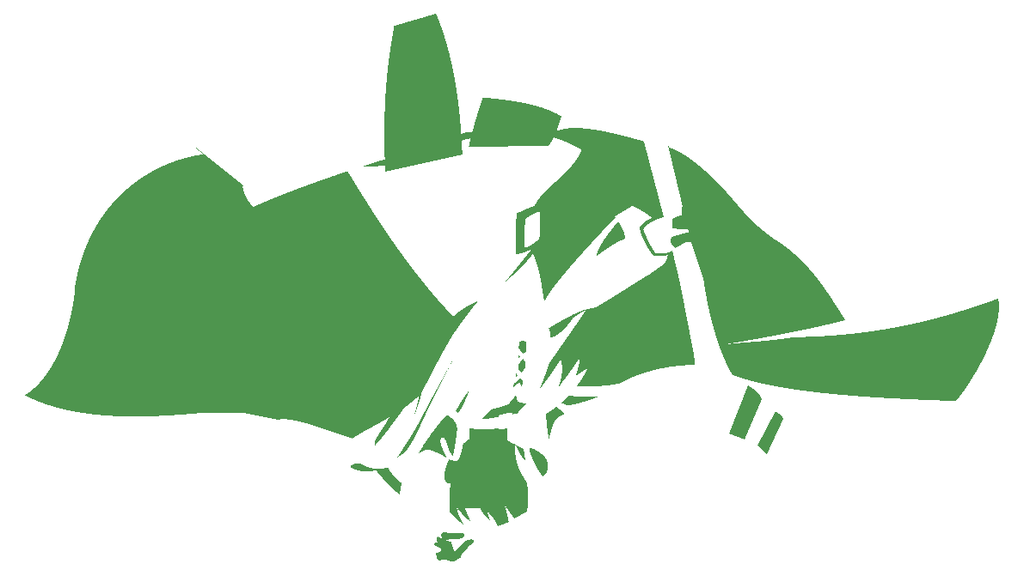
<source format=gbr>
G04 #@! TF.FileFunction,Legend,Bot*
%FSLAX46Y46*%
G04 Gerber Fmt 4.6, Leading zero omitted, Abs format (unit mm)*
G04 Created by KiCad (PCBNEW 4.0.6) date Wed Sep  6 13:58:48 2017*
%MOMM*%
%LPD*%
G01*
G04 APERTURE LIST*
%ADD10C,0.100000*%
G04 APERTURE END LIST*
D10*
G36*
X86558322Y-65400293D02*
X86557399Y-65378679D01*
X86556481Y-65357087D01*
X86555569Y-65335516D01*
X86554662Y-65313967D01*
X86553760Y-65292438D01*
X86552864Y-65270930D01*
X86551973Y-65249443D01*
X86551087Y-65227977D01*
X86550206Y-65206533D01*
X86549331Y-65185109D01*
X86548461Y-65163706D01*
X86547597Y-65142324D01*
X86546737Y-65120963D01*
X86545883Y-65099622D01*
X86545034Y-65078303D01*
X86544191Y-65057004D01*
X86543353Y-65035726D01*
X86542519Y-65014469D01*
X86541692Y-64993233D01*
X86540869Y-64972018D01*
X86540052Y-64950823D01*
X86539240Y-64929649D01*
X86538433Y-64908496D01*
X86537631Y-64887363D01*
X86536835Y-64866251D01*
X86536043Y-64845159D01*
X86535257Y-64824089D01*
X86534476Y-64803038D01*
X86533701Y-64782009D01*
X86532930Y-64761000D01*
X86532165Y-64740011D01*
X86531405Y-64719043D01*
X86530650Y-64698096D01*
X86529900Y-64677168D01*
X86529155Y-64656262D01*
X86528416Y-64635376D01*
X86527681Y-64614510D01*
X86526952Y-64593664D01*
X86526228Y-64572839D01*
X86525509Y-64552035D01*
X86524795Y-64531250D01*
X86524087Y-64510486D01*
X86523383Y-64489742D01*
X86522685Y-64469019D01*
X86521991Y-64448316D01*
X86521303Y-64427633D01*
X86520620Y-64406970D01*
X86519942Y-64386327D01*
X86519269Y-64365705D01*
X86518601Y-64345102D01*
X86517938Y-64324520D01*
X86517281Y-64303958D01*
X86516628Y-64283416D01*
X86515980Y-64262894D01*
X86515338Y-64242392D01*
X86514700Y-64221910D01*
X86514068Y-64201449D01*
X86513440Y-64181007D01*
X86512818Y-64160585D01*
X86512201Y-64140183D01*
X86511588Y-64119801D01*
X86510981Y-64099439D01*
X86510379Y-64079097D01*
X86509782Y-64058774D01*
X86509189Y-64038472D01*
X86508602Y-64018189D01*
X86508020Y-63997926D01*
X86507443Y-63977683D01*
X86506870Y-63957460D01*
X86506303Y-63937256D01*
X86505741Y-63917073D01*
X86505183Y-63896908D01*
X86504631Y-63876764D01*
X86504083Y-63856639D01*
X86503541Y-63836534D01*
X86503003Y-63816449D01*
X86502471Y-63796383D01*
X86501943Y-63776337D01*
X86501420Y-63756310D01*
X86500903Y-63736303D01*
X86500390Y-63716315D01*
X86499882Y-63696347D01*
X86499379Y-63676398D01*
X86498881Y-63656469D01*
X86498387Y-63636560D01*
X86497899Y-63616669D01*
X86497415Y-63596798D01*
X86496937Y-63576947D01*
X86496463Y-63557115D01*
X86495994Y-63537302D01*
X86495530Y-63517509D01*
X86495071Y-63497734D01*
X86494617Y-63477980D01*
X86494168Y-63458244D01*
X86493723Y-63438528D01*
X86493284Y-63418831D01*
X86492849Y-63399153D01*
X86492419Y-63379494D01*
X86491994Y-63359855D01*
X86491573Y-63340234D01*
X86491158Y-63320633D01*
X86490747Y-63301051D01*
X86490341Y-63281488D01*
X86489940Y-63261944D01*
X86489544Y-63242419D01*
X86489152Y-63222913D01*
X86488766Y-63203426D01*
X86488384Y-63183958D01*
X86488007Y-63164509D01*
X86487634Y-63145079D01*
X86487267Y-63125668D01*
X86486904Y-63106276D01*
X86486546Y-63086903D01*
X86486192Y-63067548D01*
X86485844Y-63048213D01*
X86485500Y-63028896D01*
X86485161Y-63009598D01*
X86484826Y-62990319D01*
X86484497Y-62971059D01*
X86484172Y-62951817D01*
X86483852Y-62932594D01*
X86483536Y-62913390D01*
X86483225Y-62894204D01*
X86482919Y-62875038D01*
X86482618Y-62855889D01*
X86482321Y-62836760D01*
X86482029Y-62817649D01*
X86481742Y-62798557D01*
X86481459Y-62779483D01*
X86481181Y-62760428D01*
X86480908Y-62741391D01*
X86480639Y-62722373D01*
X86480375Y-62703373D01*
X86480116Y-62684392D01*
X86479861Y-62665429D01*
X86479611Y-62646485D01*
X86479365Y-62627559D01*
X86479124Y-62608651D01*
X86478888Y-62589762D01*
X86478657Y-62570891D01*
X86478430Y-62552039D01*
X86478207Y-62533204D01*
X86477990Y-62514389D01*
X86477776Y-62495591D01*
X86477568Y-62476811D01*
X86477364Y-62458050D01*
X86477164Y-62439307D01*
X86476970Y-62420583D01*
X86476779Y-62401876D01*
X86476594Y-62383188D01*
X86476412Y-62364517D01*
X86476236Y-62345865D01*
X86476064Y-62327231D01*
X86475896Y-62308615D01*
X86475733Y-62290017D01*
X86475575Y-62271437D01*
X86475421Y-62252875D01*
X86475272Y-62234331D01*
X86475127Y-62215805D01*
X86474987Y-62197297D01*
X86474851Y-62178807D01*
X86474719Y-62160334D01*
X86474593Y-62141880D01*
X86474470Y-62123443D01*
X86474353Y-62105025D01*
X86474239Y-62086624D01*
X86474130Y-62068241D01*
X86474026Y-62049876D01*
X86473926Y-62031528D01*
X86473831Y-62013199D01*
X86473740Y-61994887D01*
X86473653Y-61976593D01*
X86473571Y-61958316D01*
X86473493Y-61940057D01*
X86473420Y-61921816D01*
X86473351Y-61903592D01*
X86473287Y-61885386D01*
X86473227Y-61867198D01*
X86473171Y-61849027D01*
X86473120Y-61830874D01*
X86473074Y-61812738D01*
X86473031Y-61794620D01*
X86472993Y-61776519D01*
X86472960Y-61758435D01*
X86472931Y-61740370D01*
X86472906Y-61722321D01*
X86472886Y-61704290D01*
X86472870Y-61686276D01*
X86472858Y-61668280D01*
X86472851Y-61650301D01*
X86472848Y-61632340D01*
X86472849Y-61614395D01*
X86472855Y-61596468D01*
X86472865Y-61578559D01*
X86472880Y-61560666D01*
X86472898Y-61542791D01*
X86472922Y-61524933D01*
X86472949Y-61507092D01*
X86472981Y-61489268D01*
X86473017Y-61471462D01*
X86473057Y-61453672D01*
X86473102Y-61435900D01*
X86473151Y-61418145D01*
X86473204Y-61400407D01*
X86473261Y-61382686D01*
X86473323Y-61364981D01*
X86473389Y-61347294D01*
X86473460Y-61329624D01*
X86473534Y-61311971D01*
X86473613Y-61294335D01*
X86473696Y-61276716D01*
X86473783Y-61259113D01*
X86473875Y-61241528D01*
X86473971Y-61223959D01*
X86474071Y-61206408D01*
X86474175Y-61188873D01*
X86474284Y-61171355D01*
X86474396Y-61153853D01*
X86474513Y-61136369D01*
X86474634Y-61118901D01*
X86474760Y-61101450D01*
X86474889Y-61084016D01*
X86475023Y-61066598D01*
X86475161Y-61049197D01*
X86475303Y-61031813D01*
X86475449Y-61014445D01*
X86475600Y-60997094D01*
X86475754Y-60979759D01*
X86475913Y-60962441D01*
X86476076Y-60945140D01*
X86476243Y-60927855D01*
X86476414Y-60910587D01*
X86476589Y-60893335D01*
X86476769Y-60876099D01*
X86476952Y-60858880D01*
X86477140Y-60841678D01*
X86477332Y-60824492D01*
X86477528Y-60807322D01*
X86477728Y-60790169D01*
X86477932Y-60773032D01*
X86478140Y-60755911D01*
X86478352Y-60738807D01*
X86478569Y-60721718D01*
X86478789Y-60704647D01*
X86479014Y-60687591D01*
X86479243Y-60670552D01*
X86479475Y-60653529D01*
X86479712Y-60636522D01*
X86479953Y-60619531D01*
X86480198Y-60602556D01*
X86480447Y-60585598D01*
X86480700Y-60568655D01*
X86480957Y-60551729D01*
X86481218Y-60534819D01*
X86481483Y-60517924D01*
X86481752Y-60501046D01*
X86482025Y-60484184D01*
X86482302Y-60467338D01*
X86482583Y-60450508D01*
X86482868Y-60433693D01*
X86483157Y-60416895D01*
X86483450Y-60400113D01*
X86483747Y-60383346D01*
X86484049Y-60366595D01*
X86484354Y-60349861D01*
X86484663Y-60333142D01*
X86484975Y-60316438D01*
X86485292Y-60299751D01*
X86485613Y-60283079D01*
X86485938Y-60266423D01*
X86486267Y-60249783D01*
X86486599Y-60233159D01*
X86486936Y-60216550D01*
X86487277Y-60199957D01*
X86487621Y-60183379D01*
X86487969Y-60166818D01*
X86488322Y-60150271D01*
X86488678Y-60133741D01*
X86489038Y-60117226D01*
X86489402Y-60100726D01*
X86489770Y-60084242D01*
X86490142Y-60067774D01*
X86490517Y-60051321D01*
X86490897Y-60034883D01*
X86491280Y-60018461D01*
X86491667Y-60002054D01*
X86492059Y-59985663D01*
X86492454Y-59969287D01*
X86492852Y-59952927D01*
X86493255Y-59936582D01*
X86493661Y-59920252D01*
X86494072Y-59903937D01*
X86494486Y-59887638D01*
X86494904Y-59871354D01*
X86495326Y-59855086D01*
X86495751Y-59838832D01*
X86496181Y-59822594D01*
X86496614Y-59806371D01*
X86497051Y-59790163D01*
X86497492Y-59773970D01*
X86497936Y-59757792D01*
X86498385Y-59741630D01*
X86498837Y-59725482D01*
X86499293Y-59709350D01*
X86499753Y-59693233D01*
X86500216Y-59677130D01*
X86500683Y-59661043D01*
X86501154Y-59644971D01*
X86501629Y-59628914D01*
X86502107Y-59612871D01*
X86502590Y-59596844D01*
X86503076Y-59580831D01*
X86503565Y-59564833D01*
X86504059Y-59548851D01*
X86504556Y-59532883D01*
X86505056Y-59516930D01*
X86505561Y-59500991D01*
X86506069Y-59485068D01*
X86506581Y-59469159D01*
X86507097Y-59453265D01*
X86507616Y-59437386D01*
X86508139Y-59421521D01*
X86508665Y-59405671D01*
X86509196Y-59389836D01*
X86509730Y-59374015D01*
X86510267Y-59358209D01*
X86510809Y-59342418D01*
X86511353Y-59326641D01*
X86511902Y-59310879D01*
X86512454Y-59295132D01*
X86513010Y-59279398D01*
X86513569Y-59263680D01*
X86514133Y-59247976D01*
X86514699Y-59232286D01*
X86515270Y-59216611D01*
X86515843Y-59200950D01*
X86516421Y-59185304D01*
X86517002Y-59169672D01*
X86517587Y-59154054D01*
X86518175Y-59138451D01*
X86518767Y-59122862D01*
X86519362Y-59107287D01*
X86519961Y-59091727D01*
X86520564Y-59076181D01*
X86521170Y-59060649D01*
X86521780Y-59045131D01*
X86522393Y-59029628D01*
X86523010Y-59014139D01*
X86523630Y-58998664D01*
X86524254Y-58983203D01*
X86524881Y-58967756D01*
X86525512Y-58952324D01*
X86526147Y-58936905D01*
X86526785Y-58921500D01*
X86527426Y-58906110D01*
X86528071Y-58890734D01*
X86528719Y-58875371D01*
X86529371Y-58860023D01*
X86530027Y-58844688D01*
X86530686Y-58829368D01*
X86531348Y-58814061D01*
X86532014Y-58798768D01*
X86532683Y-58783490D01*
X86533356Y-58768225D01*
X86534032Y-58752974D01*
X86534712Y-58737736D01*
X86535395Y-58722513D01*
X86536082Y-58707303D01*
X86536772Y-58692107D01*
X86537465Y-58676925D01*
X86538162Y-58661757D01*
X86538862Y-58646602D01*
X86539566Y-58631461D01*
X86540273Y-58616334D01*
X86540984Y-58601220D01*
X86541698Y-58586120D01*
X86542415Y-58571033D01*
X86543136Y-58555961D01*
X86543860Y-58540901D01*
X86544587Y-58525855D01*
X86545318Y-58510823D01*
X86546052Y-58495805D01*
X86546790Y-58480799D01*
X86547531Y-58465807D01*
X86548275Y-58450829D01*
X86549023Y-58435864D01*
X86549774Y-58420913D01*
X86550528Y-58405975D01*
X86551286Y-58391050D01*
X86552047Y-58376138D01*
X86552811Y-58361240D01*
X86553579Y-58346356D01*
X86554350Y-58331484D01*
X86555124Y-58316626D01*
X86555902Y-58301781D01*
X86556683Y-58286949D01*
X86557467Y-58272131D01*
X86558254Y-58257325D01*
X86559045Y-58242533D01*
X86559839Y-58227754D01*
X86560636Y-58212988D01*
X86561437Y-58198235D01*
X86562240Y-58183496D01*
X86563047Y-58168769D01*
X86563858Y-58154055D01*
X86564671Y-58139355D01*
X86565488Y-58124667D01*
X86566308Y-58109993D01*
X86567131Y-58095331D01*
X86567958Y-58080682D01*
X86568788Y-58066047D01*
X86569620Y-58051424D01*
X86570457Y-58036814D01*
X86571296Y-58022217D01*
X86572138Y-58007633D01*
X86572984Y-57993061D01*
X86573833Y-57978503D01*
X86574685Y-57963957D01*
X86575540Y-57949424D01*
X86576399Y-57934904D01*
X86577260Y-57920396D01*
X86578125Y-57905901D01*
X86578993Y-57891419D01*
X86579864Y-57876949D01*
X86580738Y-57862493D01*
X86581616Y-57848048D01*
X86582496Y-57833617D01*
X86583380Y-57819198D01*
X86584267Y-57804791D01*
X86585156Y-57790397D01*
X86586049Y-57776016D01*
X86586946Y-57761647D01*
X86587845Y-57747291D01*
X86588747Y-57732947D01*
X86589653Y-57718615D01*
X86590561Y-57704296D01*
X86591473Y-57689989D01*
X86592387Y-57675695D01*
X86593305Y-57661413D01*
X86594226Y-57647144D01*
X86595150Y-57632887D01*
X86596077Y-57618642D01*
X86597007Y-57604409D01*
X86597940Y-57590189D01*
X86598876Y-57575980D01*
X86599815Y-57561785D01*
X86600757Y-57547601D01*
X86601702Y-57533429D01*
X86602650Y-57519270D01*
X86603602Y-57505123D01*
X86604556Y-57490988D01*
X86605513Y-57476865D01*
X86606473Y-57462754D01*
X86607437Y-57448655D01*
X86608403Y-57434568D01*
X86609372Y-57420494D01*
X86610344Y-57406431D01*
X86611320Y-57392380D01*
X86612298Y-57378342D01*
X86613279Y-57364315D01*
X86614263Y-57350300D01*
X86615250Y-57336297D01*
X86616240Y-57322306D01*
X86617233Y-57308326D01*
X86618229Y-57294359D01*
X86619228Y-57280404D01*
X86620229Y-57266460D01*
X86621234Y-57252528D01*
X86622242Y-57238608D01*
X86623252Y-57224699D01*
X86624266Y-57210802D01*
X86625282Y-57196917D01*
X86626301Y-57183044D01*
X86627323Y-57169182D01*
X86628348Y-57155332D01*
X86629376Y-57141494D01*
X86630407Y-57127667D01*
X86631441Y-57113852D01*
X86632477Y-57100048D01*
X86633517Y-57086256D01*
X86634559Y-57072476D01*
X86635604Y-57058707D01*
X86636652Y-57044949D01*
X86637703Y-57031203D01*
X86638756Y-57017468D01*
X86639813Y-57003745D01*
X86640872Y-56990033D01*
X86641934Y-56976333D01*
X86642999Y-56962644D01*
X86644067Y-56948966D01*
X86645137Y-56935300D01*
X86646211Y-56921645D01*
X86647287Y-56908001D01*
X86648366Y-56894368D01*
X86649447Y-56880747D01*
X86650532Y-56867137D01*
X86651619Y-56853538D01*
X86652709Y-56839951D01*
X86653802Y-56826374D01*
X86654898Y-56812809D01*
X86655996Y-56799254D01*
X86657097Y-56785711D01*
X86658201Y-56772179D01*
X86659307Y-56758658D01*
X86660417Y-56745148D01*
X86661529Y-56731649D01*
X86662643Y-56718162D01*
X86663761Y-56704685D01*
X86664881Y-56691219D01*
X86666004Y-56677764D01*
X86667129Y-56664320D01*
X86668258Y-56650887D01*
X86669389Y-56637464D01*
X86670522Y-56624053D01*
X86671659Y-56610652D01*
X86672798Y-56597263D01*
X86673939Y-56583884D01*
X86675084Y-56570516D01*
X86676231Y-56557158D01*
X86677381Y-56543812D01*
X86678533Y-56530476D01*
X86679688Y-56517150D01*
X86680846Y-56503836D01*
X86682006Y-56490532D01*
X86683169Y-56477239D01*
X86684334Y-56463956D01*
X86685502Y-56450684D01*
X86686673Y-56437423D01*
X86687847Y-56424172D01*
X86689023Y-56410932D01*
X86690201Y-56397702D01*
X86691382Y-56384483D01*
X86692566Y-56371274D01*
X86693752Y-56358076D01*
X86694941Y-56344888D01*
X86696133Y-56331711D01*
X86697327Y-56318544D01*
X86698524Y-56305387D01*
X86699723Y-56292241D01*
X86700924Y-56279105D01*
X86702129Y-56265979D01*
X86703336Y-56252864D01*
X86704545Y-56239759D01*
X86705757Y-56226665D01*
X86706971Y-56213580D01*
X86708188Y-56200506D01*
X86709408Y-56187442D01*
X86710630Y-56174388D01*
X86711854Y-56161344D01*
X86713081Y-56148311D01*
X86714311Y-56135287D01*
X86715543Y-56122274D01*
X86716777Y-56109271D01*
X86718014Y-56096278D01*
X86719254Y-56083295D01*
X86720496Y-56070322D01*
X86721740Y-56057358D01*
X86722987Y-56044405D01*
X86724236Y-56031462D01*
X86725488Y-56018529D01*
X86726742Y-56005606D01*
X86727999Y-55992693D01*
X86729258Y-55979789D01*
X86730519Y-55966895D01*
X86731783Y-55954012D01*
X86733049Y-55941138D01*
X86734318Y-55928274D01*
X86735589Y-55915419D01*
X86736863Y-55902575D01*
X86738139Y-55889740D01*
X86739417Y-55876915D01*
X86740698Y-55864100D01*
X86741981Y-55851294D01*
X86743267Y-55838498D01*
X86744555Y-55825711D01*
X86745845Y-55812935D01*
X86747137Y-55800168D01*
X86748432Y-55787410D01*
X86749730Y-55774662D01*
X86751029Y-55761924D01*
X86752331Y-55749195D01*
X86753636Y-55736475D01*
X86754942Y-55723765D01*
X86756251Y-55711065D01*
X86757563Y-55698374D01*
X86758876Y-55685692D01*
X86760192Y-55673020D01*
X86761511Y-55660357D01*
X86762831Y-55647704D01*
X86764154Y-55635060D01*
X86765479Y-55622425D01*
X86766807Y-55609800D01*
X86768136Y-55597183D01*
X86769468Y-55584577D01*
X86770803Y-55571979D01*
X86772139Y-55559390D01*
X86773478Y-55546811D01*
X86774819Y-55534241D01*
X86776162Y-55521680D01*
X86777508Y-55509129D01*
X86778856Y-55496586D01*
X86780206Y-55484052D01*
X86781558Y-55471528D01*
X86782912Y-55459013D01*
X86784269Y-55446506D01*
X86785628Y-55434009D01*
X86786989Y-55421521D01*
X86788352Y-55409042D01*
X86789718Y-55396571D01*
X86791086Y-55384110D01*
X86792456Y-55371658D01*
X86793828Y-55359214D01*
X86795202Y-55346779D01*
X86796578Y-55334354D01*
X86797957Y-55321937D01*
X86799338Y-55309529D01*
X86800721Y-55297129D01*
X86802106Y-55284739D01*
X86803493Y-55272357D01*
X86804882Y-55259984D01*
X86806274Y-55247620D01*
X86807667Y-55235264D01*
X86809063Y-55222917D01*
X86810461Y-55210579D01*
X86811861Y-55198249D01*
X86813263Y-55185928D01*
X86814667Y-55173616D01*
X86816073Y-55161312D01*
X86817482Y-55149017D01*
X86818892Y-55136731D01*
X86820305Y-55124452D01*
X86821719Y-55112183D01*
X86823136Y-55099922D01*
X86824555Y-55087669D01*
X86825976Y-55075425D01*
X86827399Y-55063189D01*
X86828824Y-55050962D01*
X86830251Y-55038743D01*
X86831680Y-55026532D01*
X86833111Y-55014330D01*
X86834544Y-55002136D01*
X86835979Y-54989950D01*
X86837416Y-54977773D01*
X86838855Y-54965604D01*
X86840297Y-54953443D01*
X86841740Y-54941290D01*
X86843185Y-54929146D01*
X86844632Y-54917009D01*
X86846081Y-54904881D01*
X86847533Y-54892761D01*
X86848986Y-54880650D01*
X86850441Y-54868546D01*
X86851898Y-54856450D01*
X86853357Y-54844363D01*
X86854818Y-54832283D01*
X86856281Y-54820212D01*
X86857746Y-54808148D01*
X86859213Y-54796093D01*
X86860682Y-54784045D01*
X86862152Y-54772006D01*
X86863625Y-54759974D01*
X86865100Y-54747950D01*
X86866576Y-54735935D01*
X86868055Y-54723927D01*
X86869535Y-54711926D01*
X86871017Y-54699934D01*
X86872501Y-54687950D01*
X86873988Y-54675973D01*
X86875475Y-54664004D01*
X86876965Y-54652043D01*
X86878457Y-54640089D01*
X86879951Y-54628143D01*
X86881446Y-54616205D01*
X86882943Y-54604275D01*
X86884442Y-54592352D01*
X86885943Y-54580437D01*
X86887446Y-54568529D01*
X86888951Y-54556629D01*
X86890458Y-54544737D01*
X86891966Y-54532852D01*
X86893476Y-54520975D01*
X86894988Y-54509105D01*
X86896502Y-54497243D01*
X86898018Y-54485388D01*
X86899535Y-54473540D01*
X86901054Y-54461700D01*
X86902575Y-54449868D01*
X86904098Y-54438042D01*
X86905623Y-54426225D01*
X86907149Y-54414414D01*
X86908677Y-54402611D01*
X86910207Y-54390815D01*
X86911739Y-54379027D01*
X86913273Y-54367245D01*
X86914808Y-54355471D01*
X86916345Y-54343704D01*
X86917883Y-54331945D01*
X86919424Y-54320192D01*
X86920966Y-54308447D01*
X86922510Y-54296709D01*
X86924056Y-54284978D01*
X86925603Y-54273254D01*
X86927152Y-54261537D01*
X86928703Y-54249827D01*
X86930255Y-54238124D01*
X86931810Y-54226429D01*
X86933365Y-54214740D01*
X86934923Y-54203058D01*
X86936482Y-54191384D01*
X86938043Y-54179716D01*
X86939606Y-54168055D01*
X86941170Y-54156401D01*
X86942736Y-54144754D01*
X86944303Y-54133114D01*
X86945873Y-54121480D01*
X86947444Y-54109854D01*
X86949016Y-54098234D01*
X86950590Y-54086621D01*
X86952166Y-54075015D01*
X86953743Y-54063416D01*
X86955322Y-54051823D01*
X86956903Y-54040237D01*
X86958485Y-54028657D01*
X86960069Y-54017085D01*
X86961655Y-54005519D01*
X86963242Y-53993959D01*
X86964830Y-53982407D01*
X86966420Y-53970860D01*
X86968012Y-53959321D01*
X86969606Y-53947788D01*
X86971201Y-53936261D01*
X86972797Y-53924741D01*
X86974395Y-53913228D01*
X86975995Y-53901720D01*
X86977596Y-53890220D01*
X86979199Y-53878726D01*
X86980803Y-53867238D01*
X86982409Y-53855756D01*
X86984016Y-53844281D01*
X86985625Y-53832813D01*
X86987235Y-53821350D01*
X86988847Y-53809894D01*
X86990460Y-53798444D01*
X86992075Y-53787001D01*
X86993691Y-53775563D01*
X86995309Y-53764132D01*
X86996929Y-53752707D01*
X86998549Y-53741289D01*
X87000172Y-53729876D01*
X87001795Y-53718470D01*
X87003421Y-53707070D01*
X87005047Y-53695675D01*
X87006676Y-53684287D01*
X87008305Y-53672905D01*
X87009936Y-53661529D01*
X87011569Y-53650159D01*
X87013202Y-53638796D01*
X87014838Y-53627438D01*
X87016475Y-53616086D01*
X87018113Y-53604740D01*
X87019752Y-53593399D01*
X87021393Y-53582065D01*
X87023036Y-53570737D01*
X87024680Y-53559415D01*
X87026325Y-53548098D01*
X87027971Y-53536787D01*
X87029619Y-53525482D01*
X87031269Y-53514183D01*
X87032919Y-53502890D01*
X87034571Y-53491602D01*
X87036225Y-53480320D01*
X87037880Y-53469044D01*
X87039536Y-53457773D01*
X87041193Y-53446508D01*
X87042852Y-53435249D01*
X87044512Y-53423995D01*
X87046174Y-53412747D01*
X87047837Y-53401505D01*
X87049501Y-53390268D01*
X87051166Y-53379037D01*
X87052833Y-53367811D01*
X87054501Y-53356591D01*
X87056170Y-53345376D01*
X87057841Y-53334167D01*
X87059513Y-53322963D01*
X87061186Y-53311764D01*
X87062861Y-53300571D01*
X87064537Y-53289383D01*
X87066214Y-53278201D01*
X87067892Y-53267024D01*
X87069572Y-53255852D01*
X87071253Y-53244686D01*
X87072935Y-53233525D01*
X87074618Y-53222369D01*
X87076303Y-53211219D01*
X87077988Y-53200073D01*
X87079675Y-53188933D01*
X87081364Y-53177798D01*
X87083053Y-53166669D01*
X87084744Y-53155544D01*
X87086436Y-53144424D01*
X87088129Y-53133310D01*
X87089823Y-53122201D01*
X87091519Y-53111097D01*
X87093215Y-53099997D01*
X87094913Y-53088903D01*
X87096612Y-53077814D01*
X87098312Y-53066730D01*
X87100014Y-53055651D01*
X87101716Y-53044576D01*
X87103420Y-53033507D01*
X87105125Y-53022443D01*
X87106831Y-53011383D01*
X87108538Y-53000328D01*
X87110246Y-52989278D01*
X87111956Y-52978233D01*
X87113666Y-52967193D01*
X87115378Y-52956158D01*
X87117090Y-52945127D01*
X87118804Y-52934101D01*
X87120519Y-52923080D01*
X87122235Y-52912063D01*
X87123952Y-52901052D01*
X87125671Y-52890045D01*
X87127390Y-52879042D01*
X87129110Y-52868044D01*
X87130832Y-52857051D01*
X87132554Y-52846062D01*
X87134278Y-52835078D01*
X87136003Y-52824099D01*
X87137728Y-52813123D01*
X87139455Y-52802153D01*
X87141183Y-52791187D01*
X87142912Y-52780225D01*
X87144642Y-52769268D01*
X87146373Y-52758315D01*
X87148105Y-52747367D01*
X87149837Y-52736423D01*
X87151571Y-52725484D01*
X87153306Y-52714548D01*
X87155042Y-52703617D01*
X87156779Y-52692691D01*
X87158517Y-52681769D01*
X87160256Y-52670851D01*
X87161996Y-52659937D01*
X87163737Y-52649027D01*
X87165479Y-52638122D01*
X87167222Y-52627221D01*
X87168965Y-52616324D01*
X87170710Y-52605431D01*
X87172456Y-52594542D01*
X87174202Y-52583657D01*
X87175950Y-52572777D01*
X87177698Y-52561900D01*
X87179448Y-52551028D01*
X87181198Y-52540159D01*
X87182949Y-52529295D01*
X87184702Y-52518434D01*
X87186455Y-52507578D01*
X87188209Y-52496725D01*
X87189964Y-52485877D01*
X87191719Y-52475032D01*
X87193476Y-52464191D01*
X87195234Y-52453354D01*
X87196992Y-52442521D01*
X87198751Y-52431692D01*
X87200511Y-52420866D01*
X87202272Y-52410045D01*
X87204034Y-52399227D01*
X87205797Y-52388413D01*
X87207561Y-52377602D01*
X87209325Y-52366795D01*
X87211090Y-52355992D01*
X87212856Y-52345193D01*
X87214623Y-52334397D01*
X87216391Y-52323605D01*
X87218160Y-52312817D01*
X87219929Y-52302032D01*
X87221699Y-52291250D01*
X87223470Y-52280472D01*
X87225242Y-52269698D01*
X87227014Y-52258927D01*
X87228788Y-52248160D01*
X87230562Y-52237396D01*
X87232337Y-52226636D01*
X87234112Y-52215879D01*
X87235889Y-52205125D01*
X87237666Y-52194375D01*
X87239444Y-52183628D01*
X87241223Y-52172885D01*
X87243002Y-52162144D01*
X87244782Y-52151408D01*
X87246563Y-52140674D01*
X87248345Y-52129944D01*
X87250127Y-52119217D01*
X87251910Y-52108493D01*
X87253694Y-52097772D01*
X87255478Y-52087055D01*
X87257263Y-52076340D01*
X87259049Y-52065629D01*
X87260836Y-52054921D01*
X87262623Y-52044216D01*
X87264411Y-52033514D01*
X87266200Y-52022816D01*
X87267989Y-52012120D01*
X87269779Y-52001427D01*
X87271569Y-51990738D01*
X87273361Y-51980051D01*
X87275152Y-51969367D01*
X87276945Y-51958686D01*
X87278738Y-51948008D01*
X87280532Y-51937333D01*
X87282326Y-51926661D01*
X87284122Y-51915992D01*
X87285917Y-51905326D01*
X87287714Y-51894662D01*
X87289510Y-51884001D01*
X87291308Y-51873343D01*
X87293106Y-51862688D01*
X87294905Y-51852036D01*
X87296704Y-51841386D01*
X87298504Y-51830739D01*
X87300304Y-51820095D01*
X87302105Y-51809453D01*
X87303907Y-51798814D01*
X87305709Y-51788178D01*
X87307512Y-51777544D01*
X87309315Y-51766912D01*
X87311119Y-51756284D01*
X87312923Y-51745658D01*
X87314728Y-51735034D01*
X87316534Y-51724413D01*
X87318340Y-51713794D01*
X87320146Y-51703178D01*
X87321953Y-51692565D01*
X87323761Y-51681953D01*
X87325569Y-51671344D01*
X87327377Y-51660738D01*
X87329186Y-51650134D01*
X87330996Y-51639532D01*
X87332806Y-51628933D01*
X87334616Y-51618336D01*
X87336427Y-51607741D01*
X87338238Y-51597148D01*
X87340050Y-51586558D01*
X87341863Y-51575970D01*
X87343675Y-51565384D01*
X87345489Y-51554800D01*
X87347302Y-51544218D01*
X87349116Y-51533639D01*
X87350931Y-51523062D01*
X87352746Y-51512486D01*
X87354561Y-51501913D01*
X87356377Y-51491342D01*
X87358193Y-51480773D01*
X87360010Y-51470206D01*
X87361827Y-51459641D01*
X87363644Y-51449078D01*
X87365462Y-51438517D01*
X87367280Y-51427958D01*
X87369099Y-51417401D01*
X87370918Y-51406846D01*
X87372737Y-51396292D01*
X87374557Y-51385741D01*
X87376377Y-51375191D01*
X87378197Y-51364643D01*
X87380018Y-51354097D01*
X87381839Y-51343553D01*
X87383661Y-51333011D01*
X87385482Y-51322470D01*
X87387305Y-51311931D01*
X87389127Y-51301393D01*
X87390950Y-51290858D01*
X87392773Y-51280324D01*
X87394596Y-51269792D01*
X87396420Y-51259261D01*
X87398244Y-51248732D01*
X87400068Y-51238204D01*
X87401893Y-51227678D01*
X87403718Y-51217154D01*
X87405543Y-51206631D01*
X87407368Y-51196110D01*
X87409194Y-51185590D01*
X87411020Y-51175071D01*
X87412846Y-51164554D01*
X87414672Y-51154039D01*
X87416499Y-51143525D01*
X87418326Y-51133012D01*
X87420153Y-51122500D01*
X87421981Y-51111990D01*
X87423808Y-51101482D01*
X87425636Y-51090974D01*
X87427464Y-51080468D01*
X87429292Y-51069963D01*
X87431121Y-51059459D01*
X87432950Y-51048957D01*
X87434778Y-51038456D01*
X87436608Y-51027956D01*
X87438437Y-51017457D01*
X87440266Y-51006959D01*
X91567766Y-49842793D01*
X91573305Y-49855860D01*
X91578836Y-49868933D01*
X91584360Y-49882011D01*
X91589876Y-49895095D01*
X91595384Y-49908185D01*
X91600884Y-49921281D01*
X91606377Y-49934382D01*
X91611863Y-49947489D01*
X91617341Y-49960601D01*
X91622811Y-49973719D01*
X91628273Y-49986843D01*
X91633728Y-49999972D01*
X91639176Y-50013107D01*
X91644615Y-50026248D01*
X91650047Y-50039393D01*
X91655472Y-50052545D01*
X91660889Y-50065702D01*
X91666298Y-50078864D01*
X91671700Y-50092032D01*
X91677095Y-50105206D01*
X91682481Y-50118385D01*
X91687861Y-50131569D01*
X91693232Y-50144759D01*
X91698596Y-50157954D01*
X91703953Y-50171155D01*
X91709302Y-50184361D01*
X91714643Y-50197572D01*
X91719977Y-50210789D01*
X91725304Y-50224011D01*
X91730623Y-50237239D01*
X91735934Y-50250472D01*
X91741238Y-50263710D01*
X91746535Y-50276954D01*
X91751824Y-50290203D01*
X91757105Y-50303457D01*
X91762380Y-50316716D01*
X91767646Y-50329981D01*
X91772905Y-50343251D01*
X91778157Y-50356526D01*
X91783401Y-50369807D01*
X91788638Y-50383093D01*
X91793867Y-50396384D01*
X91799089Y-50409680D01*
X91804303Y-50422981D01*
X91809510Y-50436288D01*
X91814710Y-50449599D01*
X91819902Y-50462916D01*
X91825087Y-50476238D01*
X91830264Y-50489565D01*
X91835434Y-50502897D01*
X91840597Y-50516234D01*
X91845752Y-50529577D01*
X91850899Y-50542924D01*
X91856040Y-50556277D01*
X91861173Y-50569634D01*
X91866298Y-50582997D01*
X91871417Y-50596365D01*
X91876527Y-50609737D01*
X91881631Y-50623115D01*
X91886727Y-50636497D01*
X91891816Y-50649885D01*
X91896897Y-50663278D01*
X91901971Y-50676675D01*
X91907038Y-50690077D01*
X91912098Y-50703485D01*
X91917150Y-50716897D01*
X91922195Y-50730314D01*
X91927232Y-50743736D01*
X91932262Y-50757163D01*
X91937285Y-50770595D01*
X91942301Y-50784032D01*
X91947309Y-50797473D01*
X91952310Y-50810920D01*
X91957304Y-50824371D01*
X91962291Y-50837827D01*
X91967270Y-50851288D01*
X91972242Y-50864753D01*
X91977206Y-50878223D01*
X91982164Y-50891698D01*
X91987114Y-50905178D01*
X91992057Y-50918663D01*
X91996993Y-50932152D01*
X92001921Y-50945646D01*
X92006842Y-50959145D01*
X92011756Y-50972648D01*
X92016663Y-50986156D01*
X92021563Y-50999668D01*
X92026455Y-51013186D01*
X92031340Y-51026708D01*
X92036218Y-51040234D01*
X92041089Y-51053765D01*
X92045953Y-51067301D01*
X92050809Y-51080841D01*
X92055658Y-51094386D01*
X92060500Y-51107936D01*
X92065335Y-51121490D01*
X92070163Y-51135048D01*
X92074983Y-51148611D01*
X92079797Y-51162179D01*
X92084603Y-51175751D01*
X92089402Y-51189327D01*
X92094194Y-51202908D01*
X92098979Y-51216494D01*
X92103757Y-51230083D01*
X92108527Y-51243678D01*
X92113291Y-51257276D01*
X92118047Y-51270880D01*
X92122797Y-51284487D01*
X92127539Y-51298099D01*
X92132274Y-51311715D01*
X92137002Y-51325336D01*
X92141723Y-51338961D01*
X92146437Y-51352590D01*
X92151143Y-51366224D01*
X92155843Y-51379862D01*
X92160536Y-51393504D01*
X92165221Y-51407151D01*
X92169900Y-51420801D01*
X92174571Y-51434456D01*
X92179236Y-51448116D01*
X92183893Y-51461779D01*
X92188544Y-51475447D01*
X92193187Y-51489119D01*
X92197823Y-51502795D01*
X92202453Y-51516476D01*
X92207075Y-51530160D01*
X92211690Y-51543849D01*
X92216298Y-51557542D01*
X92220900Y-51571239D01*
X92225494Y-51584940D01*
X92230081Y-51598645D01*
X92234662Y-51612354D01*
X92239235Y-51626068D01*
X92243801Y-51639785D01*
X92248361Y-51653507D01*
X92252913Y-51667232D01*
X92257459Y-51680962D01*
X92261997Y-51694696D01*
X92266529Y-51708433D01*
X92271054Y-51722175D01*
X92275571Y-51735921D01*
X92280082Y-51749670D01*
X92284586Y-51763424D01*
X92289083Y-51777181D01*
X92293573Y-51790943D01*
X92298056Y-51804708D01*
X92302532Y-51818477D01*
X92307002Y-51832251D01*
X92311464Y-51846028D01*
X92315920Y-51859809D01*
X92320368Y-51873594D01*
X92324810Y-51887382D01*
X92329245Y-51901175D01*
X92333673Y-51914971D01*
X92338094Y-51928771D01*
X92342509Y-51942575D01*
X92346916Y-51956383D01*
X92351317Y-51970195D01*
X92355711Y-51984010D01*
X92360097Y-51997829D01*
X92364478Y-52011652D01*
X92368851Y-52025478D01*
X92373217Y-52039309D01*
X92377577Y-52053143D01*
X92381930Y-52066980D01*
X92386276Y-52080822D01*
X92390615Y-52094667D01*
X92394948Y-52108515D01*
X92399273Y-52122368D01*
X92403592Y-52136224D01*
X92407904Y-52150083D01*
X92412210Y-52163946D01*
X92416508Y-52177813D01*
X92420800Y-52191683D01*
X92425085Y-52205557D01*
X92429363Y-52219435D01*
X92433635Y-52233316D01*
X92437900Y-52247200D01*
X92442158Y-52261088D01*
X92446409Y-52274980D01*
X92450654Y-52288875D01*
X92454892Y-52302773D01*
X92459123Y-52316675D01*
X92463347Y-52330581D01*
X92467565Y-52344490D01*
X92471776Y-52358402D01*
X92475980Y-52372318D01*
X92480178Y-52386237D01*
X92484369Y-52400159D01*
X92488553Y-52414085D01*
X92492731Y-52428014D01*
X92496902Y-52441947D01*
X92501066Y-52455883D01*
X92505224Y-52469822D01*
X92509375Y-52483765D01*
X92513519Y-52497711D01*
X92517657Y-52511660D01*
X92521788Y-52525613D01*
X92525912Y-52539569D01*
X92530030Y-52553528D01*
X92534141Y-52567490D01*
X92538245Y-52581456D01*
X92542343Y-52595424D01*
X92546435Y-52609396D01*
X92550519Y-52623371D01*
X92554597Y-52637350D01*
X92558669Y-52651331D01*
X92562734Y-52665316D01*
X92566792Y-52679304D01*
X92570844Y-52693295D01*
X92574889Y-52707289D01*
X92578928Y-52721286D01*
X92582960Y-52735286D01*
X92586985Y-52749290D01*
X92591004Y-52763296D01*
X92595017Y-52777306D01*
X92599022Y-52791318D01*
X92603022Y-52805334D01*
X92607015Y-52819353D01*
X92611001Y-52833374D01*
X92614981Y-52847399D01*
X92618954Y-52861427D01*
X92622920Y-52875457D01*
X92626881Y-52889491D01*
X92630834Y-52903527D01*
X92634782Y-52917567D01*
X92638722Y-52931609D01*
X92642657Y-52945655D01*
X92646584Y-52959703D01*
X92650506Y-52973754D01*
X92654420Y-52987808D01*
X92658329Y-53001865D01*
X92662231Y-53015924D01*
X92666126Y-53029987D01*
X92670015Y-53044052D01*
X92673898Y-53058120D01*
X92677774Y-53072191D01*
X92681643Y-53086265D01*
X92685507Y-53100342D01*
X92689364Y-53114421D01*
X92693214Y-53128503D01*
X92697058Y-53142588D01*
X92700896Y-53156675D01*
X92704727Y-53170765D01*
X92708552Y-53184858D01*
X92712370Y-53198954D01*
X92716182Y-53213052D01*
X92719988Y-53227153D01*
X92723787Y-53241257D01*
X92727580Y-53255363D01*
X92731366Y-53269472D01*
X92735146Y-53283584D01*
X92738920Y-53297698D01*
X92742688Y-53311814D01*
X92746449Y-53325934D01*
X92750204Y-53340056D01*
X92753952Y-53354180D01*
X92757694Y-53368307D01*
X92761430Y-53382436D01*
X92765159Y-53396568D01*
X92768883Y-53410703D01*
X92772599Y-53424840D01*
X92776310Y-53438979D01*
X92780014Y-53453121D01*
X92783712Y-53467266D01*
X92787404Y-53481413D01*
X92791089Y-53495562D01*
X92794768Y-53509714D01*
X92798441Y-53523868D01*
X92802108Y-53538024D01*
X92805768Y-53552183D01*
X92809422Y-53566344D01*
X92813070Y-53580508D01*
X92816711Y-53594674D01*
X92820347Y-53608842D01*
X92823976Y-53623013D01*
X92827599Y-53637186D01*
X92831215Y-53651361D01*
X92834826Y-53665538D01*
X92838430Y-53679718D01*
X92842028Y-53693900D01*
X92845620Y-53708085D01*
X92849205Y-53722271D01*
X92852784Y-53736460D01*
X92856358Y-53750651D01*
X92859925Y-53764844D01*
X92863485Y-53779039D01*
X92867040Y-53793237D01*
X92870588Y-53807436D01*
X92874131Y-53821638D01*
X92877667Y-53835842D01*
X92881197Y-53850048D01*
X92884721Y-53864256D01*
X92888238Y-53878467D01*
X92891750Y-53892679D01*
X92895255Y-53906893D01*
X92898755Y-53921110D01*
X92902248Y-53935328D01*
X92905735Y-53949549D01*
X92909216Y-53963771D01*
X92912691Y-53977996D01*
X92916160Y-53992223D01*
X92919622Y-54006451D01*
X92923079Y-54020682D01*
X92926529Y-54034914D01*
X92929974Y-54049149D01*
X92933412Y-54063385D01*
X92936844Y-54077624D01*
X92940270Y-54091864D01*
X92943690Y-54106106D01*
X92947104Y-54120350D01*
X92950512Y-54134596D01*
X92953914Y-54148844D01*
X92957310Y-54163093D01*
X92960700Y-54177345D01*
X92964084Y-54191598D01*
X92967462Y-54205853D01*
X92970834Y-54220110D01*
X92974199Y-54234369D01*
X92977559Y-54248629D01*
X92980913Y-54262891D01*
X92984261Y-54277155D01*
X92987603Y-54291421D01*
X92990938Y-54305689D01*
X92994268Y-54319958D01*
X92997592Y-54334229D01*
X93000910Y-54348501D01*
X93004222Y-54362775D01*
X93007528Y-54377051D01*
X93010828Y-54391329D01*
X93014122Y-54405608D01*
X93017410Y-54419889D01*
X93020692Y-54434171D01*
X93023968Y-54448455D01*
X93027238Y-54462741D01*
X93030503Y-54477028D01*
X93033761Y-54491317D01*
X93037014Y-54505607D01*
X93040260Y-54519899D01*
X93043501Y-54534193D01*
X93046736Y-54548488D01*
X93049965Y-54562784D01*
X93053188Y-54577082D01*
X93056405Y-54591381D01*
X93059616Y-54605682D01*
X93062822Y-54619985D01*
X93066021Y-54634288D01*
X93069215Y-54648594D01*
X93072402Y-54662900D01*
X93075584Y-54677208D01*
X93078760Y-54691518D01*
X93081931Y-54705829D01*
X93085095Y-54720141D01*
X93088254Y-54734454D01*
X93091406Y-54748769D01*
X93094553Y-54763085D01*
X93097694Y-54777403D01*
X93100830Y-54791722D01*
X93103959Y-54806042D01*
X93107083Y-54820363D01*
X93110201Y-54834686D01*
X93113313Y-54849010D01*
X93116419Y-54863335D01*
X93119520Y-54877661D01*
X93122614Y-54891989D01*
X93125703Y-54906318D01*
X93128786Y-54920648D01*
X93131864Y-54934979D01*
X93134936Y-54949312D01*
X93138002Y-54963645D01*
X93141062Y-54977980D01*
X93144116Y-54992316D01*
X93147165Y-55006653D01*
X93150208Y-55020991D01*
X93153245Y-55035330D01*
X93156277Y-55049670D01*
X93159303Y-55064011D01*
X93162323Y-55078354D01*
X93165337Y-55092697D01*
X93168346Y-55107042D01*
X93171349Y-55121387D01*
X93174346Y-55135734D01*
X93177338Y-55150081D01*
X93180324Y-55164430D01*
X93183304Y-55178779D01*
X93186279Y-55193130D01*
X93189248Y-55207481D01*
X93192211Y-55221833D01*
X93195169Y-55236187D01*
X93198121Y-55250541D01*
X93201067Y-55264896D01*
X93204008Y-55279252D01*
X93206943Y-55293609D01*
X93209872Y-55307966D01*
X93212796Y-55322325D01*
X93215714Y-55336684D01*
X93218627Y-55351044D01*
X93221534Y-55365405D01*
X93224436Y-55379767D01*
X93227331Y-55394130D01*
X93230222Y-55408493D01*
X93233106Y-55422857D01*
X93235985Y-55437222D01*
X93238859Y-55451588D01*
X93241727Y-55465954D01*
X93244589Y-55480321D01*
X93247446Y-55494689D01*
X93250297Y-55509057D01*
X93253143Y-55523426D01*
X93255983Y-55537796D01*
X93258818Y-55552167D01*
X93261647Y-55566538D01*
X93264470Y-55580910D01*
X93267288Y-55595282D01*
X93270101Y-55609655D01*
X93272908Y-55624028D01*
X93275709Y-55638402D01*
X93278505Y-55652777D01*
X93281296Y-55667152D01*
X93284081Y-55681528D01*
X93286860Y-55695904D01*
X93289634Y-55710281D01*
X93292403Y-55724659D01*
X93295166Y-55739036D01*
X93297924Y-55753415D01*
X93300676Y-55767793D01*
X93303423Y-55782173D01*
X93306164Y-55796552D01*
X93308900Y-55810932D01*
X93311630Y-55825313D01*
X93314355Y-55839694D01*
X93317074Y-55854075D01*
X93319789Y-55868457D01*
X93322497Y-55882839D01*
X93325200Y-55897221D01*
X93327898Y-55911604D01*
X93330591Y-55925987D01*
X93333278Y-55940370D01*
X93335959Y-55954754D01*
X93338636Y-55969138D01*
X93341307Y-55983522D01*
X93343972Y-55997907D01*
X93346632Y-56012292D01*
X93349287Y-56026677D01*
X93351936Y-56041062D01*
X93354580Y-56055448D01*
X93357219Y-56069833D01*
X93359852Y-56084219D01*
X93362480Y-56098605D01*
X93365103Y-56112992D01*
X93367720Y-56127378D01*
X93370332Y-56141765D01*
X93372939Y-56156151D01*
X93375540Y-56170538D01*
X93378136Y-56184925D01*
X93380727Y-56199312D01*
X93383313Y-56213699D01*
X93385893Y-56228087D01*
X93388468Y-56242474D01*
X93391037Y-56256861D01*
X93393602Y-56271248D01*
X93396161Y-56285636D01*
X93398714Y-56300023D01*
X93401263Y-56314411D01*
X93403806Y-56328798D01*
X93406344Y-56343185D01*
X93408877Y-56357572D01*
X93411404Y-56371960D01*
X93413926Y-56386347D01*
X93416443Y-56400734D01*
X93418955Y-56415121D01*
X93421462Y-56429508D01*
X93423963Y-56443895D01*
X93426459Y-56458281D01*
X93428950Y-56472668D01*
X93431436Y-56487054D01*
X93433916Y-56501440D01*
X93436392Y-56515827D01*
X93438862Y-56530212D01*
X93441327Y-56544598D01*
X93443787Y-56558983D01*
X93446241Y-56573369D01*
X93448691Y-56587754D01*
X93451135Y-56602138D01*
X93453574Y-56616523D01*
X93456008Y-56630907D01*
X93458437Y-56645291D01*
X93460861Y-56659675D01*
X93463279Y-56674058D01*
X93465693Y-56688441D01*
X93468101Y-56702824D01*
X93470504Y-56717206D01*
X93472902Y-56731588D01*
X93475295Y-56745969D01*
X93477683Y-56760351D01*
X93480066Y-56774731D01*
X93482443Y-56789112D01*
X93484816Y-56803492D01*
X93487183Y-56817871D01*
X93489546Y-56832250D01*
X93491903Y-56846629D01*
X93494255Y-56861007D01*
X93496603Y-56875385D01*
X93498945Y-56889762D01*
X93501282Y-56904138D01*
X93503614Y-56918515D01*
X93505941Y-56932890D01*
X93508263Y-56947265D01*
X93510580Y-56961640D01*
X93512892Y-56976014D01*
X93515199Y-56990387D01*
X93517500Y-57004760D01*
X93519797Y-57019132D01*
X93522089Y-57033503D01*
X93524376Y-57047874D01*
X93526658Y-57062245D01*
X93528935Y-57076614D01*
X93531207Y-57090983D01*
X93533474Y-57105351D01*
X93535735Y-57119719D01*
X93537992Y-57134086D01*
X93540244Y-57148452D01*
X93542491Y-57162817D01*
X93544734Y-57177182D01*
X93546971Y-57191546D01*
X93549203Y-57205909D01*
X93551430Y-57220271D01*
X93553652Y-57234633D01*
X93555870Y-57248993D01*
X93558082Y-57263353D01*
X93560290Y-57277712D01*
X93562492Y-57292071D01*
X93564690Y-57306428D01*
X93566883Y-57320785D01*
X93569071Y-57335140D01*
X93571254Y-57349495D01*
X93573432Y-57363849D01*
X93575605Y-57378202D01*
X93577774Y-57392554D01*
X93579937Y-57406905D01*
X93582096Y-57421255D01*
X93584250Y-57435604D01*
X93586399Y-57449952D01*
X93588543Y-57464300D01*
X93590682Y-57478646D01*
X93592816Y-57492991D01*
X93594946Y-57507335D01*
X93597071Y-57521678D01*
X93599191Y-57536020D01*
X93601306Y-57550361D01*
X93603416Y-57564701D01*
X93605521Y-57579040D01*
X93607622Y-57593378D01*
X93609718Y-57607714D01*
X93611809Y-57622050D01*
X93613895Y-57636384D01*
X93615977Y-57650717D01*
X93618053Y-57665049D01*
X93620125Y-57679380D01*
X93622193Y-57693710D01*
X93624255Y-57708038D01*
X93626313Y-57722366D01*
X93628366Y-57736692D01*
X93630414Y-57751016D01*
X93632457Y-57765340D01*
X93634496Y-57779662D01*
X93636530Y-57793983D01*
X93638559Y-57808303D01*
X93640583Y-57822621D01*
X93642603Y-57836939D01*
X93644618Y-57851254D01*
X93646629Y-57865569D01*
X93648634Y-57879882D01*
X93650635Y-57894194D01*
X93652631Y-57908504D01*
X93654623Y-57922813D01*
X93656610Y-57937121D01*
X93658592Y-57951427D01*
X93660570Y-57965731D01*
X93662543Y-57980035D01*
X93664511Y-57994337D01*
X93666474Y-58008637D01*
X93668433Y-58022936D01*
X93670388Y-58037233D01*
X93672337Y-58051529D01*
X93674282Y-58065824D01*
X93676223Y-58080117D01*
X93678158Y-58094408D01*
X93680090Y-58108698D01*
X93682016Y-58122986D01*
X93683938Y-58137273D01*
X93685855Y-58151558D01*
X93687768Y-58165842D01*
X93689676Y-58180124D01*
X93691580Y-58194404D01*
X93693479Y-58208683D01*
X93695373Y-58222960D01*
X93697263Y-58237235D01*
X93699148Y-58251509D01*
X93701029Y-58265781D01*
X93702905Y-58280051D01*
X93704777Y-58294320D01*
X93706644Y-58308587D01*
X93708506Y-58322852D01*
X93710364Y-58337115D01*
X93712218Y-58351377D01*
X93714066Y-58365637D01*
X93715911Y-58379895D01*
X93717751Y-58394151D01*
X93719586Y-58408406D01*
X93721417Y-58422659D01*
X93723243Y-58436909D01*
X93725065Y-58451159D01*
X93726882Y-58465406D01*
X93728695Y-58479651D01*
X93730504Y-58493894D01*
X93732308Y-58508136D01*
X93734107Y-58522376D01*
X93735902Y-58536613D01*
X93737693Y-58550849D01*
X93739479Y-58565083D01*
X93741260Y-58579315D01*
X93743038Y-58593545D01*
X93744810Y-58607773D01*
X93746579Y-58621999D01*
X93748343Y-58636223D01*
X93750102Y-58650445D01*
X93751857Y-58664665D01*
X93753608Y-58678882D01*
X93755354Y-58693098D01*
X93757096Y-58707312D01*
X93758833Y-58721524D01*
X93760567Y-58735733D01*
X93762295Y-58749941D01*
X93764019Y-58764146D01*
X93765739Y-58778349D01*
X93767455Y-58792551D01*
X93769166Y-58806750D01*
X93770873Y-58820946D01*
X93772575Y-58835141D01*
X93774274Y-58849333D01*
X93775967Y-58863524D01*
X93777657Y-58877712D01*
X93779342Y-58891897D01*
X93781023Y-58906081D01*
X93782699Y-58920262D01*
X93784371Y-58934441D01*
X93786039Y-58948618D01*
X93787703Y-58962793D01*
X93789362Y-58976965D01*
X93791017Y-58991135D01*
X93792667Y-59005302D01*
X93794314Y-59019467D01*
X93795956Y-59033630D01*
X93797594Y-59047791D01*
X93799227Y-59061949D01*
X93800856Y-59076105D01*
X93802481Y-59090258D01*
X93804102Y-59104409D01*
X93805718Y-59118557D01*
X93807331Y-59132704D01*
X93808939Y-59146847D01*
X93810542Y-59160988D01*
X93812142Y-59175127D01*
X93813737Y-59189263D01*
X93815328Y-59203397D01*
X93816915Y-59217528D01*
X93818498Y-59231657D01*
X93820076Y-59245783D01*
X93821650Y-59259907D01*
X93823220Y-59274028D01*
X93824786Y-59288146D01*
X93826348Y-59302262D01*
X93827906Y-59316375D01*
X93829459Y-59330486D01*
X93831008Y-59344594D01*
X93832553Y-59358699D01*
X93834094Y-59372802D01*
X93835630Y-59386902D01*
X93837163Y-59401000D01*
X93838691Y-59415095D01*
X93840216Y-59429187D01*
X93841736Y-59443276D01*
X93843252Y-59457363D01*
X93844764Y-59471447D01*
X93846271Y-59485528D01*
X93847775Y-59499606D01*
X93849275Y-59513682D01*
X93850770Y-59527755D01*
X93852261Y-59541825D01*
X93853749Y-59555892D01*
X93855232Y-59569957D01*
X93856711Y-59584018D01*
X93858186Y-59598077D01*
X93859657Y-59612133D01*
X93861124Y-59626186D01*
X93862586Y-59640236D01*
X93864045Y-59654283D01*
X93865500Y-59668328D01*
X93866951Y-59682369D01*
X93868397Y-59696408D01*
X93869840Y-59710443D01*
X93871278Y-59724476D01*
X93872713Y-59738506D01*
X93874143Y-59752532D01*
X93875570Y-59766556D01*
X93876992Y-59780577D01*
X93878411Y-59794594D01*
X93879825Y-59808609D01*
X93881236Y-59822621D01*
X93882642Y-59836629D01*
X93884045Y-59850635D01*
X93885444Y-59864637D01*
X93886838Y-59878636D01*
X93888229Y-59892633D01*
X93889615Y-59906626D01*
X93890998Y-59920616D01*
X93892377Y-59934603D01*
X93893752Y-59948586D01*
X93895122Y-59962567D01*
X93896489Y-59976544D01*
X93897852Y-59990518D01*
X93899211Y-60004489D01*
X93900567Y-60018457D01*
X93901918Y-60032422D01*
X93903265Y-60046383D01*
X93904609Y-60060341D01*
X93905948Y-60074296D01*
X93907284Y-60088247D01*
X93908615Y-60102195D01*
X93909943Y-60116140D01*
X93911267Y-60130082D01*
X93912587Y-60144020D01*
X93913904Y-60157955D01*
X93915216Y-60171887D01*
X93916524Y-60185815D01*
X93917829Y-60199740D01*
X93919130Y-60213661D01*
X93920427Y-60227579D01*
X93921720Y-60241494D01*
X93923009Y-60255405D01*
X93924295Y-60269313D01*
X93925576Y-60283217D01*
X93926854Y-60297118D01*
X93928128Y-60311016D01*
X93929399Y-60324909D01*
X93930665Y-60338800D01*
X93931928Y-60352687D01*
X93933186Y-60366570D01*
X93934441Y-60380450D01*
X93935693Y-60394326D01*
X93936940Y-60408199D01*
X93938184Y-60422068D01*
X93939424Y-60435934D01*
X93940660Y-60449796D01*
X93941892Y-60463654D01*
X93943121Y-60477509D01*
X93944346Y-60491360D01*
X93945567Y-60505208D01*
X93946785Y-60519052D01*
X93947998Y-60532892D01*
X93949208Y-60546728D01*
X93950415Y-60560561D01*
X93951617Y-60574390D01*
X93952816Y-60588215D01*
X93954011Y-60602037D01*
X93955203Y-60615855D01*
X93956391Y-60629669D01*
X93957575Y-60643479D01*
X93958755Y-60657286D01*
X93959932Y-60671089D01*
X93961105Y-60684888D01*
X93962274Y-60698683D01*
X93963440Y-60712474D01*
X93964602Y-60726262D01*
X93965760Y-60740045D01*
X93966915Y-60753825D01*
X93968066Y-60767601D01*
X93969214Y-60781373D01*
X93970358Y-60795141D01*
X93971498Y-60808905D01*
X93972635Y-60822665D01*
X93973768Y-60836422D01*
X93974897Y-60850174D01*
X93976023Y-60863922D01*
X93977145Y-60877667D01*
X93978264Y-60891407D01*
X93979379Y-60905143D01*
X93980490Y-60918876D01*
X93981598Y-60932604D01*
X93982702Y-60946328D01*
X93983803Y-60960049D01*
X93984900Y-60973765D01*
X93985993Y-60987477D01*
X93987083Y-61001185D01*
X93988170Y-61014889D01*
X93989253Y-61028589D01*
X93990332Y-61042284D01*
X93991408Y-61055976D01*
X93992480Y-61069663D01*
X93993549Y-61083346D01*
X93994615Y-61097025D01*
X93995676Y-61110700D01*
X93996735Y-61124371D01*
X93997789Y-61138037D01*
X93998841Y-61151700D01*
X93999888Y-61165358D01*
X94000933Y-61179011D01*
X94001974Y-61192661D01*
X94003011Y-61206306D01*
X94004045Y-61219947D01*
X94005075Y-61233583D01*
X94006102Y-61247216D01*
X94007126Y-61260844D01*
X94008146Y-61274467D01*
X94009162Y-61288086D01*
X94010175Y-61301701D01*
X94011185Y-61315312D01*
X94012192Y-61328918D01*
X94013194Y-61342520D01*
X94014194Y-61356117D01*
X94015190Y-61369710D01*
X94016183Y-61383298D01*
X94017172Y-61396882D01*
X94018158Y-61410462D01*
X94019140Y-61424037D01*
X94020119Y-61437608D01*
X94021095Y-61451174D01*
X94022067Y-61464735D01*
X94023036Y-61478292D01*
X94024001Y-61491845D01*
X94024964Y-61505393D01*
X94025923Y-61518936D01*
X94026878Y-61532475D01*
X94027830Y-61546009D01*
X94028779Y-61559539D01*
X94029724Y-61573064D01*
X94030667Y-61586585D01*
X94031605Y-61600100D01*
X94032541Y-61613612D01*
X94033473Y-61627118D01*
X94034402Y-61640620D01*
X94035327Y-61654117D01*
X94036250Y-61667609D01*
X94037169Y-61681097D01*
X94038084Y-61694580D01*
X94038997Y-61708058D01*
X94039906Y-61721532D01*
X94040812Y-61735001D01*
X94041714Y-61748465D01*
X94042613Y-61761924D01*
X94043509Y-61775378D01*
X94044402Y-61788828D01*
X94045292Y-61802273D01*
X94046178Y-61815713D01*
X94047061Y-61829148D01*
X94047941Y-61842578D01*
X94048817Y-61856004D01*
X94049691Y-61869424D01*
X94050561Y-61882840D01*
X94051428Y-61896251D01*
X94052292Y-61909656D01*
X94053152Y-61923057D01*
X94054010Y-61936453D01*
X94054864Y-61949844D01*
X94055715Y-61963230D01*
X94056562Y-61976611D01*
X94057407Y-61989987D01*
X94058248Y-62003358D01*
X94059087Y-62016724D01*
X94059922Y-62030085D01*
X94060754Y-62043441D01*
X94061583Y-62056792D01*
X94062408Y-62070138D01*
X94063231Y-62083479D01*
X94064050Y-62096814D01*
X94064866Y-62110145D01*
X94065680Y-62123470D01*
X94066490Y-62136791D01*
X94067296Y-62150106D01*
X94068100Y-62163416D01*
X94068901Y-62176721D01*
X94069698Y-62190020D01*
X94070493Y-62203315D01*
X94071284Y-62216604D01*
X94072073Y-62229888D01*
X94072858Y-62243167D01*
X94073640Y-62256441D01*
X94074419Y-62269709D01*
X94075195Y-62282972D01*
X94075968Y-62296230D01*
X94076738Y-62309482D01*
X94077505Y-62322730D01*
X94078269Y-62335971D01*
X94079030Y-62349208D01*
X94079787Y-62362439D01*
X94080542Y-62375665D01*
X94081294Y-62388886D01*
X94082043Y-62402101D01*
X94082788Y-62415311D01*
X94083531Y-62428515D01*
X94084271Y-62441714D01*
X94085007Y-62454907D01*
X94085741Y-62468096D01*
X94086472Y-62481278D01*
X94087200Y-62494455D01*
X94087924Y-62507627D01*
X94088646Y-62520793D01*
X94089365Y-62533954D01*
X94090081Y-62547109D01*
X94090794Y-62560259D01*
X94091504Y-62573403D01*
X94092211Y-62586542D01*
X94092915Y-62599675D01*
X94093616Y-62612802D01*
X94094314Y-62625924D01*
X94095010Y-62639040D01*
X94095702Y-62652151D01*
X94096392Y-62665256D01*
X94097078Y-62678356D01*
X94097762Y-62691449D01*
X94098443Y-62704537D01*
X94099121Y-62717620D01*
X94099796Y-62730697D01*
X94100468Y-62743768D01*
X94101137Y-62756833D01*
X94101803Y-62769893D01*
X94102467Y-62782947D01*
X94103128Y-62795995D01*
X94103785Y-62809037D01*
X94104440Y-62822074D01*
X94105092Y-62835105D01*
X94105742Y-62848130D01*
X94106388Y-62861149D01*
X94107032Y-62874162D01*
X94107672Y-62887170D01*
X94108310Y-62900172D01*
X94108946Y-62913168D01*
X94109578Y-62926158D01*
X94110207Y-62939142D01*
X94110834Y-62952120D01*
X94111458Y-62965092D01*
X94112079Y-62978059D01*
X94112698Y-62991019D01*
X94113313Y-63003974D01*
X94113926Y-63016922D01*
X94114536Y-63029865D01*
X94115143Y-63042802D01*
X94115748Y-63055732D01*
X94116350Y-63068657D01*
X94116949Y-63081575D01*
X94117545Y-63094488D01*
X94118138Y-63107395D01*
X94118729Y-63120295D01*
X94119317Y-63133189D01*
X94119903Y-63146078D01*
X94120485Y-63158960D01*
X94121065Y-63171836D01*
X94121643Y-63184706D01*
X94122217Y-63197570D01*
X94122789Y-63210428D01*
X94123358Y-63223280D01*
X94123925Y-63236125D01*
X94124488Y-63248964D01*
X94125050Y-63261797D01*
X94125608Y-63274624D01*
X94126164Y-63287445D01*
X94126717Y-63300259D01*
X94127267Y-63313068D01*
X94127815Y-63325869D01*
X94128360Y-63338665D01*
X94128903Y-63351455D01*
X94129443Y-63364238D01*
X94129980Y-63377014D01*
X94130515Y-63389785D01*
X94131047Y-63402549D01*
X94131576Y-63415307D01*
X94132103Y-63428058D01*
X94132627Y-63440804D01*
X94133149Y-63453542D01*
X94133668Y-63466275D01*
X94134184Y-63479001D01*
X94134698Y-63491720D01*
X94135210Y-63504433D01*
X94135718Y-63517140D01*
X94136224Y-63529840D01*
X94136728Y-63542534D01*
X94137229Y-63555221D01*
X94137728Y-63567902D01*
X94138223Y-63580576D01*
X94138717Y-63593244D01*
X94139208Y-63605905D01*
X94139696Y-63618560D01*
X94140182Y-63631208D01*
X94140665Y-63643850D01*
X94141146Y-63656485D01*
X94141624Y-63669113D01*
X94142100Y-63681735D01*
X94142573Y-63694351D01*
X94143044Y-63706959D01*
X86558322Y-65400293D01*
X86558322Y-65400293D01*
G37*
G36*
X83305601Y-91699574D02*
X83291398Y-91695194D01*
X83277185Y-91690802D01*
X83262962Y-91686400D01*
X83248729Y-91681986D01*
X83234486Y-91677561D01*
X83220233Y-91673126D01*
X83205971Y-91668680D01*
X83191698Y-91664223D01*
X83177416Y-91659756D01*
X83163125Y-91655278D01*
X83148824Y-91650789D01*
X83134514Y-91646290D01*
X83120194Y-91641781D01*
X83105865Y-91637262D01*
X83091527Y-91632733D01*
X83077180Y-91628193D01*
X83062823Y-91623644D01*
X83048458Y-91619085D01*
X83034084Y-91614516D01*
X83019701Y-91609937D01*
X83005310Y-91605349D01*
X82990909Y-91600751D01*
X82976500Y-91596143D01*
X82962083Y-91591527D01*
X82947657Y-91586901D01*
X82933223Y-91582265D01*
X82918780Y-91577621D01*
X82904329Y-91572967D01*
X82889870Y-91568305D01*
X82875403Y-91563634D01*
X82860928Y-91558954D01*
X82846446Y-91554265D01*
X82831955Y-91549567D01*
X82817456Y-91544861D01*
X82802950Y-91540146D01*
X82788436Y-91535423D01*
X82773915Y-91530692D01*
X82759386Y-91525952D01*
X82744849Y-91521205D01*
X82730306Y-91516449D01*
X82715755Y-91511685D01*
X82701197Y-91506913D01*
X82686631Y-91502134D01*
X82672059Y-91497346D01*
X82657480Y-91492551D01*
X82642894Y-91487749D01*
X82628301Y-91482939D01*
X82613701Y-91478121D01*
X82599095Y-91473296D01*
X82584482Y-91468464D01*
X82569862Y-91463625D01*
X82555236Y-91458778D01*
X82540604Y-91453925D01*
X82525965Y-91449064D01*
X82511320Y-91444197D01*
X82496669Y-91439323D01*
X82482012Y-91434442D01*
X82467349Y-91429555D01*
X82452680Y-91424661D01*
X82438005Y-91419761D01*
X82423325Y-91414854D01*
X82408638Y-91409941D01*
X82393946Y-91405022D01*
X82379249Y-91400097D01*
X82364546Y-91395165D01*
X82349837Y-91390228D01*
X82335124Y-91385285D01*
X82320405Y-91380336D01*
X82305680Y-91375381D01*
X82290951Y-91370421D01*
X82276217Y-91365455D01*
X82261477Y-91360483D01*
X82246733Y-91355507D01*
X82231984Y-91350525D01*
X82217230Y-91345537D01*
X82202472Y-91340545D01*
X82187708Y-91335547D01*
X82172941Y-91330545D01*
X82158169Y-91325537D01*
X82143392Y-91320525D01*
X82128611Y-91315508D01*
X82113826Y-91310486D01*
X82099037Y-91305460D01*
X82084244Y-91300429D01*
X82069447Y-91295394D01*
X82054646Y-91290355D01*
X82039841Y-91285311D01*
X82025032Y-91280263D01*
X82010219Y-91275211D01*
X81995403Y-91270155D01*
X81980583Y-91265095D01*
X81965760Y-91260032D01*
X81950933Y-91254964D01*
X81936103Y-91249893D01*
X81921270Y-91244818D01*
X81906434Y-91239740D01*
X81891594Y-91234658D01*
X81876752Y-91229573D01*
X81861906Y-91224485D01*
X81847057Y-91219393D01*
X81832206Y-91214298D01*
X81817352Y-91209201D01*
X81802495Y-91204100D01*
X81787636Y-91198996D01*
X81772774Y-91193890D01*
X81757910Y-91188781D01*
X81743043Y-91183669D01*
X81728174Y-91178555D01*
X81713303Y-91173439D01*
X81698429Y-91168319D01*
X81683554Y-91163198D01*
X81668676Y-91158075D01*
X81653797Y-91152949D01*
X81638916Y-91147821D01*
X81624033Y-91142692D01*
X81609148Y-91137560D01*
X81594261Y-91132427D01*
X81579373Y-91127291D01*
X81564484Y-91122155D01*
X81549593Y-91117016D01*
X81534700Y-91111877D01*
X81519807Y-91106735D01*
X81504912Y-91101593D01*
X81490016Y-91096449D01*
X81475119Y-91091304D01*
X81460221Y-91086158D01*
X81445323Y-91081011D01*
X81430423Y-91075863D01*
X81415523Y-91070715D01*
X81400622Y-91065565D01*
X81385720Y-91060415D01*
X81370818Y-91055264D01*
X81355915Y-91050113D01*
X81341012Y-91044961D01*
X81326109Y-91039809D01*
X81311205Y-91034657D01*
X81296301Y-91029505D01*
X81281397Y-91024352D01*
X81266493Y-91019200D01*
X81251590Y-91014047D01*
X81236686Y-91008895D01*
X81221783Y-91003743D01*
X81206879Y-90998591D01*
X81191977Y-90993440D01*
X81177074Y-90988289D01*
X81162172Y-90983138D01*
X81147271Y-90977988D01*
X81132370Y-90972839D01*
X81117470Y-90967691D01*
X81102571Y-90962544D01*
X81087673Y-90957398D01*
X81072775Y-90952252D01*
X81057879Y-90947108D01*
X81042984Y-90941965D01*
X81028090Y-90936823D01*
X81013197Y-90931683D01*
X80998306Y-90926544D01*
X80983416Y-90921407D01*
X80968527Y-90916271D01*
X80953640Y-90911137D01*
X80938754Y-90906005D01*
X80923870Y-90900874D01*
X80908988Y-90895746D01*
X80894108Y-90890619D01*
X80879230Y-90885495D01*
X80864354Y-90880373D01*
X80849479Y-90875253D01*
X80834607Y-90870135D01*
X80819737Y-90865020D01*
X80804870Y-90859908D01*
X80790004Y-90854798D01*
X80775141Y-90849690D01*
X80760281Y-90844586D01*
X80745423Y-90839484D01*
X80730568Y-90834385D01*
X80715716Y-90829289D01*
X80700866Y-90824197D01*
X80686019Y-90819107D01*
X80671175Y-90814021D01*
X80656335Y-90808938D01*
X80641497Y-90803858D01*
X80626662Y-90798782D01*
X80611831Y-90793709D01*
X80597003Y-90788640D01*
X80582178Y-90783575D01*
X80567357Y-90778514D01*
X80552540Y-90773456D01*
X80537726Y-90768403D01*
X80522915Y-90763353D01*
X80508109Y-90758308D01*
X80493306Y-90753267D01*
X80478507Y-90748230D01*
X80463712Y-90743198D01*
X80448921Y-90738170D01*
X80434135Y-90733147D01*
X80419352Y-90728128D01*
X80404574Y-90723114D01*
X80389800Y-90718104D01*
X80375031Y-90713100D01*
X80360266Y-90708101D01*
X80345505Y-90703106D01*
X80330750Y-90698117D01*
X80315999Y-90693133D01*
X80301252Y-90688154D01*
X80286511Y-90683181D01*
X80271775Y-90678213D01*
X80257043Y-90673250D01*
X80242317Y-90668293D01*
X80227596Y-90663342D01*
X80212880Y-90658397D01*
X80198169Y-90653457D01*
X80183464Y-90648524D01*
X80168764Y-90643596D01*
X80154070Y-90638675D01*
X80139381Y-90633759D01*
X80124698Y-90628850D01*
X80110021Y-90623947D01*
X80095350Y-90619051D01*
X80080684Y-90614161D01*
X80066025Y-90609278D01*
X80051371Y-90604402D01*
X80036724Y-90599532D01*
X80022083Y-90594669D01*
X80007448Y-90589813D01*
X79992819Y-90584964D01*
X79978197Y-90580122D01*
X79963582Y-90575287D01*
X79948973Y-90570459D01*
X79934370Y-90565639D01*
X79919774Y-90560826D01*
X79905186Y-90556020D01*
X79890604Y-90551223D01*
X79876028Y-90546432D01*
X79861460Y-90541650D01*
X79846899Y-90536875D01*
X79832345Y-90532108D01*
X79817799Y-90527350D01*
X79803260Y-90522599D01*
X79788728Y-90517856D01*
X79774203Y-90513122D01*
X79759686Y-90508395D01*
X79745177Y-90503678D01*
X79730675Y-90498968D01*
X79716181Y-90494268D01*
X79701695Y-90489575D01*
X79687217Y-90484892D01*
X79672747Y-90480217D01*
X79658284Y-90475551D01*
X79643830Y-90470895D01*
X79629384Y-90466247D01*
X79614947Y-90461608D01*
X79600518Y-90456979D01*
X79586097Y-90452358D01*
X79571684Y-90447747D01*
X79557280Y-90443146D01*
X79542885Y-90438554D01*
X79528499Y-90433972D01*
X79514121Y-90429399D01*
X79499752Y-90424836D01*
X79485392Y-90420283D01*
X79471042Y-90415740D01*
X79456700Y-90411207D01*
X79442367Y-90406684D01*
X79428044Y-90402171D01*
X79413730Y-90397668D01*
X79399425Y-90393176D01*
X79385130Y-90388694D01*
X79370844Y-90384222D01*
X79356568Y-90379762D01*
X79342301Y-90375311D01*
X79328044Y-90370872D01*
X79313797Y-90366443D01*
X79299560Y-90362026D01*
X79285333Y-90357619D01*
X79271116Y-90353223D01*
X79256909Y-90348839D01*
X79242713Y-90344465D01*
X79228526Y-90340103D01*
X79214350Y-90335753D01*
X79200184Y-90331414D01*
X79186029Y-90327086D01*
X79171884Y-90322770D01*
X79157750Y-90318466D01*
X79143627Y-90314174D01*
X79129515Y-90309893D01*
X79115413Y-90305624D01*
X79101322Y-90301368D01*
X79087242Y-90297123D01*
X79073174Y-90292891D01*
X79059116Y-90288671D01*
X79045070Y-90284464D01*
X79031035Y-90280269D01*
X79017011Y-90276086D01*
X79002999Y-90271916D01*
X78988998Y-90267759D01*
X78975009Y-90263614D01*
X78961032Y-90259483D01*
X78947066Y-90255364D01*
X78933112Y-90251258D01*
X78919170Y-90247166D01*
X78905240Y-90243086D01*
X78891322Y-90239020D01*
X78877417Y-90234967D01*
X78863523Y-90230928D01*
X78849641Y-90226902D01*
X78835772Y-90222890D01*
X78821916Y-90218891D01*
X78808072Y-90214907D01*
X78794240Y-90210936D01*
X78780421Y-90206978D01*
X78766615Y-90203035D01*
X78752821Y-90199106D01*
X78739041Y-90195192D01*
X78725273Y-90191291D01*
X78711518Y-90187405D01*
X78697776Y-90183533D01*
X78684048Y-90179675D01*
X78670333Y-90175833D01*
X78656631Y-90172004D01*
X78642942Y-90168191D01*
X78629267Y-90164392D01*
X78615605Y-90160609D01*
X78601957Y-90156840D01*
X78588323Y-90153086D01*
X78574702Y-90149348D01*
X78561095Y-90145624D01*
X78547502Y-90141916D01*
X78533923Y-90138223D01*
X78520358Y-90134546D01*
X78506807Y-90130885D01*
X78493271Y-90127239D01*
X78479748Y-90123608D01*
X78466240Y-90119994D01*
X78452746Y-90116395D01*
X78439267Y-90112812D01*
X78425802Y-90109246D01*
X78412352Y-90105695D01*
X78398917Y-90102161D01*
X78385497Y-90098643D01*
X78372091Y-90095141D01*
X78358700Y-90091656D01*
X78345324Y-90088187D01*
X78331963Y-90084735D01*
X78318618Y-90081299D01*
X78305288Y-90077880D01*
X78291972Y-90074479D01*
X78278673Y-90071094D01*
X78265388Y-90067726D01*
X78252120Y-90064375D01*
X78238867Y-90061041D01*
X78225629Y-90057725D01*
X78212407Y-90054426D01*
X78199201Y-90051144D01*
X78186011Y-90047880D01*
X78172837Y-90044634D01*
X78159679Y-90041405D01*
X78146537Y-90038193D01*
X78133411Y-90035000D01*
X78120302Y-90031825D01*
X78107208Y-90028667D01*
X78094132Y-90025528D01*
X78081071Y-90022407D01*
X78068027Y-90019304D01*
X78055000Y-90016219D01*
X78041990Y-90013153D01*
X78028996Y-90010105D01*
X78016019Y-90007076D01*
X78003059Y-90004065D01*
X77990116Y-90001073D01*
X77977190Y-89998100D01*
X77964282Y-89995146D01*
X77951390Y-89992211D01*
X77938516Y-89989295D01*
X77925659Y-89986398D01*
X77912819Y-89983520D01*
X77899998Y-89980662D01*
X77887193Y-89977822D01*
X77874406Y-89975003D01*
X77861638Y-89972203D01*
X77848886Y-89969422D01*
X77836153Y-89966661D01*
X77823438Y-89963920D01*
X77810740Y-89961199D01*
X77798061Y-89958498D01*
X77785400Y-89955817D01*
X77772757Y-89953155D01*
X77760133Y-89950515D01*
X77747527Y-89947894D01*
X77734939Y-89945294D01*
X77722370Y-89942714D01*
X77709820Y-89940154D01*
X77697288Y-89937616D01*
X77684775Y-89935098D01*
X77672281Y-89932600D01*
X77659806Y-89930124D01*
X77647350Y-89927668D01*
X77634913Y-89925234D01*
X77622495Y-89922820D01*
X77610096Y-89920428D01*
X77597716Y-89918057D01*
X77585356Y-89915707D01*
X77573015Y-89913379D01*
X77560694Y-89911072D01*
X77548392Y-89908787D01*
X77536110Y-89906523D01*
X77523848Y-89904281D01*
X77511606Y-89902061D01*
X77499383Y-89899863D01*
X77487181Y-89897687D01*
X77474998Y-89895533D01*
X77462835Y-89893401D01*
X77450693Y-89891291D01*
X77438571Y-89889204D01*
X77426469Y-89887139D01*
X77414388Y-89885096D01*
X77402327Y-89883076D01*
X77390287Y-89881079D01*
X77378267Y-89879104D01*
X77366268Y-89877152D01*
X77354289Y-89875223D01*
X77342332Y-89873317D01*
X77330395Y-89871434D01*
X77318480Y-89869575D01*
X77306585Y-89867738D01*
X77294712Y-89865925D01*
X77282860Y-89864135D01*
X77271029Y-89862368D01*
X77259219Y-89860625D01*
X77247431Y-89858906D01*
X77235665Y-89857210D01*
X77223920Y-89855538D01*
X77212196Y-89853890D01*
X77200495Y-89852266D01*
X77188815Y-89850665D01*
X77177157Y-89849089D01*
X77165521Y-89847538D01*
X77153907Y-89846010D01*
X77142315Y-89844507D01*
X77130745Y-89843028D01*
X77119198Y-89841574D01*
X77107673Y-89840144D01*
X77096170Y-89838739D01*
X77084689Y-89837358D01*
X77073232Y-89836003D01*
X77061796Y-89834672D01*
X77050384Y-89833367D01*
X77038994Y-89832086D01*
X77027627Y-89830831D01*
X77016283Y-89829601D01*
X77004962Y-89828396D01*
X76993664Y-89827217D01*
X76982390Y-89826063D01*
X76971138Y-89824934D01*
X76959910Y-89823832D01*
X76948705Y-89822755D01*
X76937523Y-89821704D01*
X76926365Y-89820678D01*
X76915231Y-89819679D01*
X76904120Y-89818706D01*
X76893033Y-89817759D01*
X76881969Y-89816838D01*
X76870930Y-89815943D01*
X76859914Y-89815075D01*
X76848923Y-89814234D01*
X76837955Y-89813418D01*
X76827012Y-89812630D01*
X76816093Y-89811868D01*
X76805198Y-89811133D01*
X76794328Y-89810425D01*
X76783482Y-89809743D01*
X76772661Y-89809089D01*
X76761864Y-89808462D01*
X76751092Y-89807862D01*
X76740345Y-89807290D01*
X76729623Y-89806744D01*
X76718925Y-89806227D01*
X76708253Y-89805736D01*
X76697605Y-89805274D01*
X76686983Y-89804839D01*
X76676386Y-89804431D01*
X76665814Y-89804052D01*
X76655267Y-89803700D01*
X76644746Y-89803377D01*
X76634250Y-89803082D01*
X76623780Y-89802814D01*
X76613336Y-89802575D01*
X76602917Y-89802365D01*
X76592524Y-89802183D01*
X76582157Y-89802029D01*
X76571816Y-89801904D01*
X76561501Y-89801807D01*
X76551212Y-89801740D01*
X76540949Y-89801701D01*
X76530713Y-89801691D01*
X76520502Y-89801710D01*
X76510319Y-89801758D01*
X76500161Y-89801835D01*
X76490030Y-89801942D01*
X76479926Y-89802077D01*
X76469848Y-89802242D01*
X76459797Y-89802437D01*
X76449773Y-89802661D01*
X76439776Y-89802915D01*
X76429806Y-89803199D01*
X76419863Y-89803512D01*
X76409947Y-89803855D01*
X76400058Y-89804229D01*
X76390197Y-89804632D01*
X76380362Y-89805065D01*
X76370556Y-89805529D01*
X76360776Y-89806023D01*
X76351025Y-89806547D01*
X76341300Y-89807102D01*
X76331604Y-89807687D01*
X76321936Y-89808303D01*
X76312295Y-89808949D01*
X76302682Y-89809627D01*
X76293097Y-89810335D01*
X76283541Y-89811074D01*
X76274012Y-89811844D01*
X76264512Y-89812645D01*
X76255040Y-89813478D01*
X76245596Y-89814342D01*
X76236181Y-89815237D01*
X76226794Y-89816163D01*
X76217436Y-89817121D01*
X76208107Y-89818111D01*
X76198807Y-89819132D01*
X76189535Y-89820185D01*
X76180292Y-89821270D01*
X76171078Y-89822387D01*
X76161893Y-89823536D01*
X76152737Y-89824717D01*
X76143611Y-89825930D01*
X76134514Y-89827175D01*
X76125446Y-89828453D01*
X76116407Y-89829763D01*
X76107398Y-89831105D01*
X76098419Y-89832480D01*
X76089469Y-89833888D01*
X76080549Y-89835329D01*
X76071658Y-89836802D01*
X76062798Y-89838308D01*
X76053967Y-89839847D01*
X76045167Y-89841420D01*
X76036396Y-89843025D01*
X76027656Y-89844664D01*
X76018946Y-89846336D01*
X76010266Y-89848041D01*
X72623600Y-89177763D01*
X68601933Y-89177763D01*
X68584241Y-89179355D01*
X68566544Y-89180946D01*
X68548843Y-89182536D01*
X68531137Y-89184123D01*
X68513427Y-89185710D01*
X68495713Y-89187295D01*
X68477994Y-89188878D01*
X68460271Y-89190460D01*
X68442543Y-89192040D01*
X68424811Y-89193619D01*
X68407075Y-89195196D01*
X68389334Y-89196771D01*
X68371589Y-89198345D01*
X68353840Y-89199918D01*
X68336086Y-89201488D01*
X68318328Y-89203057D01*
X68300566Y-89204624D01*
X68282799Y-89206190D01*
X68265029Y-89207754D01*
X68247254Y-89209316D01*
X68229475Y-89210876D01*
X68211691Y-89212435D01*
X68193904Y-89213991D01*
X68176112Y-89215546D01*
X68158316Y-89217100D01*
X68140516Y-89218651D01*
X68122712Y-89220201D01*
X68104903Y-89221748D01*
X68087091Y-89223294D01*
X68069275Y-89224838D01*
X68051454Y-89226380D01*
X68033630Y-89227920D01*
X68015801Y-89229458D01*
X67997968Y-89230994D01*
X67980132Y-89232529D01*
X67962291Y-89234061D01*
X67944446Y-89235591D01*
X67926598Y-89237120D01*
X67908745Y-89238646D01*
X67890889Y-89240170D01*
X67873028Y-89241692D01*
X67855164Y-89243212D01*
X67837295Y-89244730D01*
X67819423Y-89246246D01*
X67801547Y-89247760D01*
X67783667Y-89249271D01*
X67765784Y-89250781D01*
X67747896Y-89252288D01*
X67730005Y-89253793D01*
X67712110Y-89255296D01*
X67694211Y-89256797D01*
X67676308Y-89258295D01*
X67658402Y-89259792D01*
X67640492Y-89261285D01*
X67622578Y-89262777D01*
X67604660Y-89264267D01*
X67586739Y-89265754D01*
X67568814Y-89267238D01*
X67550885Y-89268721D01*
X67532953Y-89270201D01*
X67515017Y-89271679D01*
X67497077Y-89273154D01*
X67479134Y-89274627D01*
X67461188Y-89276097D01*
X67443237Y-89277565D01*
X67425283Y-89279031D01*
X67407326Y-89280494D01*
X67389365Y-89281955D01*
X67371400Y-89283413D01*
X67353432Y-89284868D01*
X67335461Y-89286322D01*
X67317486Y-89287772D01*
X67299507Y-89289220D01*
X67281526Y-89290666D01*
X67263540Y-89292108D01*
X67245551Y-89293549D01*
X67227559Y-89294986D01*
X67209564Y-89296421D01*
X67191565Y-89297854D01*
X67173563Y-89299283D01*
X67155557Y-89300710D01*
X67137548Y-89302135D01*
X67119536Y-89303556D01*
X67101520Y-89304975D01*
X67083501Y-89306391D01*
X67065479Y-89307804D01*
X67047454Y-89309215D01*
X67029425Y-89310623D01*
X67011393Y-89312028D01*
X66993358Y-89313430D01*
X66975320Y-89314829D01*
X66957278Y-89316226D01*
X66939233Y-89317619D01*
X66921186Y-89319010D01*
X66903135Y-89320398D01*
X66885080Y-89321782D01*
X66867023Y-89323164D01*
X66848963Y-89324543D01*
X66830899Y-89325919D01*
X66812833Y-89327292D01*
X66794763Y-89328662D01*
X66776691Y-89330029D01*
X66758615Y-89331393D01*
X66740537Y-89332754D01*
X66722455Y-89334112D01*
X66704370Y-89335467D01*
X66686283Y-89336819D01*
X66668192Y-89338167D01*
X66650099Y-89339513D01*
X66632002Y-89340855D01*
X66613903Y-89342194D01*
X66595801Y-89343530D01*
X66577695Y-89344863D01*
X66559587Y-89346193D01*
X66541477Y-89347519D01*
X66523363Y-89348843D01*
X66505246Y-89350163D01*
X66487127Y-89351479D01*
X66469005Y-89352793D01*
X66450880Y-89354103D01*
X66432752Y-89355410D01*
X66414622Y-89356713D01*
X66396489Y-89358013D01*
X66378353Y-89359310D01*
X66360214Y-89360604D01*
X66342073Y-89361894D01*
X66323929Y-89363180D01*
X66305782Y-89364464D01*
X66287633Y-89365743D01*
X66269481Y-89367020D01*
X66251326Y-89368293D01*
X66233169Y-89369562D01*
X66215009Y-89370828D01*
X66196847Y-89372090D01*
X66178682Y-89373349D01*
X66160514Y-89374604D01*
X66142344Y-89375856D01*
X66124172Y-89377104D01*
X66105997Y-89378349D01*
X66087819Y-89379590D01*
X66069639Y-89380827D01*
X66051456Y-89382061D01*
X66033271Y-89383291D01*
X66015084Y-89384517D01*
X65996894Y-89385740D01*
X65978702Y-89386959D01*
X65960507Y-89388175D01*
X65942310Y-89389386D01*
X65924111Y-89390594D01*
X65905909Y-89391798D01*
X65887705Y-89392998D01*
X65869499Y-89394195D01*
X65851290Y-89395387D01*
X65833079Y-89396576D01*
X65814866Y-89397761D01*
X65796650Y-89398943D01*
X65778432Y-89400120D01*
X65760212Y-89401293D01*
X65741990Y-89402463D01*
X65723766Y-89403628D01*
X65705539Y-89404790D01*
X65687310Y-89405948D01*
X65669079Y-89407101D01*
X65650846Y-89408251D01*
X65632611Y-89409397D01*
X65614374Y-89410539D01*
X65596134Y-89411676D01*
X65577893Y-89412810D01*
X65559649Y-89413940D01*
X65541403Y-89415065D01*
X65523155Y-89416187D01*
X65504906Y-89417304D01*
X65486654Y-89418417D01*
X65468400Y-89419526D01*
X65450144Y-89420631D01*
X65431886Y-89421732D01*
X65413627Y-89422829D01*
X65395365Y-89423921D01*
X65377101Y-89425009D01*
X65358836Y-89426093D01*
X65340568Y-89427173D01*
X65322299Y-89428248D01*
X65304028Y-89429319D01*
X65285755Y-89430386D01*
X65267480Y-89431449D01*
X65249203Y-89432507D01*
X65230925Y-89433561D01*
X65212644Y-89434610D01*
X65194362Y-89435656D01*
X65176078Y-89436696D01*
X65157793Y-89437733D01*
X65139505Y-89438765D01*
X65121216Y-89439792D01*
X65102925Y-89440815D01*
X65084633Y-89441834D01*
X65066338Y-89442848D01*
X65048043Y-89443858D01*
X65029745Y-89444863D01*
X65011446Y-89445863D01*
X64993145Y-89446859D01*
X64974843Y-89447851D01*
X64956538Y-89448838D01*
X64938233Y-89449820D01*
X64919926Y-89450798D01*
X64901617Y-89451771D01*
X64883307Y-89452739D01*
X64864995Y-89453703D01*
X64846681Y-89454662D01*
X64828367Y-89455617D01*
X64810050Y-89456566D01*
X64791732Y-89457511D01*
X64773413Y-89458452D01*
X64755093Y-89459387D01*
X64736770Y-89460318D01*
X64718447Y-89461244D01*
X64700122Y-89462165D01*
X64681796Y-89463082D01*
X64663468Y-89463993D01*
X64645139Y-89464900D01*
X64626809Y-89465802D01*
X64608477Y-89466699D01*
X64590144Y-89467591D01*
X64571810Y-89468478D01*
X64553474Y-89469360D01*
X64535137Y-89470238D01*
X64516799Y-89471110D01*
X64498460Y-89471978D01*
X64480119Y-89472840D01*
X64461778Y-89473698D01*
X64443435Y-89474550D01*
X64425091Y-89475398D01*
X64406745Y-89476240D01*
X64388399Y-89477077D01*
X64370051Y-89477910D01*
X64351703Y-89478737D01*
X64333353Y-89479559D01*
X64315002Y-89480376D01*
X64296650Y-89481187D01*
X64278297Y-89481994D01*
X64259943Y-89482796D01*
X64241588Y-89483592D01*
X64223231Y-89484383D01*
X64204874Y-89485169D01*
X64186516Y-89485949D01*
X64168157Y-89486725D01*
X64149797Y-89487495D01*
X64131436Y-89488260D01*
X64113074Y-89489019D01*
X64094711Y-89489774D01*
X64076347Y-89490523D01*
X64057982Y-89491266D01*
X64039617Y-89492004D01*
X64021250Y-89492737D01*
X64002883Y-89493465D01*
X63984515Y-89494187D01*
X63966146Y-89494903D01*
X63947776Y-89495615D01*
X63929406Y-89496320D01*
X63911035Y-89497021D01*
X63892662Y-89497716D01*
X63874290Y-89498405D01*
X63855916Y-89499089D01*
X63837542Y-89499767D01*
X63819167Y-89500440D01*
X63800791Y-89501107D01*
X63782415Y-89501768D01*
X63764038Y-89502425D01*
X63745660Y-89503075D01*
X63727282Y-89503720D01*
X63708903Y-89504359D01*
X63690524Y-89504992D01*
X63672144Y-89505620D01*
X63653763Y-89506242D01*
X63635382Y-89506859D01*
X63617000Y-89507469D01*
X63598618Y-89508074D01*
X63580235Y-89508674D01*
X63561852Y-89509267D01*
X63543468Y-89509855D01*
X63525084Y-89510437D01*
X63506699Y-89511013D01*
X63488314Y-89511583D01*
X63469928Y-89512148D01*
X63451542Y-89512706D01*
X63433156Y-89513259D01*
X63414769Y-89513806D01*
X63396382Y-89514347D01*
X63377995Y-89514882D01*
X63359607Y-89515411D01*
X63341219Y-89515934D01*
X63322830Y-89516451D01*
X63304441Y-89516962D01*
X63286052Y-89517467D01*
X63267663Y-89517966D01*
X63249273Y-89518459D01*
X63230884Y-89518947D01*
X63212494Y-89519428D01*
X63194103Y-89519902D01*
X63175713Y-89520371D01*
X63157322Y-89520834D01*
X63138931Y-89521291D01*
X63120541Y-89521741D01*
X63102149Y-89522186D01*
X63083758Y-89522624D01*
X63065367Y-89523056D01*
X63046975Y-89523481D01*
X63028584Y-89523901D01*
X63010192Y-89524314D01*
X62991801Y-89524721D01*
X62973409Y-89525122D01*
X62955017Y-89525517D01*
X62936626Y-89525905D01*
X62918234Y-89526287D01*
X62899842Y-89526663D01*
X62881451Y-89527032D01*
X62863059Y-89527395D01*
X62844668Y-89527751D01*
X62826276Y-89528101D01*
X62807885Y-89528445D01*
X62789493Y-89528783D01*
X62771102Y-89529113D01*
X62752711Y-89529438D01*
X62734320Y-89529756D01*
X62715930Y-89530067D01*
X62697539Y-89530372D01*
X62679149Y-89530671D01*
X62660759Y-89530963D01*
X62642369Y-89531248D01*
X62623979Y-89531527D01*
X62605590Y-89531799D01*
X62587201Y-89532065D01*
X62568812Y-89532324D01*
X62550423Y-89532577D01*
X62532035Y-89532822D01*
X62513647Y-89533062D01*
X62495260Y-89533294D01*
X62476872Y-89533520D01*
X62458486Y-89533739D01*
X62440099Y-89533951D01*
X62421713Y-89534157D01*
X62403327Y-89534356D01*
X62384942Y-89534548D01*
X62366557Y-89534733D01*
X62348173Y-89534912D01*
X62329789Y-89535084D01*
X62311406Y-89535249D01*
X62293023Y-89535407D01*
X62274640Y-89535558D01*
X62256258Y-89535702D01*
X62237877Y-89535840D01*
X62219496Y-89535971D01*
X62201116Y-89536094D01*
X62182736Y-89536211D01*
X62164357Y-89536321D01*
X62145979Y-89536424D01*
X62127601Y-89536519D01*
X62109224Y-89536608D01*
X62090848Y-89536690D01*
X62072472Y-89536765D01*
X62054097Y-89536833D01*
X62035722Y-89536893D01*
X62017348Y-89536947D01*
X61998975Y-89536993D01*
X61980603Y-89537033D01*
X61962232Y-89537065D01*
X61943861Y-89537090D01*
X61925491Y-89537108D01*
X61907122Y-89537119D01*
X61888754Y-89537123D01*
X61870386Y-89537119D01*
X61852019Y-89537108D01*
X61833654Y-89537090D01*
X61815289Y-89537065D01*
X61796925Y-89537033D01*
X61778561Y-89536993D01*
X61760199Y-89536946D01*
X61741838Y-89536891D01*
X61723478Y-89536830D01*
X61705118Y-89536760D01*
X61686760Y-89536684D01*
X61668402Y-89536600D01*
X61650046Y-89536509D01*
X61631691Y-89536411D01*
X61613336Y-89536304D01*
X61594983Y-89536191D01*
X61576631Y-89536070D01*
X61558279Y-89535942D01*
X61539929Y-89535806D01*
X61521580Y-89535663D01*
X61503232Y-89535512D01*
X61484886Y-89535353D01*
X61466540Y-89535187D01*
X61448196Y-89535014D01*
X61429852Y-89534833D01*
X61411510Y-89534644D01*
X61393169Y-89534448D01*
X61374830Y-89534244D01*
X61356491Y-89534033D01*
X61338154Y-89533813D01*
X61319818Y-89533587D01*
X61301484Y-89533352D01*
X61283150Y-89533110D01*
X61264818Y-89532860D01*
X61246488Y-89532602D01*
X61228158Y-89532337D01*
X61209830Y-89532064D01*
X61191504Y-89531783D01*
X61173178Y-89531494D01*
X61154854Y-89531197D01*
X61136532Y-89530893D01*
X61118211Y-89530581D01*
X61099891Y-89530260D01*
X61081573Y-89529932D01*
X61063256Y-89529597D01*
X61044941Y-89529253D01*
X61026627Y-89528901D01*
X61008315Y-89528542D01*
X60990004Y-89528174D01*
X60971695Y-89527798D01*
X60953388Y-89527415D01*
X60935082Y-89527023D01*
X60916777Y-89526624D01*
X60898474Y-89526216D01*
X60880173Y-89525801D01*
X60861873Y-89525377D01*
X60843575Y-89524945D01*
X60825279Y-89524505D01*
X60806984Y-89524058D01*
X60788691Y-89523601D01*
X60770400Y-89523137D01*
X60752110Y-89522665D01*
X60733823Y-89522184D01*
X60715536Y-89521696D01*
X60697252Y-89521199D01*
X60678969Y-89520694D01*
X60660689Y-89520180D01*
X60642410Y-89519659D01*
X60624132Y-89519129D01*
X60605857Y-89518591D01*
X60587583Y-89518044D01*
X60569312Y-89517489D01*
X60551042Y-89516926D01*
X60532774Y-89516355D01*
X60514508Y-89515775D01*
X60496244Y-89515187D01*
X60477982Y-89514590D01*
X60459721Y-89513985D01*
X60441463Y-89513372D01*
X60423207Y-89512750D01*
X60404952Y-89512120D01*
X60386700Y-89511481D01*
X60368450Y-89510834D01*
X60350202Y-89510178D01*
X60331955Y-89509514D01*
X60313711Y-89508841D01*
X60295469Y-89508160D01*
X60277229Y-89507470D01*
X60258991Y-89506772D01*
X60240755Y-89506065D01*
X60222521Y-89505349D01*
X60204290Y-89504625D01*
X60186061Y-89503892D01*
X60167833Y-89503151D01*
X60149608Y-89502400D01*
X60131385Y-89501641D01*
X60113165Y-89500874D01*
X60094947Y-89500098D01*
X60076730Y-89499312D01*
X60058517Y-89498519D01*
X60040305Y-89497716D01*
X60022096Y-89496905D01*
X60003889Y-89496085D01*
X59985684Y-89495256D01*
X59967482Y-89494418D01*
X59949282Y-89493571D01*
X59931084Y-89492716D01*
X59912889Y-89491852D01*
X59894696Y-89490978D01*
X59876505Y-89490096D01*
X59858317Y-89489205D01*
X59840132Y-89488305D01*
X59821948Y-89487396D01*
X59803768Y-89486478D01*
X59785590Y-89485551D01*
X59767414Y-89484615D01*
X59749241Y-89483671D01*
X59731070Y-89482717D01*
X59712902Y-89481754D01*
X59694736Y-89480782D01*
X59676573Y-89479800D01*
X59658412Y-89478810D01*
X59640255Y-89477811D01*
X59622099Y-89476803D01*
X59603947Y-89475785D01*
X59585797Y-89474758D01*
X59567649Y-89473722D01*
X59549504Y-89472677D01*
X59531362Y-89471623D01*
X59513223Y-89470559D01*
X59495086Y-89469487D01*
X59476952Y-89468405D01*
X59458821Y-89467313D01*
X59440693Y-89466213D01*
X59422567Y-89465103D01*
X59404444Y-89463984D01*
X59386324Y-89462856D01*
X59368207Y-89461718D01*
X59350093Y-89460571D01*
X59331981Y-89459414D01*
X59313872Y-89458248D01*
X59295766Y-89457073D01*
X59277663Y-89455888D01*
X59259563Y-89454694D01*
X59241466Y-89453490D01*
X59223372Y-89452277D01*
X59205280Y-89451054D01*
X59187192Y-89449822D01*
X59169106Y-89448581D01*
X59151024Y-89447330D01*
X59132945Y-89446069D01*
X59114868Y-89444799D01*
X59096795Y-89443519D01*
X59078724Y-89442230D01*
X59060657Y-89440931D01*
X59042593Y-89439622D01*
X59024532Y-89438304D01*
X59006474Y-89436976D01*
X58988419Y-89435638D01*
X58970367Y-89434291D01*
X58952318Y-89432934D01*
X58934273Y-89431567D01*
X58916230Y-89430191D01*
X58898191Y-89428805D01*
X58880155Y-89427409D01*
X58862122Y-89426003D01*
X58844093Y-89424587D01*
X58826067Y-89423162D01*
X58808044Y-89421727D01*
X58790024Y-89420282D01*
X58772007Y-89418827D01*
X58753994Y-89417362D01*
X58735984Y-89415888D01*
X58717978Y-89414403D01*
X58699975Y-89412909D01*
X58681975Y-89411404D01*
X58663978Y-89409890D01*
X58645985Y-89408366D01*
X58627996Y-89406831D01*
X58610009Y-89405287D01*
X58592027Y-89403733D01*
X58574047Y-89402168D01*
X58556071Y-89400594D01*
X58538099Y-89399010D01*
X58520130Y-89397415D01*
X58502165Y-89395811D01*
X58484203Y-89394196D01*
X58466244Y-89392571D01*
X58448289Y-89390936D01*
X58430338Y-89389291D01*
X58412390Y-89387636D01*
X58394446Y-89385970D01*
X58376506Y-89384294D01*
X58358569Y-89382609D01*
X58340636Y-89380912D01*
X58322706Y-89379206D01*
X58304780Y-89377489D01*
X58286858Y-89375762D01*
X58268939Y-89374025D01*
X58251024Y-89372278D01*
X58233113Y-89370520D01*
X58215206Y-89368752D01*
X58197302Y-89366973D01*
X58179402Y-89365184D01*
X58161506Y-89363385D01*
X58143614Y-89361575D01*
X58125725Y-89359755D01*
X58107841Y-89357924D01*
X58089960Y-89356083D01*
X58072083Y-89354232D01*
X58054209Y-89352370D01*
X58036340Y-89350497D01*
X58018475Y-89348614D01*
X58000613Y-89346721D01*
X57982756Y-89344817D01*
X57964902Y-89342902D01*
X57947052Y-89340977D01*
X57929207Y-89339041D01*
X57911365Y-89337095D01*
X57893527Y-89335138D01*
X57875694Y-89333170D01*
X57857864Y-89331192D01*
X57840038Y-89329203D01*
X57822217Y-89327203D01*
X57804399Y-89325192D01*
X57786586Y-89323171D01*
X57768776Y-89321140D01*
X57750971Y-89319097D01*
X57733170Y-89317044D01*
X57715373Y-89314979D01*
X57697580Y-89312905D01*
X57679791Y-89310819D01*
X57662007Y-89308722D01*
X57644227Y-89306615D01*
X57626450Y-89304497D01*
X57608679Y-89302367D01*
X57590911Y-89300227D01*
X57573148Y-89298076D01*
X57555389Y-89295915D01*
X57537634Y-89293742D01*
X57519883Y-89291558D01*
X57502137Y-89289363D01*
X57484395Y-89287158D01*
X57466658Y-89284941D01*
X57448924Y-89282713D01*
X57431196Y-89280474D01*
X57413471Y-89278225D01*
X57395751Y-89275964D01*
X57378036Y-89273692D01*
X57360324Y-89271409D01*
X57342618Y-89269115D01*
X57324915Y-89266810D01*
X57307218Y-89264493D01*
X57289524Y-89262166D01*
X57271835Y-89259827D01*
X57254151Y-89257477D01*
X57236471Y-89255116D01*
X57218796Y-89252744D01*
X57201125Y-89250360D01*
X57183459Y-89247965D01*
X57165798Y-89245559D01*
X57148141Y-89243142D01*
X57130489Y-89240713D01*
X57112841Y-89238273D01*
X57095198Y-89235822D01*
X57077560Y-89233359D01*
X57059926Y-89230885D01*
X57042297Y-89228400D01*
X57024673Y-89225903D01*
X57007053Y-89223395D01*
X56989438Y-89220875D01*
X56971828Y-89218344D01*
X56954223Y-89215802D01*
X56936622Y-89213248D01*
X56919026Y-89210683D01*
X56901435Y-89208106D01*
X56883849Y-89205517D01*
X56866268Y-89202917D01*
X56848691Y-89200306D01*
X56831120Y-89197683D01*
X56813553Y-89195048D01*
X56795991Y-89192402D01*
X56778434Y-89189744D01*
X56760882Y-89187075D01*
X56743335Y-89184394D01*
X56725793Y-89181701D01*
X56708256Y-89178996D01*
X56690724Y-89176280D01*
X56673196Y-89173552D01*
X56655674Y-89170813D01*
X56638157Y-89168062D01*
X56620645Y-89165299D01*
X56603138Y-89162524D01*
X56585636Y-89159737D01*
X56568139Y-89156939D01*
X56550647Y-89154129D01*
X56533160Y-89151307D01*
X56515679Y-89148473D01*
X56498202Y-89145627D01*
X56480731Y-89142770D01*
X56463264Y-89139900D01*
X56445803Y-89137019D01*
X56428348Y-89134125D01*
X56410897Y-89131220D01*
X56393452Y-89128303D01*
X56376012Y-89125374D01*
X56358577Y-89122433D01*
X56341147Y-89119480D01*
X56323723Y-89116515D01*
X56306304Y-89113537D01*
X56288890Y-89110548D01*
X56271482Y-89107547D01*
X56254078Y-89104533D01*
X56236681Y-89101508D01*
X56219288Y-89098470D01*
X56201901Y-89095421D01*
X56184520Y-89092359D01*
X56167144Y-89089285D01*
X56149773Y-89086199D01*
X56132408Y-89083100D01*
X56115048Y-89079990D01*
X56097693Y-89076867D01*
X56080345Y-89073732D01*
X56063001Y-89070585D01*
X56045663Y-89067425D01*
X56028331Y-89064254D01*
X56011004Y-89061070D01*
X55993683Y-89057873D01*
X55976367Y-89054664D01*
X55959057Y-89051443D01*
X55941753Y-89048210D01*
X55924454Y-89044964D01*
X55907160Y-89041706D01*
X55889873Y-89038435D01*
X55872591Y-89035152D01*
X55855314Y-89031857D01*
X55838044Y-89028549D01*
X55820779Y-89025229D01*
X55803520Y-89021896D01*
X55786266Y-89018550D01*
X55769019Y-89015193D01*
X55751777Y-89011822D01*
X55734540Y-89008439D01*
X55717310Y-89005044D01*
X55700085Y-89001636D01*
X55682867Y-88998215D01*
X55665654Y-88994782D01*
X55648447Y-88991336D01*
X55631245Y-88987877D01*
X55614050Y-88984406D01*
X55596860Y-88980922D01*
X55579677Y-88977426D01*
X55562499Y-88973916D01*
X55545327Y-88970394D01*
X55528162Y-88966860D01*
X55511002Y-88963312D01*
X55493848Y-88959752D01*
X55476700Y-88956179D01*
X55459558Y-88952593D01*
X55442422Y-88948994D01*
X55425292Y-88945383D01*
X55408169Y-88941759D01*
X55391051Y-88938122D01*
X55373939Y-88934472D01*
X55356834Y-88930809D01*
X55339734Y-88927133D01*
X55322641Y-88923444D01*
X55305554Y-88919742D01*
X55288473Y-88916028D01*
X55271398Y-88912300D01*
X55254329Y-88908560D01*
X55237267Y-88904806D01*
X55220210Y-88901039D01*
X55203160Y-88897260D01*
X55186116Y-88893467D01*
X55169079Y-88889661D01*
X55152047Y-88885843D01*
X55135022Y-88882011D01*
X55118004Y-88878166D01*
X55100991Y-88874307D01*
X55083985Y-88870436D01*
X55066985Y-88866552D01*
X55049992Y-88862654D01*
X55033005Y-88858743D01*
X55016024Y-88854819D01*
X54999050Y-88850882D01*
X54982082Y-88846932D01*
X54965120Y-88842968D01*
X54948165Y-88838991D01*
X54931217Y-88835001D01*
X54914274Y-88830997D01*
X54897339Y-88826980D01*
X54880410Y-88822950D01*
X54863487Y-88818907D01*
X54846571Y-88814850D01*
X54829661Y-88810780D01*
X54812758Y-88806696D01*
X54795862Y-88802599D01*
X54778972Y-88798488D01*
X54762089Y-88794364D01*
X54745212Y-88790227D01*
X54728342Y-88786076D01*
X54711479Y-88781912D01*
X54694622Y-88777734D01*
X54677772Y-88773543D01*
X54660928Y-88769338D01*
X54644092Y-88765120D01*
X54627262Y-88760888D01*
X54610438Y-88756642D01*
X54593622Y-88752383D01*
X54576812Y-88748110D01*
X54560009Y-88743824D01*
X54543213Y-88739524D01*
X54526423Y-88735210D01*
X54509641Y-88730883D01*
X54492865Y-88726542D01*
X54476096Y-88722187D01*
X54459334Y-88717818D01*
X54442579Y-88713436D01*
X54425830Y-88709040D01*
X54409089Y-88704631D01*
X54392354Y-88700207D01*
X54375627Y-88695770D01*
X54358906Y-88691319D01*
X54342193Y-88686854D01*
X54325486Y-88682375D01*
X54308786Y-88677882D01*
X54292093Y-88673376D01*
X54275408Y-88668856D01*
X54258729Y-88664321D01*
X54242057Y-88659773D01*
X54225393Y-88655211D01*
X54208735Y-88650635D01*
X54192085Y-88646045D01*
X54175441Y-88641441D01*
X54158805Y-88636823D01*
X54142176Y-88632191D01*
X54125554Y-88627544D01*
X54108940Y-88622884D01*
X54092332Y-88618210D01*
X54075732Y-88613522D01*
X54059138Y-88608819D01*
X54042552Y-88604103D01*
X54025974Y-88599372D01*
X54009402Y-88594628D01*
X53992838Y-88589869D01*
X53976281Y-88585096D01*
X53959731Y-88580308D01*
X53943189Y-88575507D01*
X53926654Y-88570691D01*
X53910126Y-88565861D01*
X53893606Y-88561017D01*
X53877093Y-88556159D01*
X53860587Y-88551286D01*
X53844089Y-88546399D01*
X53827598Y-88541497D01*
X53811115Y-88536582D01*
X53794639Y-88531652D01*
X53778170Y-88526707D01*
X53761709Y-88521749D01*
X53745255Y-88516776D01*
X53728809Y-88511788D01*
X53712371Y-88506786D01*
X53695940Y-88501770D01*
X53679516Y-88496739D01*
X53663100Y-88491693D01*
X53646692Y-88486634D01*
X53630291Y-88481559D01*
X53613897Y-88476471D01*
X53597512Y-88471367D01*
X53581134Y-88466249D01*
X53564763Y-88461117D01*
X53548401Y-88455970D01*
X53532046Y-88450808D01*
X53515698Y-88445632D01*
X53499359Y-88440441D01*
X53483027Y-88435236D01*
X53466702Y-88430015D01*
X53450386Y-88424781D01*
X53434077Y-88419531D01*
X53417776Y-88414267D01*
X53401483Y-88408988D01*
X53385197Y-88403694D01*
X53368920Y-88398386D01*
X53352650Y-88393063D01*
X53336388Y-88387725D01*
X53320134Y-88382372D01*
X53303888Y-88377004D01*
X53287649Y-88371622D01*
X53271419Y-88366225D01*
X53255196Y-88360812D01*
X53238982Y-88355386D01*
X53222775Y-88349944D01*
X53206576Y-88344487D01*
X53190386Y-88339015D01*
X53174203Y-88333528D01*
X53158028Y-88328027D01*
X53141861Y-88322510D01*
X53125702Y-88316979D01*
X53109552Y-88311432D01*
X53093409Y-88305871D01*
X53077275Y-88300294D01*
X53061148Y-88294702D01*
X53045030Y-88289096D01*
X53028919Y-88283474D01*
X53012817Y-88277837D01*
X52996723Y-88272185D01*
X52980638Y-88266518D01*
X52964560Y-88260836D01*
X52948490Y-88255138D01*
X52932429Y-88249426D01*
X52916376Y-88243698D01*
X52900331Y-88237955D01*
X52884295Y-88232197D01*
X52868266Y-88226423D01*
X52852246Y-88220635D01*
X52836234Y-88214831D01*
X52820231Y-88209011D01*
X52804236Y-88203177D01*
X52788249Y-88197327D01*
X52772270Y-88191462D01*
X52756300Y-88185581D01*
X52740339Y-88179686D01*
X52724385Y-88173774D01*
X52708440Y-88167848D01*
X52692504Y-88161906D01*
X52676576Y-88155948D01*
X52660656Y-88149975D01*
X52644745Y-88143987D01*
X52628842Y-88137983D01*
X52612948Y-88131964D01*
X52597062Y-88125929D01*
X52581185Y-88119879D01*
X52565316Y-88113813D01*
X52549456Y-88107731D01*
X52533604Y-88101634D01*
X52517761Y-88095522D01*
X52501927Y-88089394D01*
X52486101Y-88083250D01*
X52470284Y-88077091D01*
X52454476Y-88070916D01*
X52438676Y-88064725D01*
X52422884Y-88058519D01*
X52407102Y-88052297D01*
X52391328Y-88046059D01*
X52375563Y-88039805D01*
X52359806Y-88033536D01*
X52344059Y-88027251D01*
X52328320Y-88020951D01*
X52312589Y-88014634D01*
X52296868Y-88008302D01*
X52281155Y-88001954D01*
X52265452Y-87995590D01*
X52249757Y-87989210D01*
X52234070Y-87982814D01*
X52218393Y-87976403D01*
X52202725Y-87969975D01*
X52187065Y-87963532D01*
X52171415Y-87957073D01*
X52155773Y-87950598D01*
X52140140Y-87944107D01*
X52124516Y-87937600D01*
X52108901Y-87931076D01*
X52093295Y-87924537D01*
X52077698Y-87917982D01*
X52062110Y-87911411D01*
X52046531Y-87904824D01*
X52030961Y-87898221D01*
X52015400Y-87891602D01*
X51999848Y-87884966D01*
X51984306Y-87878315D01*
X51968772Y-87871647D01*
X51953247Y-87864963D01*
X51937732Y-87858263D01*
X51922225Y-87851547D01*
X51906728Y-87844815D01*
X51891240Y-87838066D01*
X51875761Y-87831302D01*
X51860291Y-87824521D01*
X51844831Y-87817724D01*
X51829379Y-87810910D01*
X51813937Y-87804080D01*
X51798504Y-87797234D01*
X51783081Y-87790372D01*
X51767666Y-87783493D01*
X51752261Y-87776598D01*
X51736866Y-87769687D01*
X51721479Y-87762759D01*
X51706102Y-87755815D01*
X51690734Y-87748854D01*
X51675376Y-87741877D01*
X51660027Y-87734884D01*
X51644687Y-87727874D01*
X51629357Y-87720848D01*
X51614036Y-87713805D01*
X51598725Y-87706745D01*
X51583423Y-87699670D01*
X51568130Y-87692577D01*
X51552847Y-87685468D01*
X51537573Y-87678343D01*
X51522309Y-87671201D01*
X51507055Y-87664042D01*
X51491810Y-87656867D01*
X51476574Y-87649675D01*
X51461348Y-87642466D01*
X51446132Y-87635241D01*
X51430925Y-87627999D01*
X51415728Y-87620741D01*
X51400541Y-87613465D01*
X51385363Y-87606174D01*
X51370195Y-87598865D01*
X51355036Y-87591539D01*
X51339887Y-87584197D01*
X51324748Y-87576838D01*
X51309618Y-87569462D01*
X51294498Y-87562070D01*
X51279388Y-87554660D01*
X51264288Y-87547234D01*
X51249197Y-87539791D01*
X51234117Y-87532331D01*
X51219046Y-87524854D01*
X51203985Y-87517360D01*
X51188933Y-87509849D01*
X51173892Y-87502321D01*
X51158860Y-87494777D01*
X51143838Y-87487215D01*
X51128826Y-87479637D01*
X51113824Y-87472041D01*
X51098832Y-87464428D01*
X51083850Y-87456799D01*
X51068877Y-87449152D01*
X51081719Y-87440892D01*
X51094540Y-87432603D01*
X51107340Y-87424285D01*
X51120118Y-87415937D01*
X51132876Y-87407560D01*
X51145612Y-87399154D01*
X51158328Y-87390719D01*
X51171022Y-87382255D01*
X51183696Y-87373762D01*
X51196348Y-87365240D01*
X51208980Y-87356689D01*
X51221590Y-87348110D01*
X51234180Y-87339502D01*
X51246749Y-87330865D01*
X51259297Y-87322200D01*
X51271824Y-87313506D01*
X51284330Y-87304785D01*
X51296816Y-87296034D01*
X51309280Y-87287256D01*
X51321724Y-87278449D01*
X51334147Y-87269615D01*
X51346549Y-87260752D01*
X51358930Y-87251862D01*
X51371291Y-87242943D01*
X51383631Y-87233997D01*
X51395950Y-87225023D01*
X51408249Y-87216022D01*
X51420527Y-87206993D01*
X51432784Y-87197936D01*
X51445020Y-87188852D01*
X51457236Y-87179741D01*
X51469431Y-87170602D01*
X51481606Y-87161437D01*
X51493760Y-87152244D01*
X51505894Y-87143024D01*
X51518007Y-87133777D01*
X51530099Y-87124503D01*
X51542171Y-87115202D01*
X51554222Y-87105875D01*
X51566253Y-87096520D01*
X51578264Y-87087140D01*
X51590254Y-87077732D01*
X51602223Y-87068298D01*
X51614172Y-87058838D01*
X51626101Y-87049351D01*
X51638009Y-87039838D01*
X51649897Y-87030299D01*
X51661764Y-87020734D01*
X51673612Y-87011143D01*
X51685438Y-87001525D01*
X51697245Y-86991882D01*
X51709031Y-86982213D01*
X51720797Y-86972518D01*
X51732543Y-86962798D01*
X51744268Y-86953052D01*
X51755973Y-86943280D01*
X51767658Y-86933483D01*
X51779323Y-86923660D01*
X51790967Y-86913812D01*
X51802592Y-86903939D01*
X51814196Y-86894041D01*
X51825780Y-86884117D01*
X51837344Y-86874169D01*
X51848887Y-86864195D01*
X51860411Y-86854197D01*
X51871915Y-86844173D01*
X51883398Y-86834125D01*
X51894862Y-86824053D01*
X51906305Y-86813955D01*
X51917728Y-86803833D01*
X51929132Y-86793687D01*
X51940515Y-86783516D01*
X51951879Y-86773321D01*
X51963222Y-86763102D01*
X51974546Y-86752858D01*
X51985849Y-86742590D01*
X51997133Y-86732299D01*
X52008397Y-86721983D01*
X52019641Y-86711643D01*
X52030865Y-86701280D01*
X52042069Y-86690893D01*
X52053254Y-86680482D01*
X52064418Y-86670047D01*
X52075563Y-86659589D01*
X52086688Y-86649108D01*
X52097793Y-86638603D01*
X52108879Y-86628075D01*
X52119945Y-86617523D01*
X52130991Y-86606948D01*
X52142017Y-86596351D01*
X52153024Y-86585730D01*
X52164011Y-86575086D01*
X52174978Y-86564419D01*
X52185926Y-86553730D01*
X52196854Y-86543017D01*
X52207762Y-86532282D01*
X52218651Y-86521525D01*
X52229520Y-86510745D01*
X52240370Y-86499942D01*
X52251200Y-86489117D01*
X52262011Y-86478270D01*
X52272802Y-86467400D01*
X52283573Y-86456508D01*
X52294325Y-86445595D01*
X52305058Y-86434659D01*
X52315771Y-86423701D01*
X52326465Y-86412721D01*
X52337139Y-86401719D01*
X52347794Y-86390696D01*
X52358430Y-86379651D01*
X52369046Y-86368584D01*
X52379643Y-86357496D01*
X52390220Y-86346387D01*
X52400779Y-86335256D01*
X52411317Y-86324103D01*
X52421837Y-86312930D01*
X52432337Y-86301735D01*
X52442818Y-86290519D01*
X52453280Y-86279282D01*
X52463723Y-86268025D01*
X52474146Y-86256746D01*
X52484550Y-86245446D01*
X52494935Y-86234126D01*
X52505301Y-86222785D01*
X52515647Y-86211424D01*
X52525975Y-86200041D01*
X52536283Y-86188639D01*
X52546572Y-86177216D01*
X52556843Y-86165773D01*
X52567094Y-86154309D01*
X52577326Y-86142826D01*
X52587539Y-86131322D01*
X52597733Y-86119798D01*
X52607908Y-86108254D01*
X52618064Y-86096691D01*
X52628201Y-86085107D01*
X52638319Y-86073504D01*
X52648418Y-86061881D01*
X52658498Y-86050239D01*
X52668559Y-86038577D01*
X52678601Y-86026896D01*
X52688625Y-86015195D01*
X52698629Y-86003475D01*
X52708615Y-85991735D01*
X52718582Y-85979977D01*
X52728530Y-85968199D01*
X52738459Y-85956403D01*
X52748370Y-85944587D01*
X52758262Y-85932753D01*
X52768135Y-85920899D01*
X52777989Y-85909027D01*
X52787824Y-85897137D01*
X52797641Y-85885227D01*
X52807439Y-85873300D01*
X52817218Y-85861353D01*
X52826979Y-85849389D01*
X52836721Y-85837406D01*
X52846445Y-85825405D01*
X52856150Y-85813386D01*
X52865836Y-85801348D01*
X52875503Y-85789293D01*
X52885152Y-85777220D01*
X52894783Y-85765128D01*
X52904395Y-85753019D01*
X52913988Y-85740893D01*
X52923563Y-85728748D01*
X52933120Y-85716586D01*
X52942658Y-85704407D01*
X52952177Y-85692210D01*
X52961679Y-85679995D01*
X52971161Y-85667764D01*
X52980626Y-85655515D01*
X52990071Y-85643249D01*
X52999499Y-85630966D01*
X53008908Y-85618666D01*
X53018299Y-85606349D01*
X53027671Y-85594015D01*
X53037025Y-85581664D01*
X53046361Y-85569297D01*
X53055679Y-85556913D01*
X53064978Y-85544512D01*
X53074259Y-85532095D01*
X53083522Y-85519661D01*
X53092766Y-85507211D01*
X53101993Y-85494745D01*
X53111201Y-85482263D01*
X53120391Y-85469764D01*
X53129563Y-85457249D01*
X53138717Y-85444719D01*
X53147852Y-85432172D01*
X53156970Y-85419609D01*
X53166069Y-85407031D01*
X53175150Y-85394437D01*
X53184213Y-85381827D01*
X53193259Y-85369202D01*
X53202286Y-85356561D01*
X53211295Y-85343905D01*
X53220286Y-85331234D01*
X53229259Y-85318547D01*
X53238214Y-85305845D01*
X53247152Y-85293128D01*
X53256071Y-85280395D01*
X53264972Y-85267648D01*
X53273856Y-85254886D01*
X53282721Y-85242109D01*
X53291569Y-85229317D01*
X53300399Y-85216510D01*
X53309211Y-85203689D01*
X53318005Y-85190853D01*
X53326781Y-85178003D01*
X53335540Y-85165138D01*
X53344281Y-85152259D01*
X53353004Y-85139366D01*
X53361709Y-85126458D01*
X53370397Y-85113537D01*
X53379066Y-85100601D01*
X53387719Y-85087651D01*
X53396353Y-85074687D01*
X53404970Y-85061710D01*
X53413569Y-85048719D01*
X53422150Y-85035713D01*
X53430714Y-85022695D01*
X53439260Y-85009663D01*
X53447789Y-84996617D01*
X53456300Y-84983558D01*
X53464794Y-84970485D01*
X53473270Y-84957399D01*
X53481728Y-84944300D01*
X53490169Y-84931188D01*
X53498593Y-84918063D01*
X53506999Y-84904925D01*
X53515387Y-84891774D01*
X53523758Y-84878610D01*
X53532112Y-84865433D01*
X53540448Y-84852244D01*
X53548767Y-84839041D01*
X53557068Y-84825827D01*
X53565352Y-84812600D01*
X53573619Y-84799360D01*
X53581868Y-84786108D01*
X53590100Y-84772844D01*
X53598315Y-84759568D01*
X53606513Y-84746279D01*
X53614693Y-84732979D01*
X53622856Y-84719666D01*
X53631001Y-84706342D01*
X53639130Y-84693005D01*
X53647241Y-84679657D01*
X53655335Y-84666297D01*
X53663412Y-84652926D01*
X53671472Y-84639543D01*
X53679514Y-84626149D01*
X53687540Y-84612743D01*
X53695548Y-84599325D01*
X53703539Y-84585897D01*
X53711513Y-84572457D01*
X53719470Y-84559007D01*
X53727410Y-84545545D01*
X53735333Y-84532072D01*
X53743239Y-84518588D01*
X53751128Y-84505093D01*
X53759000Y-84491588D01*
X53766855Y-84478072D01*
X53774693Y-84464545D01*
X53782514Y-84451008D01*
X53790318Y-84437460D01*
X53798105Y-84423902D01*
X53805876Y-84410334D01*
X53813629Y-84396755D01*
X53821366Y-84383166D01*
X53829086Y-84369567D01*
X53836788Y-84355958D01*
X53844475Y-84342339D01*
X53852144Y-84328710D01*
X53859796Y-84315071D01*
X53867432Y-84301423D01*
X53875051Y-84287765D01*
X53882653Y-84274097D01*
X53890239Y-84260419D01*
X53897808Y-84246732D01*
X53905360Y-84233036D01*
X53912895Y-84219330D01*
X53920414Y-84205616D01*
X53927916Y-84191891D01*
X53935402Y-84178158D01*
X53942870Y-84164416D01*
X53950323Y-84150665D01*
X53957759Y-84136905D01*
X53965178Y-84123136D01*
X53972580Y-84109358D01*
X53979966Y-84095572D01*
X53987336Y-84081777D01*
X53994689Y-84067973D01*
X54002026Y-84054161D01*
X54009346Y-84040341D01*
X54016649Y-84026512D01*
X54023937Y-84012675D01*
X54031207Y-83998830D01*
X54038462Y-83984977D01*
X54045700Y-83971115D01*
X54052921Y-83957246D01*
X54060127Y-83943369D01*
X54067315Y-83929484D01*
X54074488Y-83915591D01*
X54081644Y-83901691D01*
X54088784Y-83887783D01*
X54095908Y-83873867D01*
X54103015Y-83859944D01*
X54110107Y-83846014D01*
X54117182Y-83832076D01*
X54124240Y-83818131D01*
X54131283Y-83804179D01*
X54138309Y-83790219D01*
X54145319Y-83776253D01*
X54152313Y-83762280D01*
X54159291Y-83748299D01*
X54166253Y-83734312D01*
X54173199Y-83720319D01*
X54180128Y-83706318D01*
X54187042Y-83692311D01*
X54193939Y-83678298D01*
X54200821Y-83664278D01*
X54207686Y-83650251D01*
X54214535Y-83636218D01*
X54221369Y-83622179D01*
X54228186Y-83608134D01*
X54234987Y-83594083D01*
X54241773Y-83580026D01*
X54248542Y-83565963D01*
X54255296Y-83551893D01*
X54262034Y-83537818D01*
X54268756Y-83523738D01*
X54275462Y-83509651D01*
X54282152Y-83495560D01*
X54288826Y-83481462D01*
X54295484Y-83467359D01*
X54302127Y-83453251D01*
X54308754Y-83439137D01*
X54315365Y-83425018D01*
X54321960Y-83410894D01*
X54328540Y-83396765D01*
X54335103Y-83382631D01*
X54341652Y-83368492D01*
X54348184Y-83354348D01*
X54354701Y-83340199D01*
X54361202Y-83326045D01*
X54367687Y-83311887D01*
X54374157Y-83297724D01*
X54380611Y-83283557D01*
X54387050Y-83269385D01*
X54393473Y-83255209D01*
X54399880Y-83241029D01*
X54406272Y-83226844D01*
X54412648Y-83212655D01*
X54419009Y-83198462D01*
X54425354Y-83184265D01*
X54431684Y-83170064D01*
X54437999Y-83155860D01*
X54444297Y-83141651D01*
X54450581Y-83127439D01*
X54456849Y-83113223D01*
X54463101Y-83099003D01*
X54469339Y-83084780D01*
X54475560Y-83070553D01*
X54481767Y-83056324D01*
X54487958Y-83042090D01*
X54494134Y-83027854D01*
X54500294Y-83013614D01*
X54506439Y-82999372D01*
X54512569Y-82985126D01*
X54518684Y-82970877D01*
X54524783Y-82956626D01*
X54530867Y-82942371D01*
X54536936Y-82928114D01*
X54542990Y-82913855D01*
X54549028Y-82899592D01*
X54555051Y-82885327D01*
X54561060Y-82871060D01*
X54567053Y-82856791D01*
X54573030Y-82842519D01*
X54578993Y-82828245D01*
X54584941Y-82813968D01*
X54590873Y-82799690D01*
X54596791Y-82785410D01*
X54602693Y-82771127D01*
X54608581Y-82756843D01*
X54614453Y-82742557D01*
X54620310Y-82728269D01*
X54626153Y-82713980D01*
X54631980Y-82699689D01*
X54637793Y-82685397D01*
X54643590Y-82671103D01*
X54649373Y-82656807D01*
X54655141Y-82642511D01*
X54660893Y-82628213D01*
X54666631Y-82613914D01*
X54672354Y-82599614D01*
X54678063Y-82585313D01*
X54683756Y-82571011D01*
X54689435Y-82556709D01*
X54695099Y-82542405D01*
X54700748Y-82528101D01*
X54706382Y-82513796D01*
X54712001Y-82499490D01*
X54717606Y-82485184D01*
X54723196Y-82470878D01*
X54728771Y-82456571D01*
X54734332Y-82442264D01*
X54739878Y-82427957D01*
X54745409Y-82413649D01*
X54750926Y-82399342D01*
X54756428Y-82385034D01*
X54761916Y-82370727D01*
X54767389Y-82356419D01*
X54772847Y-82342112D01*
X54778291Y-82327806D01*
X54783720Y-82313499D01*
X54789134Y-82299193D01*
X54794535Y-82284888D01*
X54799920Y-82270583D01*
X54805291Y-82256278D01*
X54810648Y-82241975D01*
X54815990Y-82227672D01*
X54821318Y-82213370D01*
X54826632Y-82199069D01*
X54831931Y-82184769D01*
X54837215Y-82170470D01*
X54842485Y-82156172D01*
X54847741Y-82141876D01*
X54852983Y-82127581D01*
X54858210Y-82113287D01*
X54863423Y-82098994D01*
X54868622Y-82084703D01*
X54873806Y-82070414D01*
X54878976Y-82056126D01*
X54884132Y-82041840D01*
X54889274Y-82027556D01*
X54894401Y-82013274D01*
X54899514Y-81998993D01*
X54904613Y-81984715D01*
X54909698Y-81970439D01*
X54914769Y-81956165D01*
X54919825Y-81941893D01*
X54924868Y-81927623D01*
X54929896Y-81913356D01*
X54934910Y-81899091D01*
X54939911Y-81884829D01*
X54944897Y-81870569D01*
X54949869Y-81856312D01*
X54954827Y-81842058D01*
X54959771Y-81827806D01*
X54964701Y-81813557D01*
X54969617Y-81799312D01*
X54974519Y-81785069D01*
X54979407Y-81770829D01*
X54984282Y-81756593D01*
X54989142Y-81742360D01*
X54993988Y-81728130D01*
X54998821Y-81713903D01*
X55003640Y-81699680D01*
X55008445Y-81685460D01*
X55013236Y-81671244D01*
X55018013Y-81657032D01*
X55022776Y-81642823D01*
X55027526Y-81628619D01*
X55032262Y-81614418D01*
X55036984Y-81600221D01*
X55041692Y-81586028D01*
X55046387Y-81571839D01*
X55051068Y-81557654D01*
X55055735Y-81543474D01*
X55060388Y-81529297D01*
X55065028Y-81515126D01*
X55069654Y-81500958D01*
X55074267Y-81486796D01*
X55078866Y-81472637D01*
X55083451Y-81458484D01*
X55088023Y-81444335D01*
X55092581Y-81430191D01*
X55097126Y-81416052D01*
X55101657Y-81401918D01*
X55106175Y-81387788D01*
X55110679Y-81373664D01*
X55115170Y-81359545D01*
X55119647Y-81345432D01*
X55124111Y-81331323D01*
X55128561Y-81317221D01*
X55132998Y-81303123D01*
X55137421Y-81289031D01*
X55141831Y-81274945D01*
X55146228Y-81260864D01*
X55150611Y-81246789D01*
X55154981Y-81232720D01*
X55159338Y-81218657D01*
X55163681Y-81204599D01*
X55168011Y-81190548D01*
X55172328Y-81176503D01*
X55176631Y-81162464D01*
X55180922Y-81148431D01*
X55185199Y-81134405D01*
X55189462Y-81120385D01*
X55193713Y-81106371D01*
X55197950Y-81092364D01*
X55202174Y-81078363D01*
X55206385Y-81064370D01*
X55210583Y-81050383D01*
X55214768Y-81036402D01*
X55218940Y-81022429D01*
X55223098Y-81008463D01*
X55227244Y-80994503D01*
X55231376Y-80980551D01*
X55235496Y-80966606D01*
X55239602Y-80952668D01*
X55243696Y-80938738D01*
X55247776Y-80924815D01*
X55251843Y-80910899D01*
X55255898Y-80896991D01*
X55259939Y-80883091D01*
X55263968Y-80869198D01*
X55267983Y-80855313D01*
X55271986Y-80841436D01*
X55275976Y-80827566D01*
X55279953Y-80813705D01*
X55283917Y-80799852D01*
X55287868Y-80786006D01*
X55291806Y-80772169D01*
X55295732Y-80758341D01*
X55299645Y-80744520D01*
X55303545Y-80730708D01*
X55307432Y-80716905D01*
X55311307Y-80703110D01*
X55315169Y-80689323D01*
X55319018Y-80675545D01*
X55322854Y-80661776D01*
X55326678Y-80648016D01*
X55330489Y-80634265D01*
X55334287Y-80620523D01*
X55338073Y-80606790D01*
X55341846Y-80593065D01*
X55345607Y-80579351D01*
X55349354Y-80565645D01*
X55353090Y-80551949D01*
X55356813Y-80538262D01*
X55360523Y-80524584D01*
X55364221Y-80510916D01*
X55367906Y-80497258D01*
X55371579Y-80483609D01*
X55375239Y-80469971D01*
X55378887Y-80456342D01*
X55382522Y-80442722D01*
X55386145Y-80429113D01*
X55389756Y-80415514D01*
X55393354Y-80401925D01*
X55396939Y-80388347D01*
X55400513Y-80374778D01*
X55404074Y-80361220D01*
X55407622Y-80347672D01*
X55411159Y-80334135D01*
X55414683Y-80320608D01*
X55418195Y-80307092D01*
X55421694Y-80293587D01*
X55425181Y-80280092D01*
X55428656Y-80266608D01*
X55432119Y-80253135D01*
X55435570Y-80239673D01*
X55439008Y-80226223D01*
X55442434Y-80212783D01*
X55445848Y-80199354D01*
X55449250Y-80185937D01*
X55452640Y-80172531D01*
X55456018Y-80159137D01*
X55459383Y-80145754D01*
X55462737Y-80132382D01*
X55466078Y-80119022D01*
X55469407Y-80105674D01*
X55472725Y-80092338D01*
X55476030Y-80079013D01*
X55479323Y-80065701D01*
X55482604Y-80052400D01*
X55485874Y-80039112D01*
X55489131Y-80025835D01*
X55492376Y-80012571D01*
X55495610Y-79999319D01*
X55498832Y-79986079D01*
X55502041Y-79972852D01*
X55505239Y-79959637D01*
X55508425Y-79946435D01*
X55511599Y-79933246D01*
X55514761Y-79920069D01*
X55517912Y-79906905D01*
X55521050Y-79893754D01*
X55524177Y-79880616D01*
X55527292Y-79867490D01*
X55530396Y-79854378D01*
X55533487Y-79841279D01*
X55536567Y-79828193D01*
X55539635Y-79815121D01*
X55542692Y-79802061D01*
X55545737Y-79789016D01*
X55548770Y-79775983D01*
X55551792Y-79762965D01*
X55554801Y-79749960D01*
X55557800Y-79736968D01*
X55560786Y-79723991D01*
X55563762Y-79711027D01*
X55566725Y-79698077D01*
X55569677Y-79685141D01*
X55572618Y-79672219D01*
X55575547Y-79659312D01*
X55578464Y-79646418D01*
X55581370Y-79633539D01*
X55584265Y-79620674D01*
X55587148Y-79607824D01*
X55590019Y-79594988D01*
X55592879Y-79582167D01*
X55595728Y-79569360D01*
X55598566Y-79556568D01*
X55601392Y-79543791D01*
X55604206Y-79531029D01*
X55607010Y-79518282D01*
X55609802Y-79505549D01*
X55612582Y-79492832D01*
X55615352Y-79480130D01*
X55618110Y-79467443D01*
X55620857Y-79454771D01*
X55623593Y-79442115D01*
X55626317Y-79429474D01*
X55629030Y-79416849D01*
X55631732Y-79404239D01*
X55634423Y-79391645D01*
X55637102Y-79379067D01*
X55639771Y-79366504D01*
X55642428Y-79353958D01*
X55645075Y-79341427D01*
X55647710Y-79328912D01*
X55650334Y-79316413D01*
X55652947Y-79303931D01*
X55655549Y-79291464D01*
X55658139Y-79279014D01*
X55660719Y-79266581D01*
X55663288Y-79254164D01*
X55665846Y-79241763D01*
X55668393Y-79229379D01*
X55670929Y-79217011D01*
X55673453Y-79204660D01*
X55675967Y-79192326D01*
X55678471Y-79180009D01*
X55680963Y-79167709D01*
X55683444Y-79155426D01*
X55685915Y-79143160D01*
X55688374Y-79130911D01*
X55690823Y-79118679D01*
X55693261Y-79106465D01*
X55695688Y-79094268D01*
X55698104Y-79082088D01*
X55700510Y-79069926D01*
X55702905Y-79057782D01*
X55705289Y-79045655D01*
X55707662Y-79033546D01*
X55710025Y-79021455D01*
X55712377Y-79009381D01*
X55714718Y-78997326D01*
X55717048Y-78985289D01*
X55719368Y-78973269D01*
X55721678Y-78961268D01*
X55723976Y-78949285D01*
X55726264Y-78937320D01*
X55728542Y-78925374D01*
X55730809Y-78913446D01*
X55733065Y-78901537D01*
X55735311Y-78889646D01*
X55737546Y-78877774D01*
X55739771Y-78865921D01*
X55741986Y-78854086D01*
X55744189Y-78842271D01*
X55746383Y-78830474D01*
X55748566Y-78818696D01*
X55750738Y-78806938D01*
X55752900Y-78795198D01*
X55755052Y-78783478D01*
X55757193Y-78771777D01*
X55759324Y-78760096D01*
X55761445Y-78748434D01*
X55763555Y-78736791D01*
X55765655Y-78725168D01*
X55767745Y-78713565D01*
X55769824Y-78701982D01*
X55771894Y-78690418D01*
X55773953Y-78678874D01*
X55776001Y-78667350D01*
X55778040Y-78655846D01*
X55780068Y-78644363D01*
X55782086Y-78632899D01*
X55784094Y-78621456D01*
X55786091Y-78610033D01*
X55788079Y-78598630D01*
X55790056Y-78587248D01*
X55792024Y-78575886D01*
X55793981Y-78564545D01*
X55795928Y-78553225D01*
X55797865Y-78541925D01*
X55799792Y-78530646D01*
X55801709Y-78519389D01*
X55803616Y-78508152D01*
X55805513Y-78496936D01*
X55807400Y-78485741D01*
X55809277Y-78474567D01*
X55811144Y-78463415D01*
X55813001Y-78452284D01*
X55814849Y-78441174D01*
X55816686Y-78430086D01*
X55818513Y-78419019D01*
X55820331Y-78407974D01*
X55822139Y-78396951D01*
X55823936Y-78385949D01*
X55825724Y-78374969D01*
X55827503Y-78364011D01*
X55829271Y-78353075D01*
X55831030Y-78342161D01*
X55832779Y-78331269D01*
X55834518Y-78320400D01*
X55836247Y-78309552D01*
X55837967Y-78298727D01*
X55839677Y-78287924D01*
X55841377Y-78277144D01*
X55843068Y-78266387D01*
X55844749Y-78255651D01*
X55846420Y-78244939D01*
X55848082Y-78234249D01*
X55849734Y-78223583D01*
X55851376Y-78212939D01*
X55853009Y-78202318D01*
X55854633Y-78191720D01*
X55856247Y-78181145D01*
X55857851Y-78170593D01*
X55859446Y-78160065D01*
X55861031Y-78149560D01*
X55862607Y-78139078D01*
X55864173Y-78128620D01*
X55865730Y-78118186D01*
X55867278Y-78107775D01*
X55868816Y-78097387D01*
X55870344Y-78087024D01*
X55871864Y-78076684D01*
X55873373Y-78066368D01*
X55874874Y-78056077D01*
X55876365Y-78045809D01*
X55877847Y-78035565D01*
X55879320Y-78025346D01*
X55880783Y-78015150D01*
X55882237Y-78004979D01*
X55883682Y-77994833D01*
X55885117Y-77984711D01*
X55886544Y-77974614D01*
X55887961Y-77964541D01*
X55889369Y-77954493D01*
X55890767Y-77944469D01*
X55892157Y-77934471D01*
X55893537Y-77924497D01*
X55894909Y-77914548D01*
X55896271Y-77904625D01*
X55897624Y-77894726D01*
X55898968Y-77884853D01*
X55900303Y-77875005D01*
X55901628Y-77865182D01*
X55902945Y-77855385D01*
X55904253Y-77845613D01*
X55905552Y-77835867D01*
X55906842Y-77826146D01*
X55908122Y-77816451D01*
X55909394Y-77806782D01*
X55910657Y-77797139D01*
X55911911Y-77787522D01*
X55913156Y-77777930D01*
X55914392Y-77768365D01*
X55915620Y-77758826D01*
X55916838Y-77749313D01*
X55918048Y-77739826D01*
X55919248Y-77730365D01*
X55920440Y-77720931D01*
X55921624Y-77711524D01*
X55922798Y-77702143D01*
X55923963Y-77692789D01*
X55925120Y-77683461D01*
X55926268Y-77674160D01*
X55927408Y-77664886D01*
X55928538Y-77655639D01*
X55929660Y-77646419D01*
X55930774Y-77637226D01*
X55931878Y-77628060D01*
X55932974Y-77618921D01*
X55934062Y-77609810D01*
X55935140Y-77600726D01*
X55936210Y-77591669D01*
X55937272Y-77582640D01*
X55938325Y-77573638D01*
X55939370Y-77564664D01*
X55940405Y-77555718D01*
X55941433Y-77546800D01*
X55942452Y-77537909D01*
X55943462Y-77529046D01*
X55944464Y-77520212D01*
X55945458Y-77511405D01*
X55946443Y-77502626D01*
X55947419Y-77493876D01*
X55948388Y-77485154D01*
X55949347Y-77476460D01*
X55950299Y-77467795D01*
X55951242Y-77459159D01*
X55952177Y-77450550D01*
X55953103Y-77441971D01*
X55954021Y-77433420D01*
X55954931Y-77424898D01*
X55955833Y-77416405D01*
X55956726Y-77407941D01*
X55957611Y-77399505D01*
X55958488Y-77391099D01*
X55959356Y-77382722D01*
X55960217Y-77374374D01*
X55961069Y-77366056D01*
X55961913Y-77357766D01*
X55962749Y-77349507D01*
X55963577Y-77341276D01*
X55964396Y-77333076D01*
X55965208Y-77324905D01*
X55966011Y-77316763D01*
X55966806Y-77308652D01*
X55967594Y-77300570D01*
X55968373Y-77292518D01*
X55969144Y-77284497D01*
X55969907Y-77276505D01*
X55970662Y-77268544D01*
X55971410Y-77260612D01*
X55972149Y-77252711D01*
X55972880Y-77244841D01*
X55973604Y-77237000D01*
X55974319Y-77229191D01*
X55975027Y-77221412D01*
X55975726Y-77213663D01*
X55976418Y-77205945D01*
X55977102Y-77198258D01*
X55977778Y-77190602D01*
X55978446Y-77182977D01*
X55979107Y-77175383D01*
X55979760Y-77167820D01*
X55980404Y-77160288D01*
X55981042Y-77152787D01*
X55981671Y-77145318D01*
X55982293Y-77137880D01*
X55982907Y-77130473D01*
X55983513Y-77123098D01*
X55984111Y-77115755D01*
X55984702Y-77108443D01*
X55985286Y-77101163D01*
X55985861Y-77093915D01*
X55986429Y-77086698D01*
X55986990Y-77079514D01*
X55987543Y-77072361D01*
X55988088Y-77065241D01*
X55988625Y-77058153D01*
X55989156Y-77051097D01*
X55989678Y-77044073D01*
X55990193Y-77037081D01*
X55990701Y-77030123D01*
X55991201Y-77023196D01*
X55991694Y-77016302D01*
X55992179Y-77009441D01*
X55992657Y-77002613D01*
X55993127Y-76995817D01*
X55993590Y-76989055D01*
X55994046Y-76982325D01*
X55994494Y-76975628D01*
X55994935Y-76968964D01*
X55995369Y-76962334D01*
X55995795Y-76955737D01*
X55996214Y-76949173D01*
X55996626Y-76942642D01*
X55997030Y-76936145D01*
X55997427Y-76929681D01*
X55997817Y-76923251D01*
X55998200Y-76916855D01*
X55998576Y-76910492D01*
X55998944Y-76904164D01*
X55999305Y-76897869D01*
X55999659Y-76891608D01*
X56000006Y-76885381D01*
X56000345Y-76879188D01*
X56000678Y-76873029D01*
X56001004Y-76866905D01*
X56001322Y-76860815D01*
X56001633Y-76854759D01*
X56001938Y-76848737D01*
X56002235Y-76842751D01*
X56002525Y-76836798D01*
X56002808Y-76830881D01*
X56003085Y-76824998D01*
X56003354Y-76819150D01*
X56003616Y-76813337D01*
X56003872Y-76807559D01*
X56004120Y-76801816D01*
X56004362Y-76796108D01*
X56004596Y-76790435D01*
X56004824Y-76784798D01*
X56005045Y-76779195D01*
X56005259Y-76773628D01*
X56005466Y-76768097D01*
X56005667Y-76762601D01*
X56005860Y-76757141D01*
X56006047Y-76751716D01*
X56006227Y-76746327D01*
X56006401Y-76740974D01*
X56006567Y-76735657D01*
X56006727Y-76730376D01*
X56006880Y-76725131D01*
X56007027Y-76719922D01*
X56007167Y-76714749D01*
X56007300Y-76709612D01*
X56007426Y-76704512D01*
X56007546Y-76699448D01*
X56007660Y-76694421D01*
X56007766Y-76689430D01*
X56011526Y-76666030D01*
X56015311Y-76642651D01*
X56019122Y-76619293D01*
X56022959Y-76595955D01*
X56026821Y-76572638D01*
X56030709Y-76549342D01*
X56034623Y-76526066D01*
X56038562Y-76502810D01*
X56042527Y-76479575D01*
X56046517Y-76456361D01*
X56050533Y-76433167D01*
X56054574Y-76409994D01*
X56058641Y-76386841D01*
X56062733Y-76363709D01*
X56066851Y-76340598D01*
X56070994Y-76317507D01*
X56075162Y-76294437D01*
X56079356Y-76271387D01*
X56083575Y-76248358D01*
X56087819Y-76225350D01*
X56092089Y-76202362D01*
X56096384Y-76179394D01*
X56100704Y-76156447D01*
X56105049Y-76133521D01*
X56109420Y-76110616D01*
X56113816Y-76087731D01*
X56118236Y-76064866D01*
X56122682Y-76042022D01*
X56127153Y-76019199D01*
X56131650Y-75996396D01*
X56136171Y-75973614D01*
X56140717Y-75950853D01*
X56145288Y-75928112D01*
X56149884Y-75905391D01*
X56154505Y-75882692D01*
X56159151Y-75860013D01*
X56163822Y-75837354D01*
X56168518Y-75814716D01*
X56173239Y-75792099D01*
X56177984Y-75769502D01*
X56182754Y-75746926D01*
X56187549Y-75724370D01*
X56192369Y-75701835D01*
X56197214Y-75679321D01*
X56202083Y-75656827D01*
X56206977Y-75634354D01*
X56211895Y-75611901D01*
X56216839Y-75589469D01*
X56221807Y-75567058D01*
X56226799Y-75544667D01*
X56231816Y-75522296D01*
X56236858Y-75499947D01*
X56241924Y-75477618D01*
X56247014Y-75455309D01*
X56252129Y-75433022D01*
X56257269Y-75410754D01*
X56262433Y-75388508D01*
X56267621Y-75366282D01*
X56272834Y-75344076D01*
X56278071Y-75321892D01*
X56283332Y-75299727D01*
X56288618Y-75277584D01*
X56293928Y-75255461D01*
X56299262Y-75233359D01*
X56304620Y-75211277D01*
X56310003Y-75189216D01*
X56315410Y-75167175D01*
X56320841Y-75145155D01*
X56326296Y-75123156D01*
X56331775Y-75101177D01*
X56337279Y-75079219D01*
X56342806Y-75057282D01*
X56348357Y-75035365D01*
X56353933Y-75013469D01*
X56359532Y-74991593D01*
X56365156Y-74969738D01*
X56370803Y-74947904D01*
X56376475Y-74926090D01*
X56382170Y-74904297D01*
X56387889Y-74882524D01*
X56393632Y-74860772D01*
X56399399Y-74839041D01*
X56405189Y-74817330D01*
X56411004Y-74795640D01*
X56416842Y-74773971D01*
X56422704Y-74752322D01*
X56428589Y-74730694D01*
X56434499Y-74709086D01*
X56440432Y-74687499D01*
X56446388Y-74665933D01*
X56452368Y-74644388D01*
X56458372Y-74622862D01*
X56464400Y-74601358D01*
X56470450Y-74579874D01*
X56476525Y-74558411D01*
X56482623Y-74536969D01*
X56488744Y-74515547D01*
X56494889Y-74494145D01*
X56501057Y-74472765D01*
X56507249Y-74451405D01*
X56513464Y-74430065D01*
X56519703Y-74408747D01*
X56525964Y-74387449D01*
X56532249Y-74366171D01*
X56538558Y-74344914D01*
X56544889Y-74323678D01*
X56551244Y-74302463D01*
X56557622Y-74281268D01*
X56564023Y-74260093D01*
X56570448Y-74238940D01*
X56576895Y-74217807D01*
X56583366Y-74196694D01*
X56589860Y-74175603D01*
X56596377Y-74154532D01*
X56602917Y-74133481D01*
X56609479Y-74112451D01*
X56616065Y-74091442D01*
X56622674Y-74070454D01*
X56629306Y-74049486D01*
X56635961Y-74028539D01*
X56642638Y-74007612D01*
X56649339Y-73986706D01*
X56656062Y-73965821D01*
X56662809Y-73944956D01*
X56669578Y-73924112D01*
X56676369Y-73903289D01*
X56683184Y-73882486D01*
X56690021Y-73861704D01*
X56696881Y-73840943D01*
X56703764Y-73820202D01*
X56710669Y-73799482D01*
X56717597Y-73778783D01*
X56724548Y-73758104D01*
X56731521Y-73737446D01*
X56738517Y-73716808D01*
X56745536Y-73696191D01*
X56752576Y-73675595D01*
X56759640Y-73655020D01*
X56766726Y-73634465D01*
X56773834Y-73613931D01*
X56780965Y-73593417D01*
X56788118Y-73572924D01*
X56795293Y-73552452D01*
X56802491Y-73532001D01*
X56809712Y-73511570D01*
X56816954Y-73491159D01*
X56824219Y-73470770D01*
X56831506Y-73450401D01*
X56838815Y-73430053D01*
X56846147Y-73409725D01*
X56853501Y-73389418D01*
X56860877Y-73369132D01*
X56868275Y-73348867D01*
X56875695Y-73328622D01*
X56883137Y-73308397D01*
X56890601Y-73288194D01*
X56898088Y-73268011D01*
X56905596Y-73247849D01*
X56913126Y-73227707D01*
X56920679Y-73207586D01*
X56928253Y-73187486D01*
X56935849Y-73167407D01*
X56943468Y-73147348D01*
X56951108Y-73127310D01*
X56958770Y-73107292D01*
X56966453Y-73087295D01*
X56974159Y-73067319D01*
X56981886Y-73047364D01*
X56989635Y-73027429D01*
X56997406Y-73007515D01*
X57005199Y-72987621D01*
X57013013Y-72967748D01*
X57020849Y-72947896D01*
X57028707Y-72928065D01*
X57036586Y-72908254D01*
X57044487Y-72888464D01*
X57052409Y-72868695D01*
X57060353Y-72848946D01*
X57068318Y-72829218D01*
X57076305Y-72809511D01*
X57084314Y-72789824D01*
X57092344Y-72770158D01*
X57100395Y-72750513D01*
X57108468Y-72730888D01*
X57116562Y-72711285D01*
X57124677Y-72691701D01*
X57132814Y-72672139D01*
X57140972Y-72652597D01*
X57149151Y-72633076D01*
X57157352Y-72613575D01*
X57165574Y-72594096D01*
X57173817Y-72574637D01*
X57182081Y-72555198D01*
X57190367Y-72535781D01*
X57198674Y-72516384D01*
X57207001Y-72497007D01*
X57215350Y-72477652D01*
X57223720Y-72458317D01*
X57232111Y-72439003D01*
X57240523Y-72419709D01*
X57248956Y-72400436D01*
X57257410Y-72381184D01*
X57265885Y-72361953D01*
X57274381Y-72342742D01*
X57282898Y-72323552D01*
X57291435Y-72304383D01*
X57299994Y-72285234D01*
X57308573Y-72266106D01*
X57317173Y-72246999D01*
X57325794Y-72227913D01*
X57334436Y-72208847D01*
X57343099Y-72189802D01*
X57351782Y-72170778D01*
X57360486Y-72151774D01*
X57369210Y-72132791D01*
X57377955Y-72113829D01*
X57386721Y-72094887D01*
X57395508Y-72075966D01*
X57404315Y-72057066D01*
X57413142Y-72038187D01*
X57421990Y-72019328D01*
X57430859Y-72000490D01*
X57439748Y-71981673D01*
X57448658Y-71962876D01*
X57457587Y-71944100D01*
X57466538Y-71925345D01*
X57475509Y-71906611D01*
X57484500Y-71887897D01*
X57493511Y-71869204D01*
X57502543Y-71850532D01*
X57511595Y-71831880D01*
X57520667Y-71813250D01*
X57529760Y-71794639D01*
X57538873Y-71776050D01*
X57548006Y-71757481D01*
X57557159Y-71738933D01*
X57566332Y-71720406D01*
X57575526Y-71701900D01*
X57584739Y-71683414D01*
X57593973Y-71664949D01*
X57603226Y-71646504D01*
X57612500Y-71628081D01*
X57621794Y-71609678D01*
X57631108Y-71591296D01*
X57640441Y-71572934D01*
X57649795Y-71554594D01*
X57659168Y-71536274D01*
X57668562Y-71517974D01*
X57677975Y-71499696D01*
X57687408Y-71481438D01*
X57696861Y-71463201D01*
X57706334Y-71444985D01*
X57715826Y-71426789D01*
X57725338Y-71408614D01*
X57734870Y-71390460D01*
X57744422Y-71372326D01*
X57753993Y-71354214D01*
X57763584Y-71336122D01*
X57773195Y-71318051D01*
X57782825Y-71300000D01*
X57792474Y-71281970D01*
X57802144Y-71263961D01*
X57811833Y-71245973D01*
X57821541Y-71228006D01*
X57831269Y-71210059D01*
X57841016Y-71192133D01*
X57850783Y-71174228D01*
X57860569Y-71156343D01*
X57870374Y-71138479D01*
X57880199Y-71120636D01*
X57890043Y-71102814D01*
X57899907Y-71085012D01*
X57909790Y-71067231D01*
X57919692Y-71049471D01*
X57929613Y-71031732D01*
X57939554Y-71014013D01*
X57949514Y-70996315D01*
X57959493Y-70978638D01*
X57969491Y-70960982D01*
X57979508Y-70943346D01*
X57989544Y-70925732D01*
X57999600Y-70908137D01*
X58009674Y-70890564D01*
X58019767Y-70873011D01*
X58029880Y-70855480D01*
X58040011Y-70837968D01*
X58050162Y-70820478D01*
X58060331Y-70803009D01*
X58070520Y-70785560D01*
X58080727Y-70768132D01*
X58090953Y-70750724D01*
X58101198Y-70733338D01*
X58111461Y-70715972D01*
X58121744Y-70698627D01*
X58132045Y-70681303D01*
X58142365Y-70663999D01*
X58152704Y-70646716D01*
X58163061Y-70629454D01*
X58173437Y-70612213D01*
X58183832Y-70594992D01*
X58194246Y-70577793D01*
X58204678Y-70560614D01*
X58215128Y-70543456D01*
X58225597Y-70526318D01*
X58236085Y-70509201D01*
X58246591Y-70492106D01*
X58257116Y-70475030D01*
X58267659Y-70457976D01*
X58278220Y-70440942D01*
X58288800Y-70423930D01*
X58299399Y-70406938D01*
X58310016Y-70389966D01*
X58320651Y-70373016D01*
X58331304Y-70356086D01*
X58341976Y-70339177D01*
X58352666Y-70322289D01*
X58363374Y-70305421D01*
X58374100Y-70288575D01*
X58384845Y-70271749D01*
X58395608Y-70254944D01*
X58406389Y-70238159D01*
X58417188Y-70221396D01*
X58428005Y-70204653D01*
X58438840Y-70187931D01*
X58449694Y-70171230D01*
X58460565Y-70154549D01*
X58471454Y-70137890D01*
X58482362Y-70121251D01*
X58493287Y-70104633D01*
X58504230Y-70088035D01*
X58515192Y-70071459D01*
X58526171Y-70054903D01*
X58537168Y-70038368D01*
X58548182Y-70021854D01*
X58559215Y-70005361D01*
X58570265Y-69988888D01*
X58581334Y-69972436D01*
X58592419Y-69956005D01*
X58603523Y-69939595D01*
X58614644Y-69923205D01*
X58625783Y-69906837D01*
X58636940Y-69890489D01*
X58648114Y-69874162D01*
X58659306Y-69857855D01*
X58670516Y-69841570D01*
X58681743Y-69825305D01*
X58692988Y-69809061D01*
X58704250Y-69792838D01*
X58715529Y-69776636D01*
X58726826Y-69760454D01*
X58738141Y-69744293D01*
X58749473Y-69728153D01*
X58760822Y-69712034D01*
X58772189Y-69695936D01*
X58783573Y-69679858D01*
X58794974Y-69663801D01*
X58806393Y-69647765D01*
X58817829Y-69631750D01*
X58829282Y-69615756D01*
X58840752Y-69599782D01*
X58852240Y-69583830D01*
X58863745Y-69567898D01*
X58875266Y-69551986D01*
X58886806Y-69536096D01*
X58898362Y-69520227D01*
X58909935Y-69504378D01*
X58921525Y-69488550D01*
X58933133Y-69472743D01*
X58944757Y-69456956D01*
X58956398Y-69441191D01*
X58968057Y-69425446D01*
X58979732Y-69409722D01*
X58991424Y-69394019D01*
X59003133Y-69378337D01*
X59014859Y-69362675D01*
X59026602Y-69347035D01*
X59038361Y-69331415D01*
X59050138Y-69315816D01*
X59061931Y-69300238D01*
X59073741Y-69284680D01*
X59085568Y-69269144D01*
X59097411Y-69253628D01*
X59109271Y-69238133D01*
X59121148Y-69222659D01*
X59133041Y-69207205D01*
X59144951Y-69191773D01*
X59156878Y-69176361D01*
X59168821Y-69160970D01*
X59180780Y-69145600D01*
X59192756Y-69130251D01*
X59204749Y-69114923D01*
X59216758Y-69099615D01*
X59228784Y-69084328D01*
X59240826Y-69069062D01*
X59252884Y-69053817D01*
X59264959Y-69038593D01*
X59277050Y-69023389D01*
X59289157Y-69008207D01*
X59301281Y-68993045D01*
X59313421Y-68977904D01*
X59325577Y-68962784D01*
X59337749Y-68947684D01*
X59349938Y-68932606D01*
X59362143Y-68917548D01*
X59374364Y-68902511D01*
X59386601Y-68887495D01*
X59398854Y-68872500D01*
X59411124Y-68857526D01*
X59423409Y-68842572D01*
X59435710Y-68827640D01*
X59448028Y-68812728D01*
X59460361Y-68797837D01*
X59472711Y-68782966D01*
X59485076Y-68768117D01*
X59497457Y-68753289D01*
X59509854Y-68738481D01*
X59522267Y-68723694D01*
X59534696Y-68708928D01*
X59547141Y-68694183D01*
X59559601Y-68679459D01*
X59572078Y-68664755D01*
X59584570Y-68650073D01*
X59597078Y-68635411D01*
X59609601Y-68620770D01*
X59622140Y-68606150D01*
X59634695Y-68591550D01*
X59647265Y-68576972D01*
X59659851Y-68562414D01*
X59672453Y-68547878D01*
X59685070Y-68533362D01*
X59697703Y-68518867D01*
X59710351Y-68504393D01*
X59723015Y-68489939D01*
X59735694Y-68475507D01*
X59748389Y-68461095D01*
X59761099Y-68446704D01*
X59773824Y-68432334D01*
X59786565Y-68417985D01*
X59799322Y-68403657D01*
X59812093Y-68389350D01*
X59824880Y-68375063D01*
X59837682Y-68360798D01*
X59850499Y-68346553D01*
X59863332Y-68332329D01*
X59876180Y-68318126D01*
X59889043Y-68303943D01*
X59901921Y-68289782D01*
X59914814Y-68275641D01*
X59927723Y-68261522D01*
X59940646Y-68247423D01*
X59953585Y-68233345D01*
X59966538Y-68219288D01*
X59979507Y-68205252D01*
X59992490Y-68191236D01*
X60005489Y-68177242D01*
X60018502Y-68163268D01*
X60031531Y-68149315D01*
X60044574Y-68135384D01*
X60057632Y-68121472D01*
X60070706Y-68107582D01*
X60083793Y-68093713D01*
X60096896Y-68079865D01*
X60110014Y-68066037D01*
X60123146Y-68052230D01*
X60136293Y-68038444D01*
X60149454Y-68024679D01*
X60162631Y-68010935D01*
X60175822Y-67997212D01*
X60189027Y-67983510D01*
X60202248Y-67969828D01*
X60215483Y-67956168D01*
X60228732Y-67942528D01*
X60241996Y-67928909D01*
X60255274Y-67915311D01*
X60268567Y-67901734D01*
X60281875Y-67888178D01*
X60295197Y-67874642D01*
X60308533Y-67861128D01*
X60321884Y-67847634D01*
X60335249Y-67834162D01*
X60348628Y-67820710D01*
X60362022Y-67807279D01*
X60375430Y-67793869D01*
X60388852Y-67780479D01*
X60402289Y-67767111D01*
X60415740Y-67753764D01*
X60429205Y-67740437D01*
X60442684Y-67727131D01*
X60456178Y-67713847D01*
X60469685Y-67700583D01*
X60483207Y-67687340D01*
X60496742Y-67674118D01*
X60510292Y-67660916D01*
X60523856Y-67647736D01*
X60537434Y-67634577D01*
X60551026Y-67621438D01*
X60564632Y-67608320D01*
X60578251Y-67595224D01*
X60591885Y-67582148D01*
X60605533Y-67569093D01*
X60619194Y-67556059D01*
X60632870Y-67543045D01*
X60646559Y-67530053D01*
X60660262Y-67517082D01*
X60673978Y-67504131D01*
X60687709Y-67491201D01*
X60701453Y-67478293D01*
X60715211Y-67465405D01*
X60728983Y-67452538D01*
X60742768Y-67439692D01*
X60756567Y-67426867D01*
X60770380Y-67414062D01*
X60784206Y-67401279D01*
X60798046Y-67388517D01*
X60811899Y-67375775D01*
X60825766Y-67363054D01*
X60839646Y-67350355D01*
X60853540Y-67337676D01*
X60867447Y-67325018D01*
X60881367Y-67312381D01*
X60895301Y-67299765D01*
X60909249Y-67287170D01*
X60923210Y-67274595D01*
X60937184Y-67262042D01*
X60951171Y-67249509D01*
X60965172Y-67236998D01*
X60979186Y-67224507D01*
X60993213Y-67212037D01*
X61007253Y-67199588D01*
X61021307Y-67187161D01*
X61035374Y-67174754D01*
X61049454Y-67162367D01*
X61063547Y-67150002D01*
X61077653Y-67137658D01*
X61091772Y-67125335D01*
X61105904Y-67113032D01*
X61120049Y-67100751D01*
X61134207Y-67088490D01*
X61148379Y-67076250D01*
X61162563Y-67064031D01*
X61176760Y-67051834D01*
X61190970Y-67039657D01*
X61205193Y-67027501D01*
X61219428Y-67015365D01*
X61233677Y-67003251D01*
X61247938Y-66991158D01*
X61262212Y-66979086D01*
X61276499Y-66967034D01*
X61290799Y-66955004D01*
X61305111Y-66942994D01*
X61319436Y-66931005D01*
X61333774Y-66919038D01*
X61348124Y-66907091D01*
X61362487Y-66895165D01*
X61376863Y-66883260D01*
X61391251Y-66871376D01*
X61405652Y-66859513D01*
X61420065Y-66847671D01*
X61434491Y-66835850D01*
X61448929Y-66824049D01*
X61463379Y-66812270D01*
X61477842Y-66800512D01*
X61492318Y-66788774D01*
X61506806Y-66777057D01*
X61521306Y-66765362D01*
X61535818Y-66753687D01*
X61550343Y-66742033D01*
X61564880Y-66730401D01*
X61579430Y-66718789D01*
X61593991Y-66707198D01*
X61608565Y-66695628D01*
X61623151Y-66684079D01*
X61637749Y-66672551D01*
X61652360Y-66661043D01*
X61666982Y-66649557D01*
X61681617Y-66638092D01*
X61696263Y-66626647D01*
X61710922Y-66615224D01*
X61725593Y-66603821D01*
X61740275Y-66592440D01*
X61754970Y-66581079D01*
X61769677Y-66569740D01*
X61784395Y-66558421D01*
X61799126Y-66547123D01*
X61813868Y-66535846D01*
X61828622Y-66524591D01*
X61843388Y-66513356D01*
X61858166Y-66502142D01*
X61872956Y-66490949D01*
X61887757Y-66479777D01*
X61902570Y-66468626D01*
X61917395Y-66457495D01*
X61932231Y-66446386D01*
X61947080Y-66435298D01*
X61961939Y-66424231D01*
X61976811Y-66413184D01*
X61991694Y-66402159D01*
X62006588Y-66391154D01*
X62021495Y-66380171D01*
X62036412Y-66369208D01*
X62051342Y-66358267D01*
X62066282Y-66347346D01*
X62081234Y-66336447D01*
X62096198Y-66325568D01*
X62111173Y-66314710D01*
X62126159Y-66303873D01*
X62141157Y-66293058D01*
X62156166Y-66282263D01*
X62171186Y-66271489D01*
X62186218Y-66260736D01*
X62201261Y-66250004D01*
X62216315Y-66239293D01*
X62231380Y-66228603D01*
X62246457Y-66217934D01*
X62261545Y-66207286D01*
X62276643Y-66196659D01*
X62291753Y-66186053D01*
X62306874Y-66175467D01*
X62322007Y-66164903D01*
X62337150Y-66154360D01*
X62352304Y-66143838D01*
X62367469Y-66133336D01*
X62382646Y-66122856D01*
X62397833Y-66112397D01*
X62413031Y-66101958D01*
X62428240Y-66091541D01*
X62443460Y-66081144D01*
X62458690Y-66070769D01*
X62473932Y-66060414D01*
X62489184Y-66050081D01*
X62504448Y-66039768D01*
X62519722Y-66029477D01*
X62535006Y-66019206D01*
X62550302Y-66008957D01*
X62565608Y-65998728D01*
X62580924Y-65988520D01*
X62596252Y-65978334D01*
X62611590Y-65968168D01*
X62626939Y-65958023D01*
X62642298Y-65947900D01*
X62657668Y-65937797D01*
X62673048Y-65927715D01*
X62688439Y-65917654D01*
X62703840Y-65907615D01*
X62719252Y-65897596D01*
X62734674Y-65887598D01*
X62750106Y-65877621D01*
X62765549Y-65867665D01*
X62781003Y-65857731D01*
X62796466Y-65847817D01*
X62811940Y-65837924D01*
X62827424Y-65828052D01*
X62842919Y-65818201D01*
X62858424Y-65808371D01*
X62873939Y-65798562D01*
X62889464Y-65788774D01*
X62904999Y-65779008D01*
X62920545Y-65769262D01*
X62936100Y-65759537D01*
X62951666Y-65749833D01*
X62967242Y-65740150D01*
X62982828Y-65730488D01*
X62998424Y-65720847D01*
X63014029Y-65711227D01*
X63029645Y-65701628D01*
X63045271Y-65692050D01*
X63060907Y-65682493D01*
X63076553Y-65672957D01*
X63092208Y-65663443D01*
X63107873Y-65653949D01*
X63123549Y-65644476D01*
X63139234Y-65635024D01*
X63154929Y-65625593D01*
X63170633Y-65616183D01*
X63186348Y-65606794D01*
X63202072Y-65597426D01*
X63217805Y-65588079D01*
X63233549Y-65578753D01*
X63249302Y-65569449D01*
X63265065Y-65560165D01*
X63280837Y-65550902D01*
X63296619Y-65541660D01*
X63312410Y-65532439D01*
X63328211Y-65523239D01*
X63344022Y-65514061D01*
X63359842Y-65504903D01*
X63375671Y-65495766D01*
X63391510Y-65486650D01*
X63407358Y-65477555D01*
X63423216Y-65468482D01*
X63439083Y-65459429D01*
X63454959Y-65450397D01*
X63470845Y-65441387D01*
X63486740Y-65432397D01*
X63502644Y-65423428D01*
X63518558Y-65414481D01*
X63534480Y-65405554D01*
X63550412Y-65396648D01*
X63566353Y-65387764D01*
X63582304Y-65378900D01*
X63598263Y-65370058D01*
X63614231Y-65361236D01*
X63630209Y-65352436D01*
X63646195Y-65343656D01*
X63662191Y-65334898D01*
X63678196Y-65326161D01*
X63694209Y-65317444D01*
X63710232Y-65308749D01*
X63726263Y-65300075D01*
X63742304Y-65291421D01*
X63758353Y-65282789D01*
X63774411Y-65274178D01*
X63790478Y-65265588D01*
X63806554Y-65257018D01*
X63822639Y-65248470D01*
X63838732Y-65239943D01*
X63854834Y-65231437D01*
X63870945Y-65222952D01*
X63887065Y-65214488D01*
X63903193Y-65206045D01*
X63919330Y-65197623D01*
X63935475Y-65189222D01*
X63951629Y-65180842D01*
X63967792Y-65172483D01*
X63983963Y-65164146D01*
X64000143Y-65155829D01*
X64016331Y-65147533D01*
X64032528Y-65139259D01*
X64048733Y-65131005D01*
X64064947Y-65122772D01*
X64081169Y-65114561D01*
X64097399Y-65106370D01*
X64113638Y-65098201D01*
X64129885Y-65090052D01*
X64146141Y-65081925D01*
X64162404Y-65073819D01*
X64178677Y-65065733D01*
X64194957Y-65057669D01*
X64211245Y-65049626D01*
X64227542Y-65041604D01*
X64243847Y-65033603D01*
X64260160Y-65025623D01*
X64276481Y-65017664D01*
X64292810Y-65009726D01*
X64309148Y-65001809D01*
X64325493Y-64993913D01*
X64341847Y-64986038D01*
X64358208Y-64978185D01*
X64374577Y-64970352D01*
X64390955Y-64962540D01*
X64407340Y-64954750D01*
X64423733Y-64946980D01*
X64440135Y-64939232D01*
X64456544Y-64931504D01*
X64472960Y-64923798D01*
X64489385Y-64916113D01*
X64505818Y-64908449D01*
X64522258Y-64900805D01*
X64538706Y-64893183D01*
X64555161Y-64885582D01*
X64571625Y-64878002D01*
X64588096Y-64870443D01*
X64604575Y-64862905D01*
X64621061Y-64855389D01*
X64637555Y-64847893D01*
X64654057Y-64840418D01*
X64670566Y-64832965D01*
X64687082Y-64825532D01*
X64703606Y-64818121D01*
X64720138Y-64810730D01*
X64736677Y-64803361D01*
X64753224Y-64796013D01*
X64769778Y-64788685D01*
X64786339Y-64781379D01*
X64802908Y-64774094D01*
X64819484Y-64766830D01*
X64836067Y-64759587D01*
X64852658Y-64752366D01*
X64869256Y-64745165D01*
X64885861Y-64737985D01*
X64902473Y-64730826D01*
X64919093Y-64723689D01*
X64935720Y-64716572D01*
X64952354Y-64709477D01*
X64968995Y-64702403D01*
X64985643Y-64695350D01*
X65002298Y-64688317D01*
X65018961Y-64681306D01*
X65035630Y-64674316D01*
X65052306Y-64667347D01*
X65068990Y-64660400D01*
X65085680Y-64653473D01*
X65102377Y-64646567D01*
X65119082Y-64639683D01*
X65135793Y-64632819D01*
X65152511Y-64625977D01*
X65169235Y-64619155D01*
X65185967Y-64612355D01*
X65202705Y-64605576D01*
X65219451Y-64598818D01*
X65236203Y-64592081D01*
X65252961Y-64585365D01*
X65269727Y-64578670D01*
X65286499Y-64571996D01*
X65303277Y-64565344D01*
X65320063Y-64558712D01*
X65336855Y-64552102D01*
X65353653Y-64545512D01*
X65370458Y-64538944D01*
X65387270Y-64532397D01*
X65404088Y-64525871D01*
X65420913Y-64519366D01*
X65437744Y-64512882D01*
X65454581Y-64506419D01*
X65471425Y-64499978D01*
X65488275Y-64493557D01*
X65505132Y-64487157D01*
X65521995Y-64480779D01*
X65538865Y-64474422D01*
X65555740Y-64468086D01*
X65572622Y-64461770D01*
X65589510Y-64455476D01*
X65606405Y-64449204D01*
X65623305Y-64442952D01*
X65640212Y-64436721D01*
X65657125Y-64430511D01*
X65674044Y-64424323D01*
X65690969Y-64418156D01*
X65707901Y-64412009D01*
X65724838Y-64405884D01*
X65741781Y-64399780D01*
X65758731Y-64393697D01*
X65775686Y-64387635D01*
X65792648Y-64381595D01*
X65809615Y-64375575D01*
X65826588Y-64369576D01*
X65843567Y-64363599D01*
X65860552Y-64357643D01*
X65877543Y-64351708D01*
X65894540Y-64345793D01*
X65911542Y-64339900D01*
X65928550Y-64334029D01*
X65945564Y-64328178D01*
X65962584Y-64322348D01*
X65979610Y-64316540D01*
X65996641Y-64310752D01*
X66013677Y-64304986D01*
X66030720Y-64299241D01*
X66047768Y-64293517D01*
X66064821Y-64287814D01*
X66081880Y-64282132D01*
X66098945Y-64276472D01*
X66116015Y-64270832D01*
X66133091Y-64265214D01*
X66150172Y-64259616D01*
X66167259Y-64254040D01*
X66184351Y-64248485D01*
X66201448Y-64242951D01*
X66218551Y-64237438D01*
X66235659Y-64231947D01*
X66252773Y-64226476D01*
X66269891Y-64221027D01*
X66287015Y-64215598D01*
X66304145Y-64210191D01*
X66321279Y-64204805D01*
X66338419Y-64199440D01*
X66355564Y-64194097D01*
X66372714Y-64188774D01*
X66389869Y-64183472D01*
X66407029Y-64178192D01*
X66424195Y-64172933D01*
X66441365Y-64167695D01*
X66458541Y-64162478D01*
X66475721Y-64157282D01*
X66492907Y-64152107D01*
X66510097Y-64146954D01*
X66527293Y-64141821D01*
X66544493Y-64136710D01*
X66561698Y-64131620D01*
X66578908Y-64126551D01*
X66596123Y-64121503D01*
X66613343Y-64116476D01*
X66630568Y-64111470D01*
X66647797Y-64106486D01*
X66665031Y-64101523D01*
X66682270Y-64096580D01*
X66699514Y-64091659D01*
X66716762Y-64086759D01*
X66734015Y-64081881D01*
X66751272Y-64077023D01*
X66768535Y-64072187D01*
X66785801Y-64067371D01*
X66803073Y-64062577D01*
X66820348Y-64057804D01*
X66837629Y-64053052D01*
X66854914Y-64048322D01*
X66872203Y-64043612D01*
X66889497Y-64038924D01*
X66906795Y-64034256D01*
X66924098Y-64029610D01*
X66941405Y-64024985D01*
X66958716Y-64020381D01*
X66976031Y-64015799D01*
X66993351Y-64011237D01*
X67010676Y-64006697D01*
X67028004Y-64002178D01*
X67045337Y-63997680D01*
X67062674Y-63993203D01*
X67080015Y-63988747D01*
X67097360Y-63984313D01*
X67114710Y-63979899D01*
X67132063Y-63975507D01*
X67149421Y-63971136D01*
X67166782Y-63966786D01*
X67184148Y-63962457D01*
X67201518Y-63958150D01*
X67218891Y-63953863D01*
X67236269Y-63949598D01*
X67253651Y-63945354D01*
X67271036Y-63941131D01*
X67288426Y-63936929D01*
X67305819Y-63932748D01*
X67323216Y-63928589D01*
X67340617Y-63924451D01*
X67358022Y-63920334D01*
X67375431Y-63916238D01*
X67392843Y-63912163D01*
X67410259Y-63908109D01*
X67427679Y-63904077D01*
X67445103Y-63900066D01*
X67462530Y-63896076D01*
X67479961Y-63892107D01*
X67497395Y-63888159D01*
X67514833Y-63884232D01*
X67532274Y-63880327D01*
X67549720Y-63876443D01*
X67567168Y-63872580D01*
X67584620Y-63868738D01*
X67602076Y-63864917D01*
X67619535Y-63861118D01*
X67636997Y-63857339D01*
X67654463Y-63853582D01*
X67671933Y-63849846D01*
X67689405Y-63846131D01*
X67706881Y-63842438D01*
X67724360Y-63838765D01*
X67741843Y-63835114D01*
X67759329Y-63831484D01*
X67776818Y-63827875D01*
X67794310Y-63824287D01*
X67811805Y-63820721D01*
X67829304Y-63817176D01*
X67846805Y-63813652D01*
X67864310Y-63810149D01*
X67881818Y-63806667D01*
X67899329Y-63803206D01*
X67916843Y-63799767D01*
X67934360Y-63796349D01*
X67951880Y-63792952D01*
X67969403Y-63789576D01*
X67986929Y-63786221D01*
X68004458Y-63782888D01*
X68021990Y-63779575D01*
X68039524Y-63776284D01*
X68057062Y-63773015D01*
X68074602Y-63769766D01*
X68092145Y-63766538D01*
X68109691Y-63763332D01*
X68127240Y-63760147D01*
X68144792Y-63756983D01*
X68162346Y-63753841D01*
X68179903Y-63750719D01*
X68197462Y-63747619D01*
X68215024Y-63744540D01*
X68232589Y-63741482D01*
X68250156Y-63738445D01*
X68267726Y-63735430D01*
X68285299Y-63732435D01*
X68302874Y-63729462D01*
X68320451Y-63726511D01*
X68338031Y-63723580D01*
X68355613Y-63720670D01*
X68373198Y-63717782D01*
X68390785Y-63714915D01*
X68408375Y-63712069D01*
X68425967Y-63709245D01*
X68443561Y-63706441D01*
X68461158Y-63703659D01*
X68478757Y-63700898D01*
X68496358Y-63698158D01*
X68513961Y-63695440D01*
X68531567Y-63692742D01*
X68549175Y-63690066D01*
X68566785Y-63687411D01*
X68584397Y-63684777D01*
X68602011Y-63682165D01*
X68619627Y-63679574D01*
X68637246Y-63677003D01*
X68654866Y-63674455D01*
X68672488Y-63671927D01*
X67864407Y-63017634D01*
X67896377Y-63001660D01*
X72545328Y-66776933D01*
X72539260Y-66778626D01*
X72537720Y-66786585D01*
X72536329Y-66794711D01*
X72535086Y-66803001D01*
X72533990Y-66811454D01*
X72533039Y-66820067D01*
X72532234Y-66828838D01*
X72531572Y-66837765D01*
X72531053Y-66846846D01*
X72530675Y-66856079D01*
X72530438Y-66865461D01*
X72530339Y-66874991D01*
X72530379Y-66884666D01*
X72530555Y-66894484D01*
X72530867Y-66904444D01*
X72531314Y-66914542D01*
X72531895Y-66924777D01*
X72532608Y-66935146D01*
X72533452Y-66945648D01*
X72534426Y-66956281D01*
X72535530Y-66967041D01*
X72536761Y-66977928D01*
X72538119Y-66988939D01*
X72539603Y-67000071D01*
X72541212Y-67011323D01*
X72542944Y-67022693D01*
X72544798Y-67034178D01*
X72546773Y-67045776D01*
X72548869Y-67057485D01*
X72551083Y-67069303D01*
X72553415Y-67081228D01*
X72555864Y-67093258D01*
X72558429Y-67105390D01*
X72561108Y-67117623D01*
X72563900Y-67129954D01*
X72566805Y-67142381D01*
X72569820Y-67154902D01*
X72572946Y-67167515D01*
X72576180Y-67180218D01*
X72579523Y-67193008D01*
X72582972Y-67205884D01*
X72586526Y-67218843D01*
X72590185Y-67231883D01*
X72593947Y-67245002D01*
X72597811Y-67258198D01*
X72601776Y-67271469D01*
X72605841Y-67284812D01*
X72610004Y-67298226D01*
X72614266Y-67311708D01*
X72618624Y-67325256D01*
X72623077Y-67338869D01*
X72627624Y-67352543D01*
X72632265Y-67366277D01*
X72636998Y-67380069D01*
X72641821Y-67393916D01*
X72646735Y-67407817D01*
X72651737Y-67421769D01*
X72656826Y-67435770D01*
X72662002Y-67449818D01*
X72667264Y-67463910D01*
X72672609Y-67478046D01*
X72678037Y-67492222D01*
X72683548Y-67506436D01*
X72689139Y-67520686D01*
X72694810Y-67534971D01*
X72700559Y-67549288D01*
X72706386Y-67563634D01*
X72712290Y-67578008D01*
X72718268Y-67592408D01*
X72724321Y-67606831D01*
X72730446Y-67621276D01*
X72736643Y-67635739D01*
X72742911Y-67650220D01*
X72749249Y-67664715D01*
X72755655Y-67679224D01*
X72762128Y-67693742D01*
X72768668Y-67708270D01*
X72775272Y-67722803D01*
X72781941Y-67737341D01*
X72788673Y-67751881D01*
X72795466Y-67766420D01*
X72802320Y-67780958D01*
X72809233Y-67795491D01*
X72816205Y-67810017D01*
X72823234Y-67824535D01*
X72830319Y-67839042D01*
X72837459Y-67853537D01*
X72844653Y-67868016D01*
X72851899Y-67882478D01*
X72859198Y-67896920D01*
X72866546Y-67911341D01*
X72873945Y-67925739D01*
X72881391Y-67940110D01*
X72888885Y-67954454D01*
X72896424Y-67968768D01*
X72904009Y-67983050D01*
X72911637Y-67997297D01*
X72919308Y-68011508D01*
X72927021Y-68025680D01*
X72934774Y-68039811D01*
X72942566Y-68053900D01*
X72950396Y-68067944D01*
X72958264Y-68081940D01*
X72966167Y-68095887D01*
X72974105Y-68109783D01*
X72982077Y-68123625D01*
X72990081Y-68137412D01*
X72998117Y-68151141D01*
X73006183Y-68164809D01*
X73014278Y-68178416D01*
X73022402Y-68191958D01*
X73030552Y-68205434D01*
X73038728Y-68218842D01*
X73046929Y-68232178D01*
X73055154Y-68245442D01*
X73063400Y-68258631D01*
X73071669Y-68271743D01*
X73079957Y-68284776D01*
X73088265Y-68297727D01*
X73096590Y-68310595D01*
X73104933Y-68323377D01*
X73113291Y-68336072D01*
X73121663Y-68348676D01*
X73130049Y-68361189D01*
X73138448Y-68373607D01*
X73146858Y-68385929D01*
X73155278Y-68398153D01*
X73163706Y-68410276D01*
X73172143Y-68422296D01*
X73180587Y-68434211D01*
X73189036Y-68446019D01*
X73197489Y-68457718D01*
X73205946Y-68469306D01*
X73214406Y-68480781D01*
X73222866Y-68492139D01*
X73231327Y-68503380D01*
X73239786Y-68514502D01*
X73248243Y-68525501D01*
X73256697Y-68536376D01*
X73265146Y-68547125D01*
X73273590Y-68557745D01*
X73282027Y-68568235D01*
X73290456Y-68578592D01*
X73298876Y-68588815D01*
X73307286Y-68598900D01*
X73315685Y-68608847D01*
X73324072Y-68618652D01*
X73332445Y-68628313D01*
X73340803Y-68637830D01*
X73349146Y-68647198D01*
X73357472Y-68656417D01*
X73365780Y-68665484D01*
X73374069Y-68674397D01*
X73382338Y-68683153D01*
X73390586Y-68691751D01*
X73398811Y-68700189D01*
X73407012Y-68708464D01*
X73415189Y-68716575D01*
X73423341Y-68724518D01*
X73431465Y-68732293D01*
X73439561Y-68739896D01*
X73447628Y-68747326D01*
X73455665Y-68754581D01*
X73463670Y-68761657D01*
X73471643Y-68768555D01*
X73479582Y-68775270D01*
X73487487Y-68781801D01*
X73495355Y-68788147D01*
X73503187Y-68794304D01*
X73510980Y-68800270D01*
X73518734Y-68806044D01*
X73526448Y-68811623D01*
X73534120Y-68817006D01*
X73541750Y-68822189D01*
X73549336Y-68827171D01*
X73556877Y-68831951D01*
X73564372Y-68836524D01*
X73571820Y-68840890D01*
X73579220Y-68845047D01*
X73586570Y-68848992D01*
X73600999Y-68842658D01*
X73615425Y-68836330D01*
X73629847Y-68830006D01*
X73644266Y-68823688D01*
X73658680Y-68817374D01*
X73673091Y-68811065D01*
X73687499Y-68804761D01*
X73701902Y-68798461D01*
X73716302Y-68792167D01*
X73730699Y-68785877D01*
X73745091Y-68779592D01*
X73759480Y-68773312D01*
X73773865Y-68767036D01*
X73788247Y-68760765D01*
X73802625Y-68754500D01*
X73816999Y-68748239D01*
X73831370Y-68741982D01*
X73845737Y-68735731D01*
X73860100Y-68729484D01*
X73874459Y-68723242D01*
X73888815Y-68717005D01*
X73903168Y-68710772D01*
X73917516Y-68704545D01*
X73931861Y-68698322D01*
X73946202Y-68692104D01*
X73960540Y-68685890D01*
X73974873Y-68679682D01*
X73989204Y-68673478D01*
X74003530Y-68667278D01*
X74017853Y-68661084D01*
X74032172Y-68654894D01*
X74046487Y-68648709D01*
X74060799Y-68642529D01*
X74075107Y-68636353D01*
X74089412Y-68630182D01*
X74103713Y-68624016D01*
X74118010Y-68617854D01*
X74132303Y-68611697D01*
X74146593Y-68605545D01*
X74160879Y-68599398D01*
X74175162Y-68593255D01*
X74189441Y-68587117D01*
X74203716Y-68580983D01*
X74217987Y-68574854D01*
X74232255Y-68568730D01*
X74246519Y-68562611D01*
X74260780Y-68556496D01*
X74275036Y-68550386D01*
X74289290Y-68544280D01*
X74303539Y-68538179D01*
X74317785Y-68532083D01*
X74332027Y-68525992D01*
X74346266Y-68519905D01*
X74360501Y-68513822D01*
X74374732Y-68507745D01*
X74388959Y-68501671D01*
X74403183Y-68495603D01*
X74417403Y-68489539D01*
X74431620Y-68483480D01*
X74445833Y-68477425D01*
X74460042Y-68471375D01*
X74474248Y-68465330D01*
X74488450Y-68459289D01*
X74502648Y-68453253D01*
X74516843Y-68447221D01*
X74531034Y-68441194D01*
X74545221Y-68435171D01*
X74559405Y-68429153D01*
X74573585Y-68423140D01*
X74587761Y-68417131D01*
X74601934Y-68411127D01*
X74616103Y-68405127D01*
X74630268Y-68399132D01*
X74644430Y-68393141D01*
X74658588Y-68387155D01*
X74672743Y-68381173D01*
X74686893Y-68375196D01*
X74701041Y-68369224D01*
X74715184Y-68363256D01*
X74729324Y-68357292D01*
X74743460Y-68351333D01*
X74757593Y-68345379D01*
X74771722Y-68339429D01*
X74785847Y-68333484D01*
X74799969Y-68327543D01*
X74814087Y-68321606D01*
X74828201Y-68315674D01*
X74842312Y-68309747D01*
X74856419Y-68303824D01*
X74870522Y-68297906D01*
X74884622Y-68291992D01*
X74898718Y-68286082D01*
X74912811Y-68280177D01*
X74926899Y-68274277D01*
X74940985Y-68268380D01*
X74955066Y-68262489D01*
X74969144Y-68256601D01*
X74983218Y-68250719D01*
X74997289Y-68244840D01*
X75011356Y-68238967D01*
X75025419Y-68233097D01*
X75039479Y-68227232D01*
X75053535Y-68221371D01*
X75067587Y-68215515D01*
X75081636Y-68209664D01*
X75095681Y-68203816D01*
X75109723Y-68197973D01*
X75123761Y-68192135D01*
X75137795Y-68186301D01*
X75151826Y-68180471D01*
X75165853Y-68174646D01*
X75179876Y-68168825D01*
X75193896Y-68163008D01*
X75207912Y-68157196D01*
X75221924Y-68151388D01*
X75235933Y-68145585D01*
X75249938Y-68139786D01*
X75263940Y-68133991D01*
X75277938Y-68128201D01*
X75291932Y-68122415D01*
X75305923Y-68116633D01*
X75319910Y-68110856D01*
X75333893Y-68105083D01*
X75347873Y-68099314D01*
X75361849Y-68093550D01*
X75375822Y-68087790D01*
X75389791Y-68082035D01*
X75403756Y-68076283D01*
X75417717Y-68070537D01*
X75431675Y-68064794D01*
X75445630Y-68059056D01*
X75459581Y-68053322D01*
X75473528Y-68047592D01*
X75487471Y-68041867D01*
X75501411Y-68036146D01*
X75515347Y-68030429D01*
X75529280Y-68024716D01*
X75543209Y-68019008D01*
X75557134Y-68013304D01*
X75571056Y-68007604D01*
X75584974Y-68001909D01*
X75598889Y-67996218D01*
X75612800Y-67990531D01*
X75626707Y-67984848D01*
X75640611Y-67979170D01*
X75654511Y-67973496D01*
X75668407Y-67967826D01*
X75682300Y-67962161D01*
X75696189Y-67956499D01*
X75710075Y-67950842D01*
X75723957Y-67945189D01*
X75737835Y-67939541D01*
X75751710Y-67933896D01*
X75765581Y-67928256D01*
X75779448Y-67922620D01*
X75793312Y-67916988D01*
X75807173Y-67911361D01*
X75821029Y-67905737D01*
X75834882Y-67900118D01*
X75848732Y-67894503D01*
X75862577Y-67888892D01*
X75876420Y-67883285D01*
X75890258Y-67877683D01*
X75904093Y-67872085D01*
X75917925Y-67866491D01*
X75931752Y-67860901D01*
X75945576Y-67855315D01*
X75959397Y-67849733D01*
X75973214Y-67844156D01*
X75987027Y-67838583D01*
X76000837Y-67833014D01*
X76014643Y-67827449D01*
X76028445Y-67821888D01*
X76042244Y-67816331D01*
X76056040Y-67810779D01*
X76069831Y-67805230D01*
X76083619Y-67799686D01*
X76097404Y-67794146D01*
X76111185Y-67788609D01*
X76124962Y-67783077D01*
X76138735Y-67777550D01*
X76152505Y-67772026D01*
X76166272Y-67766506D01*
X76180035Y-67760991D01*
X76193794Y-67755479D01*
X76207550Y-67749972D01*
X76221302Y-67744469D01*
X76235050Y-67738969D01*
X76248795Y-67733474D01*
X76262536Y-67727983D01*
X76276274Y-67722496D01*
X76290008Y-67717013D01*
X76303738Y-67711534D01*
X76317465Y-67706059D01*
X76331188Y-67700589D01*
X76344908Y-67695122D01*
X76358624Y-67689659D01*
X76372336Y-67684201D01*
X76386045Y-67678746D01*
X76399750Y-67673295D01*
X76413452Y-67667849D01*
X76427150Y-67662406D01*
X76440844Y-67656968D01*
X76454535Y-67651533D01*
X76468223Y-67646103D01*
X76481906Y-67640676D01*
X76495586Y-67635254D01*
X76509263Y-67629835D01*
X76522936Y-67624421D01*
X76536605Y-67619010D01*
X76550271Y-67613604D01*
X76563933Y-67608201D01*
X76577591Y-67602803D01*
X76591246Y-67597408D01*
X76604898Y-67592018D01*
X76618545Y-67586631D01*
X76632190Y-67581248D01*
X76645830Y-67575870D01*
X76659467Y-67570495D01*
X76673101Y-67565124D01*
X76686730Y-67559757D01*
X76700357Y-67554394D01*
X76713979Y-67549035D01*
X76727598Y-67543680D01*
X76741214Y-67538329D01*
X76754826Y-67532982D01*
X76768434Y-67527639D01*
X76782039Y-67522299D01*
X76795640Y-67516964D01*
X76809238Y-67511632D01*
X76822832Y-67506305D01*
X76836422Y-67500981D01*
X76850009Y-67495661D01*
X76863592Y-67490345D01*
X76877172Y-67485033D01*
X76890748Y-67479725D01*
X76904320Y-67474420D01*
X76917889Y-67469120D01*
X76931454Y-67463823D01*
X76945016Y-67458531D01*
X76958574Y-67453242D01*
X76972129Y-67447957D01*
X76985680Y-67442676D01*
X76999227Y-67437399D01*
X77012771Y-67432125D01*
X77026312Y-67426856D01*
X77039848Y-67421590D01*
X77053382Y-67416328D01*
X77066911Y-67411070D01*
X77080437Y-67405816D01*
X77093960Y-67400565D01*
X77107478Y-67395319D01*
X77120994Y-67390076D01*
X77134505Y-67384837D01*
X77148013Y-67379602D01*
X77161518Y-67374370D01*
X77175019Y-67369143D01*
X77188516Y-67363919D01*
X77202010Y-67358699D01*
X77215501Y-67353483D01*
X77228987Y-67348270D01*
X77242470Y-67343062D01*
X77255950Y-67337857D01*
X77269426Y-67332656D01*
X77282898Y-67327458D01*
X77296367Y-67322265D01*
X77309833Y-67317075D01*
X77323294Y-67311889D01*
X77336753Y-67306707D01*
X77350207Y-67301528D01*
X77363658Y-67296353D01*
X77377106Y-67291182D01*
X77390550Y-67286015D01*
X77403990Y-67280851D01*
X77417427Y-67275691D01*
X77430860Y-67270535D01*
X77444290Y-67265383D01*
X77457716Y-67260234D01*
X77471138Y-67255089D01*
X77484557Y-67249947D01*
X77497973Y-67244810D01*
X77511384Y-67239676D01*
X77524793Y-67234545D01*
X77538198Y-67229419D01*
X77551599Y-67224296D01*
X77564996Y-67219177D01*
X77578390Y-67214061D01*
X77591781Y-67208949D01*
X77605168Y-67203841D01*
X77618551Y-67198737D01*
X77631931Y-67193636D01*
X77645307Y-67188539D01*
X77658680Y-67183445D01*
X77672049Y-67178355D01*
X77685415Y-67173269D01*
X77698777Y-67168186D01*
X77712135Y-67163107D01*
X77725490Y-67158032D01*
X77738842Y-67152960D01*
X77752190Y-67147892D01*
X77765534Y-67142827D01*
X77778875Y-67137766D01*
X77792212Y-67132709D01*
X77805545Y-67127656D01*
X77818876Y-67122605D01*
X77832202Y-67117559D01*
X77845525Y-67112516D01*
X77858845Y-67107477D01*
X77872160Y-67102441D01*
X77885473Y-67097409D01*
X77898782Y-67092380D01*
X77912087Y-67087355D01*
X77925389Y-67082334D01*
X77938687Y-67077316D01*
X77951981Y-67072302D01*
X77965272Y-67067291D01*
X77978560Y-67062284D01*
X77991844Y-67057280D01*
X78005124Y-67052280D01*
X78018401Y-67047284D01*
X78031675Y-67042291D01*
X78044944Y-67037301D01*
X78058211Y-67032315D01*
X78071473Y-67027333D01*
X78084733Y-67022354D01*
X78097988Y-67017379D01*
X78111240Y-67012407D01*
X78124489Y-67007438D01*
X78137734Y-67002473D01*
X78150975Y-66997512D01*
X78164213Y-66992554D01*
X78177448Y-66987600D01*
X78190679Y-66982649D01*
X78203906Y-66977701D01*
X78217130Y-66972758D01*
X78230350Y-66967817D01*
X78243567Y-66962880D01*
X78256780Y-66957947D01*
X78269989Y-66953017D01*
X78283196Y-66948090D01*
X78296398Y-66943167D01*
X78309597Y-66938247D01*
X78322793Y-66933331D01*
X78335985Y-66928418D01*
X78349173Y-66923509D01*
X78362358Y-66918603D01*
X78375539Y-66913700D01*
X78388717Y-66908801D01*
X78401892Y-66903906D01*
X78415062Y-66899013D01*
X78428230Y-66894125D01*
X78441393Y-66889239D01*
X78454554Y-66884357D01*
X78467710Y-66879479D01*
X78480863Y-66874603D01*
X78494013Y-66869732D01*
X78507159Y-66864863D01*
X78520302Y-66859998D01*
X78533441Y-66855136D01*
X78546576Y-66850278D01*
X78559708Y-66845423D01*
X78572837Y-66840572D01*
X78585962Y-66835724D01*
X78599083Y-66830879D01*
X78612201Y-66826037D01*
X78625315Y-66821199D01*
X78638426Y-66816364D01*
X78651533Y-66811533D01*
X78664637Y-66806705D01*
X78677737Y-66801880D01*
X78690834Y-66797059D01*
X78703927Y-66792241D01*
X78717017Y-66787426D01*
X78730103Y-66782615D01*
X78743186Y-66777806D01*
X78756265Y-66773002D01*
X78769341Y-66768200D01*
X78782413Y-66763402D01*
X78795481Y-66758607D01*
X78808546Y-66753815D01*
X78821608Y-66749027D01*
X78834666Y-66744242D01*
X78847721Y-66739460D01*
X78860772Y-66734682D01*
X78873819Y-66729907D01*
X78886863Y-66725135D01*
X78899904Y-66720366D01*
X78912941Y-66715601D01*
X78925974Y-66710839D01*
X78939004Y-66706080D01*
X78952030Y-66701324D01*
X78965053Y-66696572D01*
X78978073Y-66691823D01*
X78991088Y-66687077D01*
X79004101Y-66682334D01*
X79017110Y-66677595D01*
X79030115Y-66672858D01*
X79043117Y-66668126D01*
X79056115Y-66663396D01*
X79069110Y-66658669D01*
X79082101Y-66653946D01*
X79095089Y-66649226D01*
X79108073Y-66644509D01*
X79121054Y-66639795D01*
X79134031Y-66635085D01*
X79147005Y-66630377D01*
X79159976Y-66625673D01*
X79172942Y-66620972D01*
X79185906Y-66616274D01*
X79198865Y-66611580D01*
X79211822Y-66606888D01*
X79224774Y-66602200D01*
X79237724Y-66597515D01*
X79250669Y-66592833D01*
X79263612Y-66588154D01*
X79276550Y-66583478D01*
X79289486Y-66578806D01*
X79302417Y-66574136D01*
X79315345Y-66569470D01*
X79328270Y-66564807D01*
X79341191Y-66560147D01*
X79354109Y-66555490D01*
X79367023Y-66550836D01*
X79379934Y-66546185D01*
X79392841Y-66541538D01*
X79405745Y-66536893D01*
X79418645Y-66532252D01*
X79431542Y-66527614D01*
X79444435Y-66522979D01*
X79457325Y-66518347D01*
X79470211Y-66513718D01*
X79483094Y-66509092D01*
X79495973Y-66504469D01*
X79508849Y-66499849D01*
X79521722Y-66495233D01*
X79534590Y-66490619D01*
X79547456Y-66486009D01*
X79560317Y-66481401D01*
X79573176Y-66476797D01*
X79586031Y-66472195D01*
X79598882Y-66467597D01*
X79611730Y-66463002D01*
X79624574Y-66458410D01*
X79637415Y-66453820D01*
X79650252Y-66449234D01*
X79663086Y-66444651D01*
X79675917Y-66440071D01*
X79688744Y-66435494D01*
X79701567Y-66430920D01*
X79714387Y-66426349D01*
X79727203Y-66421781D01*
X79740016Y-66417215D01*
X79752826Y-66412653D01*
X79765632Y-66408094D01*
X79778434Y-66403538D01*
X79791233Y-66398985D01*
X79804029Y-66394435D01*
X79816821Y-66389888D01*
X79829610Y-66385344D01*
X79842395Y-66380802D01*
X79855176Y-66376264D01*
X79867954Y-66371729D01*
X79880729Y-66367196D01*
X79893500Y-66362667D01*
X79906268Y-66358141D01*
X79919032Y-66353617D01*
X79931793Y-66349097D01*
X79944550Y-66344579D01*
X79957304Y-66340064D01*
X79970054Y-66335553D01*
X79982801Y-66331044D01*
X79995544Y-66326538D01*
X80008284Y-66322035D01*
X80021021Y-66317535D01*
X80033754Y-66313038D01*
X80046483Y-66308543D01*
X80059209Y-66304052D01*
X80071931Y-66299563D01*
X80084650Y-66295078D01*
X80097366Y-66290595D01*
X80110078Y-66286115D01*
X80122787Y-66281638D01*
X80135492Y-66277164D01*
X80148193Y-66272693D01*
X80160892Y-66268225D01*
X80173586Y-66263759D01*
X80186277Y-66259297D01*
X80198965Y-66254837D01*
X80211650Y-66250380D01*
X80224330Y-66245926D01*
X80237008Y-66241475D01*
X80249682Y-66237026D01*
X80262352Y-66232581D01*
X80275019Y-66228138D01*
X80287682Y-66223698D01*
X80300342Y-66219261D01*
X80312999Y-66214827D01*
X80325652Y-66210395D01*
X80338302Y-66205967D01*
X80350948Y-66201541D01*
X80363591Y-66197118D01*
X80376230Y-66192697D01*
X80388866Y-66188280D01*
X80401498Y-66183865D01*
X80414127Y-66179453D01*
X80426752Y-66175044D01*
X80439374Y-66170638D01*
X80451992Y-66166235D01*
X80464607Y-66161834D01*
X80477219Y-66157436D01*
X80489827Y-66153040D01*
X80502432Y-66148648D01*
X80515033Y-66144258D01*
X80527630Y-66139871D01*
X80540225Y-66135487D01*
X80552815Y-66131105D01*
X80565403Y-66126727D01*
X80577987Y-66122351D01*
X80590567Y-66117977D01*
X80603144Y-66113607D01*
X80615717Y-66109239D01*
X80628287Y-66104874D01*
X80640854Y-66100511D01*
X80653417Y-66096152D01*
X80665977Y-66091794D01*
X80678533Y-66087440D01*
X80691086Y-66083088D01*
X80703635Y-66078740D01*
X80716181Y-66074393D01*
X80728723Y-66070050D01*
X80741262Y-66065709D01*
X80753798Y-66061370D01*
X80766330Y-66057035D01*
X80778858Y-66052702D01*
X80791384Y-66048372D01*
X80803905Y-66044044D01*
X80816424Y-66039719D01*
X80828938Y-66035397D01*
X80841450Y-66031077D01*
X80853958Y-66026760D01*
X80866462Y-66022446D01*
X80878963Y-66018134D01*
X80891461Y-66013825D01*
X80903955Y-66009519D01*
X80916445Y-66005215D01*
X80928933Y-66000914D01*
X80941416Y-65996615D01*
X80953897Y-65992319D01*
X80966374Y-65988026D01*
X80978847Y-65983735D01*
X80991317Y-65979447D01*
X81003784Y-65975161D01*
X81016247Y-65970878D01*
X81028707Y-65966598D01*
X81041163Y-65962320D01*
X81053616Y-65958044D01*
X81066065Y-65953772D01*
X81078511Y-65949501D01*
X81090953Y-65945234D01*
X81103392Y-65940969D01*
X81115828Y-65936706D01*
X81128260Y-65932446D01*
X81140689Y-65928189D01*
X81153114Y-65923934D01*
X81165536Y-65919682D01*
X81177955Y-65915432D01*
X81190370Y-65911185D01*
X81202781Y-65906940D01*
X81215189Y-65902698D01*
X81227594Y-65898459D01*
X81239995Y-65894221D01*
X81252393Y-65889987D01*
X81264787Y-65885755D01*
X81277178Y-65881525D01*
X81289566Y-65877298D01*
X81301950Y-65873073D01*
X81314331Y-65868851D01*
X81326708Y-65864631D01*
X81339082Y-65860414D01*
X81351452Y-65856200D01*
X81363819Y-65851987D01*
X81376182Y-65847778D01*
X81388542Y-65843570D01*
X81400899Y-65839366D01*
X81413252Y-65835163D01*
X81425602Y-65830963D01*
X81437948Y-65826766D01*
X81450291Y-65822571D01*
X81462631Y-65818378D01*
X81474967Y-65814188D01*
X81487300Y-65810000D01*
X81499629Y-65805815D01*
X81511955Y-65801632D01*
X81524277Y-65797452D01*
X81536596Y-65793274D01*
X81548912Y-65789098D01*
X81561224Y-65784925D01*
X81573532Y-65780754D01*
X81585838Y-65776586D01*
X81598139Y-65772420D01*
X81610438Y-65768256D01*
X81622733Y-65764095D01*
X81635025Y-65759936D01*
X81647313Y-65755780D01*
X81659597Y-65751626D01*
X81671879Y-65747474D01*
X81684157Y-65743325D01*
X81696431Y-65739178D01*
X81708702Y-65735033D01*
X81720970Y-65730891D01*
X81733234Y-65726751D01*
X81745495Y-65722613D01*
X81757752Y-65718478D01*
X81770006Y-65714345D01*
X81782257Y-65710215D01*
X81794504Y-65706087D01*
X81806748Y-65701961D01*
X81818988Y-65697837D01*
X81831225Y-65693716D01*
X81843459Y-65689597D01*
X81855689Y-65685480D01*
X81867915Y-65681366D01*
X81880139Y-65677254D01*
X81892359Y-65673144D01*
X81904575Y-65669037D01*
X81916788Y-65664932D01*
X81928998Y-65660829D01*
X81941204Y-65656728D01*
X81953407Y-65652630D01*
X81965606Y-65648534D01*
X81977802Y-65644440D01*
X81989995Y-65640349D01*
X82002184Y-65636260D01*
X82014370Y-65632173D01*
X82026552Y-65628088D01*
X82038731Y-65624006D01*
X82050907Y-65619926D01*
X82063079Y-65615848D01*
X82075248Y-65611772D01*
X82087413Y-65607698D01*
X82099575Y-65603627D01*
X82111733Y-65599558D01*
X82123889Y-65595491D01*
X82136040Y-65591427D01*
X82148189Y-65587364D01*
X82160334Y-65583304D01*
X82172475Y-65579246D01*
X82184613Y-65575190D01*
X82196748Y-65571137D01*
X82208879Y-65567085D01*
X82221007Y-65563036D01*
X82233132Y-65558989D01*
X82245253Y-65554944D01*
X82257371Y-65550902D01*
X82269485Y-65546861D01*
X82281596Y-65542823D01*
X82293704Y-65538787D01*
X82305808Y-65534753D01*
X82317908Y-65530721D01*
X82330006Y-65526691D01*
X82342100Y-65522664D01*
X82354190Y-65518638D01*
X82366278Y-65514615D01*
X82378361Y-65510594D01*
X82390442Y-65506575D01*
X82402519Y-65502558D01*
X82414592Y-65498543D01*
X82426663Y-65494530D01*
X82438729Y-65490520D01*
X82450793Y-65486512D01*
X82462853Y-65482505D01*
X82474909Y-65478501D01*
X82486963Y-65474499D01*
X82499013Y-65470499D01*
X82511059Y-65466501D01*
X82523102Y-65462505D01*
X82535142Y-65458511D01*
X82547178Y-65454520D01*
X82559211Y-65450530D01*
X82571241Y-65446543D01*
X82583267Y-65442557D01*
X82595290Y-65438574D01*
X82607309Y-65434592D01*
X82619325Y-65430613D01*
X82631338Y-65426636D01*
X82643347Y-65422661D01*
X82655353Y-65418687D01*
X82667355Y-65414716D01*
X82679354Y-65410747D01*
X82691350Y-65406780D01*
X82703342Y-65402815D01*
X82715331Y-65398852D01*
X82727317Y-65394891D01*
X82739299Y-65390932D01*
X82751278Y-65386975D01*
X82763253Y-65383020D01*
X82775225Y-65379067D01*
X82787194Y-65375116D01*
X82799159Y-65371167D01*
X82811121Y-65367220D01*
X82823080Y-65363275D01*
X82835035Y-65359332D01*
X82846987Y-65355391D01*
X82854587Y-65367904D01*
X82862188Y-65380416D01*
X82869790Y-65392927D01*
X82877392Y-65405437D01*
X82884994Y-65417947D01*
X82892596Y-65430455D01*
X82900199Y-65442962D01*
X82907802Y-65455469D01*
X82915406Y-65467974D01*
X82923010Y-65480479D01*
X82930614Y-65492983D01*
X82938219Y-65505485D01*
X82945824Y-65517987D01*
X82953429Y-65530488D01*
X82961035Y-65542987D01*
X82968641Y-65555486D01*
X82976247Y-65567984D01*
X82983854Y-65580481D01*
X82991461Y-65592976D01*
X82999069Y-65605471D01*
X83006676Y-65617965D01*
X83014285Y-65630458D01*
X83021893Y-65642950D01*
X83029502Y-65655441D01*
X83037112Y-65667931D01*
X83044721Y-65680420D01*
X83052332Y-65692908D01*
X83059942Y-65705395D01*
X83067553Y-65717880D01*
X83075164Y-65730365D01*
X83082776Y-65742849D01*
X83090388Y-65755332D01*
X83098000Y-65767814D01*
X83105613Y-65780295D01*
X83113226Y-65792774D01*
X83120840Y-65805253D01*
X83128454Y-65817731D01*
X83136068Y-65830208D01*
X83143683Y-65842683D01*
X83151298Y-65855158D01*
X83158914Y-65867631D01*
X83166530Y-65880104D01*
X83174146Y-65892575D01*
X83181763Y-65905046D01*
X83189380Y-65917515D01*
X83196997Y-65929983D01*
X83204615Y-65942451D01*
X83212233Y-65954917D01*
X83219852Y-65967382D01*
X83227471Y-65979846D01*
X83235091Y-65992309D01*
X83242710Y-66004771D01*
X83250331Y-66017232D01*
X83257951Y-66029691D01*
X83265573Y-66042150D01*
X83273194Y-66054608D01*
X83280816Y-66067064D01*
X83288438Y-66079520D01*
X83296061Y-66091974D01*
X83303684Y-66104427D01*
X83311308Y-66116879D01*
X83318932Y-66129330D01*
X83326556Y-66141780D01*
X83334181Y-66154229D01*
X83341806Y-66166676D01*
X83349432Y-66179123D01*
X83357058Y-66191568D01*
X83364685Y-66204012D01*
X83372312Y-66216456D01*
X83379939Y-66228898D01*
X83387567Y-66241339D01*
X83395195Y-66253778D01*
X83402823Y-66266217D01*
X83410453Y-66278654D01*
X83418082Y-66291091D01*
X83425712Y-66303526D01*
X83433342Y-66315960D01*
X83440973Y-66328393D01*
X83448604Y-66340825D01*
X83456236Y-66353255D01*
X83463868Y-66365685D01*
X83471501Y-66378113D01*
X83479133Y-66390540D01*
X83486767Y-66402966D01*
X83494401Y-66415390D01*
X83502035Y-66427814D01*
X83509670Y-66440236D01*
X83517305Y-66452658D01*
X83524940Y-66465078D01*
X83532577Y-66477496D01*
X83540213Y-66489914D01*
X83547850Y-66502331D01*
X83555487Y-66514746D01*
X83563125Y-66527160D01*
X83570763Y-66539573D01*
X83578402Y-66551984D01*
X83586041Y-66564395D01*
X83593681Y-66576804D01*
X83601321Y-66589212D01*
X83608962Y-66601619D01*
X83616603Y-66614024D01*
X83624244Y-66626429D01*
X83631886Y-66638832D01*
X83639529Y-66651234D01*
X83647172Y-66663634D01*
X83654815Y-66676034D01*
X83662459Y-66688432D01*
X83670103Y-66700829D01*
X83677748Y-66713225D01*
X83685393Y-66725619D01*
X83693038Y-66738012D01*
X83700685Y-66750404D01*
X83708331Y-66762795D01*
X83715978Y-66775184D01*
X83723626Y-66787572D01*
X83731274Y-66799959D01*
X83738922Y-66812345D01*
X83746571Y-66824729D01*
X83754221Y-66837112D01*
X83761871Y-66849494D01*
X83769521Y-66861875D01*
X83777172Y-66874254D01*
X83784823Y-66886632D01*
X83792475Y-66899009D01*
X83800128Y-66911384D01*
X83807780Y-66923758D01*
X83815434Y-66936131D01*
X83823088Y-66948503D01*
X83830742Y-66960873D01*
X83838397Y-66973242D01*
X83846052Y-66985609D01*
X83853708Y-66997975D01*
X83861364Y-67010340D01*
X83869021Y-67022704D01*
X83876678Y-67035066D01*
X83884336Y-67047427D01*
X83891994Y-67059787D01*
X83899653Y-67072145D01*
X83907312Y-67084502D01*
X83914972Y-67096858D01*
X83922632Y-67109212D01*
X83930293Y-67121565D01*
X83937954Y-67133917D01*
X83945616Y-67146267D01*
X83953278Y-67158616D01*
X83960941Y-67170964D01*
X83968604Y-67183310D01*
X83976268Y-67195655D01*
X83983932Y-67207999D01*
X83991597Y-67220341D01*
X83999262Y-67232682D01*
X84006928Y-67245021D01*
X84014594Y-67257359D01*
X84022261Y-67269696D01*
X84029929Y-67282031D01*
X84037596Y-67294365D01*
X84045265Y-67306698D01*
X84052934Y-67319029D01*
X84060603Y-67331358D01*
X84068273Y-67343687D01*
X84075944Y-67356014D01*
X84083615Y-67368339D01*
X84091286Y-67380664D01*
X84098958Y-67392986D01*
X84106631Y-67405308D01*
X84114304Y-67417628D01*
X84121978Y-67429946D01*
X84129652Y-67442263D01*
X84137327Y-67454579D01*
X84145002Y-67466893D01*
X84152678Y-67479206D01*
X84160354Y-67491517D01*
X84168031Y-67503827D01*
X84175709Y-67516136D01*
X84183387Y-67528443D01*
X84191065Y-67540749D01*
X84198744Y-67553053D01*
X84206424Y-67565356D01*
X84214104Y-67577657D01*
X84221784Y-67589957D01*
X84229466Y-67602255D01*
X84237147Y-67614552D01*
X84244830Y-67626848D01*
X84252513Y-67639142D01*
X84260196Y-67651434D01*
X84267880Y-67663725D01*
X84275565Y-67676015D01*
X84283250Y-67688303D01*
X84290935Y-67700590D01*
X84298621Y-67712875D01*
X84306308Y-67725159D01*
X84313995Y-67737441D01*
X84321683Y-67749721D01*
X84329372Y-67762001D01*
X84337061Y-67774278D01*
X84344750Y-67786555D01*
X84352440Y-67798829D01*
X84360131Y-67811102D01*
X84367822Y-67823374D01*
X84375514Y-67835644D01*
X84383206Y-67847913D01*
X84390899Y-67860180D01*
X84398593Y-67872446D01*
X84406287Y-67884710D01*
X84413982Y-67896973D01*
X84421677Y-67909234D01*
X84429373Y-67921493D01*
X84437069Y-67933751D01*
X84444766Y-67946008D01*
X84452464Y-67958262D01*
X84460162Y-67970516D01*
X84467860Y-67982768D01*
X84475560Y-67995018D01*
X84483259Y-68007267D01*
X84490960Y-68019514D01*
X84498661Y-68031759D01*
X84506363Y-68044003D01*
X84514065Y-68056246D01*
X84521768Y-68068487D01*
X84529471Y-68080726D01*
X84537175Y-68092964D01*
X84544879Y-68105200D01*
X84552585Y-68117435D01*
X84560290Y-68129668D01*
X84567997Y-68141899D01*
X84575704Y-68154129D01*
X84583411Y-68166357D01*
X84591119Y-68178584D01*
X84598828Y-68190809D01*
X84606537Y-68203032D01*
X84614247Y-68215254D01*
X84621958Y-68227475D01*
X84629669Y-68239693D01*
X84637381Y-68251910D01*
X84645093Y-68264126D01*
X84652806Y-68276339D01*
X84660520Y-68288552D01*
X84668234Y-68300762D01*
X84675948Y-68312971D01*
X84683664Y-68325178D01*
X84691380Y-68337384D01*
X84699096Y-68349588D01*
X84706814Y-68361791D01*
X84714532Y-68373991D01*
X84722250Y-68386190D01*
X84729969Y-68398388D01*
X84737689Y-68410584D01*
X84745409Y-68422778D01*
X84753130Y-68434970D01*
X84760852Y-68447161D01*
X84768574Y-68459350D01*
X84776297Y-68471538D01*
X84784020Y-68483724D01*
X84791744Y-68495908D01*
X84799469Y-68508090D01*
X84807194Y-68520271D01*
X84814920Y-68532450D01*
X84822647Y-68544628D01*
X84830374Y-68556804D01*
X84838102Y-68568978D01*
X84845830Y-68581150D01*
X84853559Y-68593321D01*
X84861289Y-68605490D01*
X84869019Y-68617657D01*
X84876750Y-68629823D01*
X84884482Y-68641987D01*
X84892214Y-68654149D01*
X84899947Y-68666309D01*
X84907681Y-68678468D01*
X84915415Y-68690625D01*
X84923150Y-68702781D01*
X84930886Y-68714934D01*
X84938622Y-68727086D01*
X84946359Y-68739236D01*
X84954096Y-68751385D01*
X84961834Y-68763531D01*
X84969573Y-68775676D01*
X84977312Y-68787819D01*
X84985053Y-68799961D01*
X84992793Y-68812101D01*
X85000535Y-68824238D01*
X85008277Y-68836375D01*
X85016019Y-68848509D01*
X85023763Y-68860642D01*
X85031507Y-68872773D01*
X85039252Y-68884902D01*
X85046997Y-68897029D01*
X85054743Y-68909155D01*
X85062490Y-68921279D01*
X85070237Y-68933401D01*
X85077985Y-68945521D01*
X85085734Y-68957640D01*
X85093483Y-68969756D01*
X85101233Y-68981871D01*
X85108984Y-68993984D01*
X85116735Y-69006096D01*
X85124487Y-69018205D01*
X85132240Y-69030313D01*
X85139993Y-69042419D01*
X85147747Y-69054523D01*
X85155502Y-69066626D01*
X85163258Y-69078726D01*
X85171014Y-69090825D01*
X85178771Y-69102922D01*
X85186528Y-69115017D01*
X85194286Y-69127110D01*
X85202045Y-69139201D01*
X85209805Y-69151291D01*
X85217565Y-69163379D01*
X85225326Y-69175465D01*
X85233087Y-69187549D01*
X85240850Y-69199631D01*
X85248613Y-69211711D01*
X85256376Y-69223790D01*
X85264141Y-69235867D01*
X85271906Y-69247941D01*
X85279672Y-69260014D01*
X85287438Y-69272086D01*
X85295205Y-69284155D01*
X85302973Y-69296222D01*
X85310742Y-69308288D01*
X85318511Y-69320351D01*
X85326281Y-69332413D01*
X85334051Y-69344473D01*
X85341823Y-69356531D01*
X85349595Y-69368587D01*
X85357368Y-69380642D01*
X85365141Y-69392694D01*
X85372915Y-69404744D01*
X85380690Y-69416793D01*
X85388466Y-69428840D01*
X85396242Y-69440884D01*
X85404019Y-69452927D01*
X85411797Y-69464968D01*
X85419576Y-69477007D01*
X85427355Y-69489045D01*
X85435135Y-69501080D01*
X85442915Y-69513113D01*
X85450697Y-69525145D01*
X85458479Y-69537174D01*
X85466262Y-69549202D01*
X85474045Y-69561227D01*
X85481829Y-69573251D01*
X85489614Y-69585273D01*
X85497400Y-69597292D01*
X85505187Y-69609310D01*
X85512974Y-69621326D01*
X85520762Y-69633340D01*
X85528550Y-69645352D01*
X85536340Y-69657362D01*
X85544130Y-69669370D01*
X85551920Y-69681377D01*
X85559712Y-69693381D01*
X85567504Y-69705383D01*
X85575297Y-69717383D01*
X85583091Y-69729382D01*
X85590886Y-69741378D01*
X85598681Y-69753372D01*
X85606477Y-69765365D01*
X85614274Y-69777355D01*
X85622071Y-69789343D01*
X85629869Y-69801330D01*
X85637668Y-69813314D01*
X85645468Y-69825297D01*
X85653269Y-69837277D01*
X85661070Y-69849256D01*
X85668872Y-69861232D01*
X85676675Y-69873206D01*
X85684478Y-69885179D01*
X85692282Y-69897149D01*
X85700087Y-69909118D01*
X85707893Y-69921084D01*
X85715700Y-69933048D01*
X85723507Y-69945011D01*
X85731315Y-69956971D01*
X85739124Y-69968929D01*
X85746933Y-69980885D01*
X85754743Y-69992839D01*
X85762555Y-70004792D01*
X85770366Y-70016742D01*
X85778179Y-70028690D01*
X85785992Y-70040636D01*
X85793807Y-70052580D01*
X85801621Y-70064522D01*
X85809437Y-70076462D01*
X85817254Y-70088399D01*
X85825071Y-70100335D01*
X85832889Y-70112269D01*
X85840708Y-70124200D01*
X85848527Y-70136130D01*
X85856348Y-70148057D01*
X85864169Y-70159983D01*
X85871991Y-70171906D01*
X85879813Y-70183827D01*
X85887637Y-70195746D01*
X85895461Y-70207663D01*
X85903286Y-70219578D01*
X85911112Y-70231491D01*
X85918938Y-70243402D01*
X85926766Y-70255311D01*
X85934594Y-70267217D01*
X85942423Y-70279122D01*
X85950253Y-70291024D01*
X85958083Y-70302924D01*
X85965915Y-70314822D01*
X85973747Y-70326718D01*
X85981580Y-70338612D01*
X85989414Y-70350504D01*
X85997248Y-70362393D01*
X86005083Y-70374281D01*
X86012920Y-70386166D01*
X86020756Y-70398049D01*
X86028594Y-70409930D01*
X86036433Y-70421809D01*
X86044272Y-70433686D01*
X86052112Y-70445561D01*
X86059953Y-70457433D01*
X86067795Y-70469304D01*
X86075638Y-70481172D01*
X86083481Y-70493038D01*
X86091325Y-70504902D01*
X86099170Y-70516763D01*
X86107016Y-70528623D01*
X86114863Y-70540480D01*
X86122710Y-70552335D01*
X86130558Y-70564188D01*
X86138407Y-70576039D01*
X86146257Y-70587888D01*
X86154108Y-70599734D01*
X86161960Y-70611579D01*
X86169812Y-70623421D01*
X86177665Y-70635261D01*
X86185519Y-70647098D01*
X86193374Y-70658934D01*
X86201230Y-70670767D01*
X86209086Y-70682598D01*
X86216943Y-70694427D01*
X86224802Y-70706254D01*
X86232661Y-70718078D01*
X86240520Y-70729900D01*
X86248381Y-70741720D01*
X86256242Y-70753538D01*
X86264105Y-70765354D01*
X86271968Y-70777167D01*
X86279832Y-70788978D01*
X86287697Y-70800787D01*
X86295562Y-70812593D01*
X86303429Y-70824398D01*
X86311296Y-70836200D01*
X86319164Y-70848000D01*
X86327033Y-70859797D01*
X86334903Y-70871593D01*
X86342774Y-70883386D01*
X86350646Y-70895177D01*
X86358518Y-70906965D01*
X86366391Y-70918751D01*
X86374265Y-70930536D01*
X86382140Y-70942317D01*
X86390016Y-70954097D01*
X86397893Y-70965874D01*
X86405771Y-70977649D01*
X86413649Y-70989422D01*
X86421528Y-71001192D01*
X86429408Y-71012960D01*
X86437289Y-71024726D01*
X86445171Y-71036489D01*
X86453054Y-71048251D01*
X86460937Y-71060009D01*
X86468822Y-71071766D01*
X86476707Y-71083520D01*
X86484593Y-71095272D01*
X86492480Y-71107022D01*
X86500368Y-71118769D01*
X86508257Y-71130514D01*
X86516146Y-71142257D01*
X86524037Y-71153997D01*
X86531928Y-71165735D01*
X86539821Y-71177471D01*
X86547714Y-71189205D01*
X86555608Y-71200936D01*
X86563503Y-71212664D01*
X86571398Y-71224391D01*
X86579295Y-71236115D01*
X86587192Y-71247836D01*
X86595091Y-71259556D01*
X86602990Y-71271273D01*
X86610890Y-71282987D01*
X86618791Y-71294700D01*
X86626693Y-71306410D01*
X86634596Y-71318117D01*
X86642500Y-71329822D01*
X86650404Y-71341525D01*
X86658310Y-71353225D01*
X86666216Y-71364923D01*
X86674123Y-71376619D01*
X86682032Y-71388312D01*
X86689941Y-71400003D01*
X86697851Y-71411692D01*
X86705761Y-71423378D01*
X86713673Y-71435062D01*
X86721586Y-71446743D01*
X86729499Y-71458422D01*
X86737414Y-71470098D01*
X86745329Y-71481772D01*
X86753245Y-71493444D01*
X86761163Y-71505113D01*
X86769081Y-71516780D01*
X86777000Y-71528445D01*
X86784920Y-71540107D01*
X86792840Y-71551766D01*
X86800762Y-71563424D01*
X86808685Y-71575078D01*
X86816608Y-71586731D01*
X86824533Y-71598380D01*
X86832458Y-71610028D01*
X86840384Y-71621673D01*
X86848311Y-71633315D01*
X86856240Y-71644956D01*
X86864169Y-71656593D01*
X86872099Y-71668228D01*
X86880029Y-71679861D01*
X86887961Y-71691491D01*
X86895894Y-71703119D01*
X86903828Y-71714745D01*
X86911762Y-71726367D01*
X86919698Y-71737988D01*
X86927634Y-71749606D01*
X86935571Y-71761221D01*
X86943510Y-71772834D01*
X86951449Y-71784445D01*
X86959389Y-71796053D01*
X86967330Y-71807658D01*
X86975272Y-71819261D01*
X86983215Y-71830862D01*
X86991159Y-71842460D01*
X86999104Y-71854055D01*
X87007049Y-71865648D01*
X87014996Y-71877239D01*
X87022944Y-71888827D01*
X87030892Y-71900412D01*
X87038842Y-71911995D01*
X87046792Y-71923576D01*
X87054744Y-71935154D01*
X87062696Y-71946729D01*
X87070649Y-71958302D01*
X87078604Y-71969872D01*
X87086559Y-71981440D01*
X87094515Y-71993005D01*
X87102472Y-72004568D01*
X87110430Y-72016128D01*
X87118389Y-72027686D01*
X87126349Y-72039241D01*
X87134310Y-72050794D01*
X87142272Y-72062344D01*
X87150235Y-72073891D01*
X87158199Y-72085436D01*
X87166163Y-72096978D01*
X87174129Y-72108518D01*
X87182096Y-72120055D01*
X87190064Y-72131590D01*
X87198032Y-72143122D01*
X87206002Y-72154651D01*
X87213972Y-72166178D01*
X87221944Y-72177703D01*
X87229916Y-72189224D01*
X87237890Y-72200743D01*
X87245864Y-72212260D01*
X87253840Y-72223774D01*
X87261816Y-72235285D01*
X87269793Y-72246794D01*
X87277772Y-72258300D01*
X87285751Y-72269804D01*
X87293731Y-72281304D01*
X87301713Y-72292803D01*
X87309695Y-72304298D01*
X87317678Y-72315792D01*
X87325662Y-72327282D01*
X87333648Y-72338770D01*
X87341634Y-72350255D01*
X87349621Y-72361738D01*
X87357609Y-72373217D01*
X87365598Y-72384695D01*
X87373588Y-72396169D01*
X87381580Y-72407641D01*
X87389572Y-72419111D01*
X87397565Y-72430577D01*
X87405559Y-72442042D01*
X87413554Y-72453503D01*
X87421550Y-72464962D01*
X87429547Y-72476418D01*
X87437545Y-72487871D01*
X87445544Y-72499322D01*
X87453545Y-72510770D01*
X87461546Y-72522216D01*
X87469548Y-72533658D01*
X87477551Y-72545098D01*
X87485555Y-72556536D01*
X87493560Y-72567970D01*
X87501566Y-72579402D01*
X87509573Y-72590832D01*
X87517582Y-72602258D01*
X87525591Y-72613682D01*
X87533601Y-72625104D01*
X87541612Y-72636522D01*
X87549624Y-72647938D01*
X87557637Y-72659351D01*
X87565652Y-72670761D01*
X87573667Y-72682169D01*
X87581683Y-72693574D01*
X87589701Y-72704976D01*
X87597719Y-72716376D01*
X87605738Y-72727773D01*
X87613759Y-72739167D01*
X87621780Y-72750558D01*
X87629802Y-72761947D01*
X87637826Y-72773333D01*
X87645850Y-72784716D01*
X87653876Y-72796096D01*
X87661902Y-72807474D01*
X87669930Y-72818849D01*
X87677958Y-72830221D01*
X87685988Y-72841591D01*
X87694019Y-72852957D01*
X87702050Y-72864321D01*
X87710083Y-72875682D01*
X87718117Y-72887041D01*
X87726151Y-72898396D01*
X87734187Y-72909749D01*
X87742224Y-72921099D01*
X87750262Y-72932446D01*
X87758301Y-72943791D01*
X87766341Y-72955132D01*
X87774382Y-72966471D01*
X87782424Y-72977808D01*
X87790467Y-72989141D01*
X87798511Y-73000471D01*
X87806557Y-73011799D01*
X87814603Y-73023124D01*
X87822650Y-73034446D01*
X87830699Y-73045766D01*
X87838748Y-73057082D01*
X87846799Y-73068396D01*
X87854850Y-73079707D01*
X87862903Y-73091015D01*
X87870957Y-73102320D01*
X87879011Y-73113622D01*
X87887067Y-73124922D01*
X87895124Y-73136219D01*
X87903182Y-73147513D01*
X87911241Y-73158804D01*
X87919301Y-73170092D01*
X87927362Y-73181377D01*
X87935424Y-73192660D01*
X87943487Y-73203940D01*
X87951552Y-73215217D01*
X87959617Y-73226491D01*
X87967683Y-73237762D01*
X87975751Y-73249030D01*
X87983820Y-73260295D01*
X87991889Y-73271558D01*
X87999960Y-73282818D01*
X88008032Y-73294074D01*
X88016105Y-73305328D01*
X88024179Y-73316579D01*
X88032254Y-73327828D01*
X88040330Y-73339073D01*
X88048407Y-73350315D01*
X88056486Y-73361555D01*
X88064565Y-73372792D01*
X88072645Y-73384025D01*
X88080727Y-73395256D01*
X88088810Y-73406484D01*
X88096893Y-73417709D01*
X88104978Y-73428931D01*
X88113064Y-73440150D01*
X88121151Y-73451367D01*
X88129239Y-73462580D01*
X88137328Y-73473791D01*
X88145419Y-73484998D01*
X88153510Y-73496203D01*
X88161603Y-73507404D01*
X88169696Y-73518603D01*
X88177791Y-73529799D01*
X88185887Y-73540992D01*
X88193984Y-73552182D01*
X88202082Y-73563369D01*
X88210181Y-73574553D01*
X88218281Y-73585734D01*
X88226382Y-73596912D01*
X88234485Y-73608087D01*
X88242588Y-73619260D01*
X88250693Y-73630429D01*
X88258799Y-73641595D01*
X88266906Y-73652759D01*
X88275014Y-73663919D01*
X88283123Y-73675076D01*
X88291233Y-73686231D01*
X88299344Y-73697382D01*
X88307457Y-73708531D01*
X88315570Y-73719676D01*
X88323685Y-73730819D01*
X88331801Y-73741958D01*
X88339918Y-73753095D01*
X88348036Y-73764228D01*
X88356155Y-73775359D01*
X88364275Y-73786486D01*
X88372397Y-73797611D01*
X88380519Y-73808732D01*
X88388643Y-73819851D01*
X88396768Y-73830966D01*
X88404894Y-73842079D01*
X88413021Y-73853188D01*
X88421149Y-73864295D01*
X88429278Y-73875398D01*
X88437409Y-73886499D01*
X88445541Y-73897596D01*
X88453673Y-73908690D01*
X88461807Y-73919781D01*
X88469942Y-73930870D01*
X88478078Y-73941955D01*
X88486216Y-73953037D01*
X88494354Y-73964116D01*
X88502494Y-73975192D01*
X88510635Y-73986265D01*
X88518777Y-73997335D01*
X88526920Y-74008402D01*
X88535064Y-74019466D01*
X88543209Y-74030527D01*
X88551356Y-74041584D01*
X88559503Y-74052639D01*
X88567652Y-74063690D01*
X88575802Y-74074739D01*
X88583953Y-74085784D01*
X88592105Y-74096826D01*
X88600259Y-74107866D01*
X88608413Y-74118902D01*
X88616569Y-74129935D01*
X88624726Y-74140965D01*
X88632884Y-74151991D01*
X88641043Y-74163015D01*
X88649204Y-74174036D01*
X88657365Y-74185053D01*
X88665528Y-74196068D01*
X88673692Y-74207079D01*
X88681857Y-74218087D01*
X88690023Y-74229092D01*
X88698191Y-74240094D01*
X88706359Y-74251093D01*
X88714529Y-74262089D01*
X88722700Y-74273081D01*
X88730872Y-74284070D01*
X88739045Y-74295057D01*
X88747220Y-74306040D01*
X88755395Y-74317020D01*
X88763572Y-74327997D01*
X88771750Y-74338970D01*
X88779929Y-74349941D01*
X88788110Y-74360908D01*
X88796291Y-74371873D01*
X88804474Y-74382834D01*
X88812658Y-74393791D01*
X88820843Y-74404746D01*
X88829029Y-74415698D01*
X88837217Y-74426646D01*
X88845406Y-74437591D01*
X88853595Y-74448533D01*
X88861787Y-74459472D01*
X88869979Y-74470408D01*
X88878172Y-74481340D01*
X88886367Y-74492270D01*
X88894563Y-74503196D01*
X88902760Y-74514119D01*
X88910958Y-74525038D01*
X88919157Y-74535955D01*
X88927358Y-74546868D01*
X88935560Y-74557778D01*
X88943763Y-74568685D01*
X88951967Y-74579589D01*
X88960173Y-74590489D01*
X88968379Y-74601386D01*
X88976587Y-74612280D01*
X88984796Y-74623171D01*
X88993007Y-74634059D01*
X89001218Y-74644943D01*
X89009431Y-74655824D01*
X89017645Y-74666702D01*
X89025860Y-74677577D01*
X89034076Y-74688448D01*
X89042294Y-74699316D01*
X89050513Y-74710181D01*
X89058733Y-74721043D01*
X89066954Y-74731901D01*
X89075176Y-74742756D01*
X89083400Y-74753608D01*
X89091625Y-74764456D01*
X89099851Y-74775302D01*
X89108078Y-74786144D01*
X89116307Y-74796983D01*
X89124537Y-74807818D01*
X89132768Y-74818650D01*
X89141000Y-74829479D01*
X89149234Y-74840305D01*
X89157468Y-74851127D01*
X89165704Y-74861946D01*
X89173942Y-74872762D01*
X89182180Y-74883575D01*
X89190420Y-74894384D01*
X89198661Y-74905190D01*
X89206903Y-74915992D01*
X89215146Y-74926791D01*
X89223391Y-74937587D01*
X89231637Y-74948380D01*
X89239884Y-74959169D01*
X89248132Y-74969955D01*
X89256382Y-74980738D01*
X89264633Y-74991517D01*
X89272885Y-75002293D01*
X89281138Y-75013066D01*
X89289393Y-75023836D01*
X89297649Y-75034602D01*
X89305906Y-75045364D01*
X89314164Y-75056124D01*
X89322424Y-75066880D01*
X89330685Y-75077632D01*
X89338947Y-75088381D01*
X89347210Y-75099127D01*
X89355475Y-75109870D01*
X89363741Y-75120609D01*
X89372008Y-75131345D01*
X89380276Y-75142078D01*
X89388546Y-75152807D01*
X89396817Y-75163532D01*
X89405089Y-75174255D01*
X89413363Y-75184974D01*
X89421637Y-75195689D01*
X89429914Y-75206402D01*
X89438191Y-75217110D01*
X89446469Y-75227816D01*
X89454749Y-75238518D01*
X89463030Y-75249217D01*
X89471313Y-75259912D01*
X89479596Y-75270604D01*
X89487881Y-75281292D01*
X89496168Y-75291977D01*
X89504455Y-75302659D01*
X89512744Y-75313337D01*
X89521034Y-75324012D01*
X89529325Y-75334683D01*
X89537618Y-75345351D01*
X89545912Y-75356016D01*
X89554207Y-75366677D01*
X89562504Y-75377334D01*
X89570801Y-75387989D01*
X89579100Y-75398640D01*
X89587401Y-75409287D01*
X89595702Y-75419931D01*
X89604005Y-75430571D01*
X89612310Y-75441208D01*
X89620615Y-75451842D01*
X89628922Y-75462472D01*
X89637230Y-75473099D01*
X89645539Y-75483722D01*
X89653850Y-75494342D01*
X89662162Y-75504958D01*
X89670476Y-75515571D01*
X89678790Y-75526180D01*
X89687106Y-75536786D01*
X89695423Y-75547388D01*
X89703742Y-75557987D01*
X89712062Y-75568582D01*
X89720383Y-75579174D01*
X89728705Y-75589763D01*
X89737029Y-75600348D01*
X89745354Y-75610929D01*
X89753681Y-75621507D01*
X89762008Y-75632081D01*
X89770337Y-75642652D01*
X89778668Y-75653220D01*
X89786999Y-75663784D01*
X89795332Y-75674344D01*
X89803667Y-75684901D01*
X89812002Y-75695454D01*
X89820339Y-75706004D01*
X89828677Y-75716550D01*
X89837017Y-75727093D01*
X89845358Y-75737632D01*
X89853700Y-75748168D01*
X89862044Y-75758700D01*
X89870388Y-75769229D01*
X89878735Y-75779754D01*
X89887082Y-75790276D01*
X89895431Y-75800794D01*
X89903781Y-75811308D01*
X89912133Y-75821819D01*
X89920486Y-75832326D01*
X89928840Y-75842830D01*
X89937195Y-75853330D01*
X89945552Y-75863827D01*
X89953910Y-75874320D01*
X89962270Y-75884809D01*
X89970631Y-75895295D01*
X89978993Y-75905778D01*
X89987357Y-75916256D01*
X89995722Y-75926731D01*
X90004088Y-75937203D01*
X90012456Y-75947671D01*
X90020824Y-75958135D01*
X90029195Y-75968596D01*
X90037566Y-75979053D01*
X90045939Y-75989507D01*
X90054314Y-75999957D01*
X90062690Y-76010403D01*
X90071067Y-76020846D01*
X90079445Y-76031285D01*
X90087825Y-76041721D01*
X90096206Y-76052153D01*
X90104588Y-76062581D01*
X90112972Y-76073006D01*
X90121358Y-76083427D01*
X90129744Y-76093844D01*
X90138132Y-76104258D01*
X90146521Y-76114668D01*
X90154912Y-76125075D01*
X90163304Y-76135477D01*
X90171697Y-76145877D01*
X90180092Y-76156272D01*
X90188488Y-76166664D01*
X90196886Y-76177052D01*
X90205285Y-76187437D01*
X90213685Y-76197818D01*
X90222087Y-76208195D01*
X90230490Y-76218569D01*
X90238894Y-76228939D01*
X90247300Y-76239305D01*
X90255707Y-76249667D01*
X90264116Y-76260026D01*
X90272525Y-76270382D01*
X90280937Y-76280733D01*
X90289349Y-76291081D01*
X90297763Y-76301425D01*
X90303267Y-76301425D01*
X90310642Y-76310966D01*
X90318031Y-76320515D01*
X90325434Y-76330073D01*
X90332850Y-76339639D01*
X90340280Y-76349213D01*
X90347724Y-76358795D01*
X90355181Y-76368385D01*
X90362652Y-76377984D01*
X90370136Y-76387591D01*
X90377634Y-76397205D01*
X90385146Y-76406828D01*
X90392671Y-76416460D01*
X90400210Y-76426099D01*
X90407762Y-76435746D01*
X90415328Y-76445402D01*
X90422907Y-76455065D01*
X90430500Y-76464737D01*
X90438106Y-76474416D01*
X90445725Y-76484104D01*
X90453358Y-76493800D01*
X90461004Y-76503504D01*
X90468664Y-76513216D01*
X90476337Y-76522935D01*
X90484023Y-76532663D01*
X90491722Y-76542399D01*
X90499435Y-76552143D01*
X90507161Y-76561895D01*
X90514901Y-76571654D01*
X90522653Y-76581422D01*
X90530419Y-76591198D01*
X90538198Y-76600981D01*
X90545990Y-76610773D01*
X90553796Y-76620572D01*
X90561614Y-76630379D01*
X90569446Y-76640194D01*
X90577290Y-76650017D01*
X90585148Y-76659848D01*
X90593019Y-76669687D01*
X90600903Y-76679533D01*
X90608800Y-76689388D01*
X90616710Y-76699250D01*
X90624633Y-76709120D01*
X90632569Y-76718997D01*
X90640518Y-76728883D01*
X90648480Y-76738776D01*
X90656455Y-76748677D01*
X90664442Y-76758586D01*
X90672443Y-76768503D01*
X90680456Y-76778427D01*
X90688483Y-76788359D01*
X90696522Y-76798299D01*
X90704574Y-76808246D01*
X90712639Y-76818201D01*
X90720716Y-76828164D01*
X90728807Y-76838134D01*
X90736910Y-76848113D01*
X90745026Y-76858098D01*
X90753154Y-76868092D01*
X90761295Y-76878093D01*
X90769449Y-76888101D01*
X90777616Y-76898117D01*
X90785795Y-76908141D01*
X90793987Y-76918172D01*
X90802191Y-76928211D01*
X90810408Y-76938258D01*
X90818638Y-76948312D01*
X90826880Y-76958373D01*
X90835135Y-76968443D01*
X90843402Y-76978519D01*
X90851682Y-76988603D01*
X90859974Y-76998695D01*
X90868278Y-77008794D01*
X90876595Y-77018900D01*
X90884925Y-77029014D01*
X90893267Y-77039136D01*
X90901621Y-77049265D01*
X90909988Y-77059401D01*
X90918367Y-77069545D01*
X90926758Y-77079696D01*
X90935162Y-77089854D01*
X90943578Y-77100020D01*
X90952006Y-77110193D01*
X90960446Y-77120374D01*
X90968899Y-77130562D01*
X90977364Y-77140757D01*
X90985841Y-77150960D01*
X90994330Y-77161170D01*
X91002832Y-77171387D01*
X91011346Y-77181612D01*
X91019871Y-77191843D01*
X91028409Y-77202082D01*
X91036959Y-77212329D01*
X91045522Y-77222582D01*
X91054096Y-77232843D01*
X91062682Y-77243111D01*
X91071280Y-77253387D01*
X91079890Y-77263669D01*
X91088513Y-77273959D01*
X91097147Y-77284256D01*
X91105793Y-77294560D01*
X91114451Y-77304871D01*
X91123121Y-77315189D01*
X91131803Y-77325515D01*
X91140497Y-77335848D01*
X91149203Y-77346187D01*
X91157920Y-77356534D01*
X91166650Y-77366888D01*
X91175391Y-77377249D01*
X91184144Y-77387618D01*
X91192909Y-77397993D01*
X91201685Y-77408375D01*
X91210473Y-77418764D01*
X91219273Y-77429161D01*
X91228085Y-77439564D01*
X91236908Y-77449975D01*
X91245743Y-77460392D01*
X91254590Y-77470816D01*
X91263448Y-77481248D01*
X91272318Y-77491686D01*
X91281200Y-77502132D01*
X91290093Y-77512584D01*
X91298998Y-77523043D01*
X91307914Y-77533509D01*
X91316842Y-77543982D01*
X91325781Y-77554462D01*
X91334732Y-77564949D01*
X91343694Y-77575443D01*
X91352667Y-77585943D01*
X91361653Y-77596451D01*
X91370649Y-77606965D01*
X91379657Y-77617486D01*
X91388676Y-77628014D01*
X91397707Y-77638549D01*
X91406749Y-77649091D01*
X91415802Y-77659639D01*
X91424867Y-77670194D01*
X91433943Y-77680756D01*
X91443030Y-77691325D01*
X91452128Y-77701900D01*
X91461238Y-77712483D01*
X91470359Y-77723071D01*
X91479491Y-77733667D01*
X91488634Y-77744270D01*
X91497789Y-77754879D01*
X91506954Y-77765494D01*
X91516131Y-77776117D01*
X91525319Y-77786746D01*
X91534518Y-77797382D01*
X91543728Y-77808024D01*
X91552949Y-77818673D01*
X91562181Y-77829329D01*
X91571424Y-77839991D01*
X91580678Y-77850660D01*
X91589943Y-77861335D01*
X91599219Y-77872018D01*
X91608506Y-77882706D01*
X91617804Y-77893401D01*
X91627113Y-77904103D01*
X91636433Y-77914811D01*
X91645763Y-77925526D01*
X91655105Y-77936247D01*
X91664457Y-77946975D01*
X91673820Y-77957710D01*
X91683194Y-77968450D01*
X91692579Y-77979198D01*
X91701975Y-77989951D01*
X91711381Y-78000712D01*
X91720798Y-78011478D01*
X91730226Y-78022251D01*
X91739664Y-78033031D01*
X91749113Y-78043817D01*
X91758573Y-78054609D01*
X91768043Y-78065407D01*
X91777524Y-78076212D01*
X91787016Y-78087024D01*
X91796518Y-78097842D01*
X91806031Y-78108666D01*
X91815554Y-78119496D01*
X91825088Y-78130333D01*
X91834632Y-78141176D01*
X91844187Y-78152025D01*
X91853753Y-78162881D01*
X91863328Y-78173743D01*
X91872915Y-78184611D01*
X91882511Y-78195485D01*
X91892118Y-78206366D01*
X91901736Y-78217253D01*
X91911364Y-78228146D01*
X91921002Y-78239045D01*
X91930651Y-78249951D01*
X91940309Y-78260862D01*
X91949979Y-78271780D01*
X91959658Y-78282704D01*
X91969348Y-78293635D01*
X91979048Y-78304571D01*
X91988758Y-78315514D01*
X91998478Y-78326462D01*
X92008209Y-78337417D01*
X92017950Y-78348378D01*
X92027701Y-78359345D01*
X92037462Y-78370318D01*
X92047233Y-78381297D01*
X92057014Y-78392282D01*
X92066806Y-78403273D01*
X92076607Y-78414270D01*
X92086418Y-78425274D01*
X92096240Y-78436283D01*
X92106072Y-78447298D01*
X92115913Y-78458320D01*
X92125765Y-78469347D01*
X92135626Y-78480380D01*
X92145497Y-78491419D01*
X92155379Y-78502464D01*
X92165270Y-78513516D01*
X92175171Y-78524573D01*
X92185082Y-78535635D01*
X92195003Y-78546704D01*
X92204934Y-78557779D01*
X92214874Y-78568860D01*
X92224824Y-78579946D01*
X92234784Y-78591039D01*
X92244754Y-78602137D01*
X92254734Y-78613241D01*
X92264723Y-78624351D01*
X92274722Y-78635467D01*
X92284731Y-78646588D01*
X92294749Y-78657715D01*
X92304777Y-78668849D01*
X92314815Y-78679987D01*
X92324862Y-78691132D01*
X92334919Y-78702283D01*
X92344985Y-78713439D01*
X92355061Y-78724601D01*
X92365147Y-78735768D01*
X92375242Y-78746942D01*
X92385347Y-78758121D01*
X92395461Y-78769305D01*
X92405584Y-78780496D01*
X92415717Y-78791692D01*
X92425860Y-78802894D01*
X92436012Y-78814101D01*
X92446173Y-78825314D01*
X92456344Y-78836533D01*
X92466524Y-78847757D01*
X92476713Y-78858987D01*
X92486912Y-78870222D01*
X92497120Y-78881464D01*
X92507337Y-78892710D01*
X92517564Y-78903962D01*
X92527799Y-78915220D01*
X92538044Y-78926483D01*
X92548299Y-78937752D01*
X92558562Y-78949027D01*
X92568835Y-78960306D01*
X92579117Y-78971592D01*
X92589408Y-78982883D01*
X92599708Y-78994179D01*
X92610017Y-79005481D01*
X92620335Y-79016788D01*
X92630663Y-79028100D01*
X92640999Y-79039419D01*
X92651345Y-79050742D01*
X92661699Y-79062071D01*
X92672063Y-79073405D01*
X92682435Y-79084745D01*
X92692817Y-79096090D01*
X92703207Y-79107441D01*
X92713607Y-79118796D01*
X92724015Y-79130158D01*
X92734432Y-79141524D01*
X92744858Y-79152896D01*
X92755293Y-79164273D01*
X92765737Y-79175655D01*
X92776190Y-79187043D01*
X92786651Y-79198436D01*
X92797121Y-79209834D01*
X92807600Y-79221238D01*
X92818088Y-79232647D01*
X92828584Y-79244061D01*
X92839089Y-79255480D01*
X92849603Y-79266904D01*
X92860126Y-79278334D01*
X92870657Y-79289769D01*
X92881197Y-79301209D01*
X92891745Y-79312654D01*
X92902303Y-79324104D01*
X92912868Y-79335560D01*
X92923442Y-79347020D01*
X92934025Y-79358486D01*
X92944617Y-79369957D01*
X92955217Y-79381433D01*
X92965825Y-79392914D01*
X92976442Y-79404400D01*
X92987067Y-79415892D01*
X92997701Y-79427388D01*
X93008343Y-79438889D01*
X93018994Y-79450396D01*
X93029653Y-79461907D01*
X93040320Y-79473424D01*
X93050996Y-79484945D01*
X93061680Y-79496472D01*
X93072372Y-79508003D01*
X93083073Y-79519539D01*
X93093782Y-79531081D01*
X93104499Y-79542627D01*
X93115225Y-79554178D01*
X93125958Y-79565735D01*
X93136700Y-79577296D01*
X93147451Y-79588862D01*
X93158209Y-79600433D01*
X93168975Y-79612009D01*
X93179750Y-79623589D01*
X93190533Y-79635175D01*
X93202392Y-79646405D01*
X93214041Y-79657627D01*
X93225483Y-79668842D01*
X93236718Y-79680048D01*
X93247747Y-79691246D01*
X93258572Y-79702437D01*
X93269194Y-79713619D01*
X93279614Y-79724794D01*
X93289833Y-79735961D01*
X93299854Y-79747121D01*
X93309676Y-79758273D01*
X93319301Y-79769417D01*
X93328731Y-79780554D01*
X93337966Y-79791683D01*
X93347008Y-79802805D01*
X93355858Y-79813919D01*
X93364518Y-79825027D01*
X93372988Y-79836127D01*
X93381270Y-79847219D01*
X93389365Y-79858305D01*
X93397274Y-79869383D01*
X93404999Y-79880454D01*
X93412540Y-79891518D01*
X93419900Y-79902575D01*
X93427079Y-79913626D01*
X93434078Y-79924669D01*
X93440899Y-79935705D01*
X93447543Y-79946735D01*
X93454011Y-79957758D01*
X93460304Y-79968774D01*
X93466425Y-79979784D01*
X93472373Y-79990787D01*
X93478150Y-80001783D01*
X93483758Y-80012773D01*
X93489197Y-80023756D01*
X93494469Y-80034733D01*
X93499575Y-80045703D01*
X93504517Y-80056667D01*
X93509295Y-80067625D01*
X93513911Y-80078577D01*
X93518366Y-80089522D01*
X93522661Y-80100462D01*
X93526798Y-80111395D01*
X93530778Y-80122322D01*
X93534601Y-80133243D01*
X93538270Y-80144158D01*
X93541785Y-80155068D01*
X93545149Y-80165971D01*
X93548361Y-80176869D01*
X93551423Y-80187761D01*
X93554336Y-80198647D01*
X93557103Y-80209527D01*
X93559723Y-80220402D01*
X93562198Y-80231272D01*
X93564530Y-80242135D01*
X93566719Y-80252994D01*
X93568768Y-80263847D01*
X93570676Y-80274694D01*
X93572446Y-80285536D01*
X93574078Y-80296373D01*
X93575574Y-80307205D01*
X93576935Y-80318031D01*
X93578163Y-80328853D01*
X93579258Y-80339669D01*
X93580222Y-80350480D01*
X93581055Y-80361286D01*
X93581760Y-80372087D01*
X93582338Y-80382884D01*
X93582789Y-80393675D01*
X93583115Y-80404462D01*
X93583318Y-80415244D01*
X93583398Y-80426021D01*
X93583356Y-80436793D01*
X93583195Y-80447561D01*
X93582914Y-80458324D01*
X93582516Y-80469083D01*
X93582002Y-80479838D01*
X93581372Y-80490587D01*
X93580629Y-80501333D01*
X93579773Y-80512074D01*
X93578805Y-80522811D01*
X93577728Y-80533544D01*
X93576541Y-80544272D01*
X93575247Y-80554996D01*
X93573846Y-80565717D01*
X93572340Y-80576433D01*
X93570730Y-80587145D01*
X93569018Y-80597853D01*
X93567203Y-80608558D01*
X93565289Y-80619258D01*
X93563275Y-80629955D01*
X93561164Y-80640648D01*
X93558956Y-80651337D01*
X93556653Y-80662022D01*
X93554256Y-80672704D01*
X93551766Y-80683382D01*
X93549184Y-80694057D01*
X93546512Y-80704729D01*
X93543751Y-80715397D01*
X93540902Y-80726061D01*
X93537966Y-80736722D01*
X93534945Y-80747380D01*
X93531840Y-80758035D01*
X93528652Y-80768686D01*
X93525382Y-80779335D01*
X93522031Y-80789980D01*
X93518602Y-80800622D01*
X93515094Y-80811261D01*
X93511510Y-80821897D01*
X93507850Y-80832531D01*
X93504116Y-80843161D01*
X93500309Y-80853789D01*
X93496430Y-80864414D01*
X93492481Y-80875036D01*
X93488462Y-80885656D01*
X93484375Y-80896272D01*
X93480222Y-80906887D01*
X93476002Y-80917499D01*
X93471719Y-80928108D01*
X93467372Y-80938715D01*
X93462964Y-80949319D01*
X93458494Y-80959922D01*
X93453966Y-80970521D01*
X93449379Y-80981119D01*
X93444735Y-80991715D01*
X93440036Y-81002308D01*
X93435282Y-81012899D01*
X93430475Y-81023488D01*
X93425616Y-81034076D01*
X93420706Y-81044661D01*
X93415747Y-81055244D01*
X93410739Y-81065826D01*
X93405685Y-81076405D01*
X93400584Y-81086983D01*
X93395439Y-81097560D01*
X93390251Y-81108134D01*
X93385021Y-81118707D01*
X93379750Y-81129278D01*
X93374439Y-81139848D01*
X93369090Y-81150417D01*
X93363704Y-81160984D01*
X93358282Y-81171549D01*
X93352825Y-81182113D01*
X93347335Y-81192676D01*
X93341813Y-81203238D01*
X93336260Y-81213798D01*
X93330677Y-81224358D01*
X93325066Y-81234916D01*
X93319428Y-81245473D01*
X93313763Y-81256030D01*
X93308074Y-81266585D01*
X93302361Y-81277139D01*
X93296626Y-81287693D01*
X93290870Y-81298245D01*
X93285095Y-81308797D01*
X93279301Y-81319349D01*
X93273489Y-81329899D01*
X93267661Y-81340449D01*
X93261819Y-81350999D01*
X93255963Y-81361547D01*
X93250095Y-81372096D01*
X93244215Y-81382644D01*
X93238326Y-81393191D01*
X93232428Y-81403739D01*
X93226522Y-81414285D01*
X93220611Y-81424832D01*
X93214694Y-81435379D01*
X93208774Y-81445925D01*
X93202852Y-81456471D01*
X93196928Y-81467018D01*
X93191004Y-81477564D01*
X93185082Y-81488110D01*
X93179162Y-81498657D01*
X93173246Y-81509203D01*
X93167335Y-81519750D01*
X93161430Y-81530297D01*
X93155532Y-81540844D01*
X93149643Y-81551392D01*
X93143765Y-81561940D01*
X93137897Y-81572488D01*
X93132042Y-81583037D01*
X93126200Y-81593586D01*
X93120373Y-81604136D01*
X93114563Y-81614687D01*
X93108770Y-81625238D01*
X93102995Y-81635790D01*
X93097240Y-81646343D01*
X93091507Y-81656897D01*
X93085796Y-81667451D01*
X93080108Y-81678006D01*
X93074445Y-81688563D01*
X93068808Y-81699120D01*
X93063198Y-81709678D01*
X93057617Y-81720238D01*
X93052066Y-81730798D01*
X93046546Y-81741360D01*
X93041057Y-81751923D01*
X93035603Y-81762487D01*
X93030183Y-81773053D01*
X93024799Y-81783620D01*
X93019452Y-81794188D01*
X93014144Y-81804758D01*
X93007479Y-81815851D01*
X93000815Y-81826956D01*
X92994150Y-81838072D01*
X92987486Y-81849200D01*
X92980821Y-81860339D01*
X92974157Y-81871489D01*
X92967493Y-81882651D01*
X92960828Y-81893824D01*
X92954164Y-81905008D01*
X92947499Y-81916203D01*
X92940835Y-81927410D01*
X92934170Y-81938628D01*
X92927506Y-81949857D01*
X92920841Y-81961097D01*
X92914177Y-81972348D01*
X92907512Y-81983610D01*
X92900848Y-81994883D01*
X92894183Y-82006167D01*
X92887519Y-82017462D01*
X92880854Y-82028767D01*
X92874190Y-82040084D01*
X92867525Y-82051411D01*
X92860861Y-82062749D01*
X92854196Y-82074098D01*
X92847532Y-82085457D01*
X92840868Y-82096827D01*
X92834203Y-82108208D01*
X92827539Y-82119599D01*
X92820874Y-82131000D01*
X92814210Y-82142412D01*
X92807545Y-82153835D01*
X92800881Y-82165268D01*
X92794216Y-82176711D01*
X92787552Y-82188165D01*
X92780887Y-82199628D01*
X92774223Y-82211103D01*
X92767558Y-82222587D01*
X92760894Y-82234081D01*
X92754229Y-82245586D01*
X92747565Y-82257101D01*
X92740900Y-82268625D01*
X92734236Y-82280160D01*
X92727572Y-82291705D01*
X92720907Y-82303260D01*
X92714243Y-82314824D01*
X92707578Y-82326399D01*
X92700914Y-82337983D01*
X92694249Y-82349577D01*
X92687585Y-82361181D01*
X92680920Y-82372794D01*
X92674256Y-82384417D01*
X92667591Y-82396050D01*
X92660927Y-82407693D01*
X92654262Y-82419345D01*
X92647598Y-82431006D01*
X92640933Y-82442677D01*
X92634269Y-82454358D01*
X92627605Y-82466048D01*
X92620940Y-82477747D01*
X92614276Y-82489455D01*
X92607611Y-82501173D01*
X92600947Y-82512900D01*
X92594282Y-82524637D01*
X92587618Y-82536382D01*
X92580953Y-82548137D01*
X92574289Y-82559901D01*
X92567624Y-82571673D01*
X92560960Y-82583455D01*
X92554295Y-82595246D01*
X92547631Y-82607046D01*
X92540966Y-82618855D01*
X92534302Y-82630672D01*
X92527637Y-82642499D01*
X92520973Y-82654334D01*
X92514309Y-82666178D01*
X92507644Y-82678031D01*
X92500980Y-82689892D01*
X92494315Y-82701763D01*
X92487651Y-82713641D01*
X92480986Y-82725529D01*
X92474322Y-82737424D01*
X92467657Y-82749329D01*
X92460993Y-82761242D01*
X92454328Y-82773163D01*
X92447664Y-82785092D01*
X92440999Y-82797030D01*
X92434335Y-82808977D01*
X92427670Y-82820931D01*
X92421006Y-82832894D01*
X92414342Y-82844865D01*
X92407677Y-82856844D01*
X92401013Y-82868831D01*
X92394348Y-82880827D01*
X92387684Y-82892830D01*
X92381019Y-82904842D01*
X92374355Y-82916861D01*
X92367690Y-82928888D01*
X92361026Y-82940924D01*
X92354361Y-82952967D01*
X92347697Y-82965018D01*
X92341032Y-82977076D01*
X92334368Y-82989143D01*
X92327703Y-83001217D01*
X92321039Y-83013299D01*
X92314375Y-83025388D01*
X92307710Y-83037485D01*
X92301046Y-83049590D01*
X92294381Y-83061702D01*
X92287717Y-83073821D01*
X92281052Y-83085948D01*
X92274388Y-83098083D01*
X92267723Y-83110224D01*
X92261059Y-83122374D01*
X92254394Y-83134530D01*
X92247730Y-83146694D01*
X92241065Y-83158865D01*
X92234401Y-83171043D01*
X92227736Y-83183228D01*
X92221072Y-83195420D01*
X92214408Y-83207619D01*
X92207743Y-83219826D01*
X92201079Y-83232039D01*
X92194414Y-83244259D01*
X92187750Y-83256487D01*
X92181085Y-83268721D01*
X92174421Y-83280962D01*
X92167756Y-83293209D01*
X92161092Y-83305464D01*
X92154427Y-83317725D01*
X92147763Y-83329993D01*
X92141098Y-83342267D01*
X92134434Y-83354549D01*
X92127769Y-83366836D01*
X92121105Y-83379131D01*
X92114441Y-83391431D01*
X92107776Y-83403738D01*
X92101112Y-83416052D01*
X92094447Y-83428372D01*
X92087783Y-83440698D01*
X92081118Y-83453031D01*
X92074454Y-83465370D01*
X92067789Y-83477715D01*
X92061125Y-83490066D01*
X92054460Y-83502424D01*
X92047796Y-83514788D01*
X92041131Y-83527157D01*
X92034467Y-83539533D01*
X92027802Y-83551915D01*
X92021138Y-83564302D01*
X92014474Y-83576696D01*
X92007809Y-83589095D01*
X92001145Y-83601501D01*
X91994480Y-83613912D01*
X91987816Y-83626329D01*
X91981151Y-83638752D01*
X91974487Y-83651180D01*
X91967822Y-83663614D01*
X91961158Y-83676054D01*
X91954493Y-83688499D01*
X91947829Y-83700950D01*
X91941164Y-83713406D01*
X91934500Y-83725868D01*
X91927836Y-83738335D01*
X91921171Y-83750808D01*
X91914507Y-83763286D01*
X91907842Y-83775769D01*
X91901178Y-83788258D01*
X91894513Y-83800751D01*
X91887849Y-83813250D01*
X91881184Y-83825755D01*
X91874520Y-83838264D01*
X91867855Y-83850778D01*
X91861191Y-83863298D01*
X91854526Y-83875822D01*
X91847862Y-83888352D01*
X91841197Y-83900886D01*
X91834533Y-83913426D01*
X91827869Y-83925970D01*
X91821204Y-83938519D01*
X91814540Y-83951073D01*
X91807875Y-83963631D01*
X91801211Y-83976195D01*
X91794546Y-83988762D01*
X91787882Y-84001335D01*
X91781217Y-84013912D01*
X91774553Y-84026494D01*
X91767888Y-84039080D01*
X91761224Y-84051671D01*
X91754559Y-84064266D01*
X91747895Y-84076866D01*
X91741231Y-84089470D01*
X91734566Y-84102078D01*
X91727902Y-84114691D01*
X91721237Y-84127308D01*
X91714573Y-84139929D01*
X91707908Y-84152554D01*
X91701244Y-84165184D01*
X91694579Y-84177818D01*
X91687915Y-84190455D01*
X91681250Y-84203097D01*
X91674586Y-84215743D01*
X91667921Y-84228392D01*
X91661257Y-84241046D01*
X91654592Y-84253703D01*
X91647928Y-84266364D01*
X91641264Y-84279030D01*
X91634599Y-84291698D01*
X91627935Y-84304371D01*
X91621270Y-84317047D01*
X91614606Y-84329727D01*
X91607941Y-84342411D01*
X91601277Y-84355098D01*
X91594612Y-84367789D01*
X91587948Y-84380483D01*
X91581283Y-84393180D01*
X91574619Y-84405882D01*
X91567954Y-84418586D01*
X91561290Y-84431294D01*
X91554626Y-84444005D01*
X91547961Y-84456719D01*
X91541297Y-84469437D01*
X91534632Y-84482158D01*
X91527968Y-84494882D01*
X91521303Y-84507609D01*
X91514639Y-84520339D01*
X91507974Y-84533073D01*
X91501310Y-84545809D01*
X91494645Y-84558548D01*
X91487981Y-84571290D01*
X91481316Y-84584035D01*
X91474652Y-84596783D01*
X91467988Y-84609534D01*
X91461323Y-84622288D01*
X91454659Y-84635044D01*
X91447994Y-84647803D01*
X91441330Y-84660565D01*
X91434665Y-84673329D01*
X91428001Y-84686096D01*
X91421336Y-84698866D01*
X91414672Y-84711638D01*
X91408007Y-84724412D01*
X91401343Y-84737189D01*
X91394678Y-84749968D01*
X91388014Y-84762750D01*
X91381349Y-84775534D01*
X91374685Y-84788320D01*
X91368021Y-84801109D01*
X91361356Y-84813900D01*
X91354692Y-84826693D01*
X91348027Y-84839488D01*
X91341363Y-84852285D01*
X91334698Y-84865084D01*
X91328034Y-84877886D01*
X91321369Y-84890689D01*
X91314705Y-84903494D01*
X91308040Y-84916301D01*
X91301376Y-84929110D01*
X91294711Y-84941921D01*
X91288047Y-84954734D01*
X91281383Y-84967548D01*
X91274718Y-84980364D01*
X91268054Y-84993182D01*
X91261389Y-85006002D01*
X91254725Y-85018823D01*
X91248060Y-85031646D01*
X91241396Y-85044470D01*
X91234731Y-85057295D01*
X91228067Y-85070123D01*
X91221402Y-85082951D01*
X91214738Y-85095781D01*
X91208073Y-85108613D01*
X91201409Y-85121445D01*
X91194744Y-85134279D01*
X91188080Y-85147114D01*
X91181416Y-85159951D01*
X91174751Y-85172788D01*
X91168087Y-85185627D01*
X91161422Y-85198466D01*
X91154758Y-85211307D01*
X91148093Y-85224149D01*
X91141429Y-85236991D01*
X91134764Y-85249835D01*
X91128100Y-85262680D01*
X91121435Y-85275525D01*
X91114771Y-85288371D01*
X91108106Y-85301218D01*
X91101442Y-85314066D01*
X91094778Y-85326914D01*
X91088113Y-85339763D01*
X91081449Y-85352613D01*
X91074784Y-85365463D01*
X91068120Y-85378314D01*
X91061455Y-85391165D01*
X91054791Y-85404017D01*
X91048126Y-85416870D01*
X91041462Y-85429722D01*
X91034797Y-85442575D01*
X91028133Y-85455429D01*
X91021468Y-85468282D01*
X91014804Y-85481136D01*
X91008139Y-85493990D01*
X91001475Y-85506844D01*
X90994811Y-85519699D01*
X90988146Y-85532553D01*
X90981482Y-85545408D01*
X90974817Y-85558262D01*
X90968153Y-85571117D01*
X90961488Y-85583972D01*
X90954824Y-85596826D01*
X90948159Y-85609680D01*
X90941495Y-85622534D01*
X90934830Y-85635388D01*
X90928166Y-85648242D01*
X90921501Y-85661095D01*
X90914837Y-85673948D01*
X90908172Y-85686801D01*
X90901508Y-85699653D01*
X90894844Y-85712505D01*
X90888179Y-85725357D01*
X90881515Y-85738207D01*
X90874850Y-85751058D01*
X90868186Y-85763908D01*
X90861521Y-85776757D01*
X90854857Y-85789605D01*
X90848192Y-85802453D01*
X90841528Y-85815300D01*
X90834863Y-85828146D01*
X90828199Y-85840992D01*
X90821534Y-85853836D01*
X90814870Y-85866680D01*
X90808205Y-85879523D01*
X90801541Y-85892365D01*
X90794877Y-85905205D01*
X90788212Y-85918045D01*
X90781548Y-85930884D01*
X90774883Y-85943722D01*
X90768219Y-85956558D01*
X90761554Y-85969393D01*
X90754890Y-85982227D01*
X90748225Y-85995060D01*
X90741561Y-86007891D01*
X90734896Y-86020722D01*
X90728232Y-86033550D01*
X90721567Y-86046378D01*
X90714903Y-86059203D01*
X90708238Y-86072028D01*
X90701574Y-86084851D01*
X90694910Y-86097672D01*
X90688245Y-86110491D01*
X90681581Y-86123309D01*
X90674916Y-86136126D01*
X90668252Y-86148940D01*
X90661587Y-86161753D01*
X90654923Y-86174564D01*
X90648258Y-86187373D01*
X90641594Y-86200181D01*
X90634929Y-86212986D01*
X90628265Y-86225790D01*
X90621600Y-86238591D01*
X90614936Y-86251391D01*
X90608271Y-86264188D01*
X90601607Y-86276983D01*
X90594943Y-86289777D01*
X90588278Y-86302568D01*
X90581614Y-86315356D01*
X90574949Y-86328143D01*
X90568285Y-86340927D01*
X90561620Y-86353709D01*
X90554956Y-86366489D01*
X90548291Y-86379266D01*
X90541627Y-86392040D01*
X90534962Y-86404813D01*
X90528298Y-86417582D01*
X90521633Y-86430350D01*
X90514969Y-86443114D01*
X90508304Y-86455876D01*
X90501640Y-86468635D01*
X90494976Y-86481392D01*
X90488311Y-86494146D01*
X90481647Y-86506897D01*
X90474982Y-86519645D01*
X90468318Y-86532390D01*
X90461653Y-86545133D01*
X90454989Y-86557872D01*
X90448324Y-86570609D01*
X90441660Y-86583342D01*
X90434995Y-86596073D01*
X90428331Y-86608800D01*
X90421666Y-86621525D01*
X90415002Y-86634246D01*
X90408337Y-86646964D01*
X90401673Y-86659679D01*
X90395008Y-86672390D01*
X90388344Y-86685098D01*
X90381680Y-86697803D01*
X90375015Y-86710504D01*
X90368351Y-86723202D01*
X90361686Y-86735897D01*
X90355022Y-86748588D01*
X90348357Y-86761275D01*
X90341693Y-86773959D01*
X90335028Y-86786639D01*
X90328364Y-86799316D01*
X90321699Y-86811989D01*
X90315035Y-86824658D01*
X90308370Y-86837324D01*
X90301706Y-86849985D01*
X90295041Y-86862643D01*
X90288377Y-86875297D01*
X90281712Y-86887947D01*
X90275048Y-86900593D01*
X90268384Y-86913235D01*
X90261719Y-86925873D01*
X90255055Y-86938507D01*
X90248390Y-86951137D01*
X90241726Y-86963763D01*
X90235061Y-86976384D01*
X90228397Y-86989002D01*
X90221732Y-87001615D01*
X90215068Y-87014223D01*
X90208403Y-87026828D01*
X90201739Y-87039428D01*
X90195074Y-87052024D01*
X90188410Y-87064615D01*
X90181745Y-87077201D01*
X90175081Y-87089784D01*
X90168416Y-87102361D01*
X90161752Y-87114934D01*
X90155088Y-87127503D01*
X90148423Y-87140066D01*
X90141759Y-87152625D01*
X90135094Y-87165180D01*
X90128430Y-87177729D01*
X90121765Y-87190274D01*
X90115101Y-87202814D01*
X90108436Y-87215349D01*
X90101772Y-87227878D01*
X90095107Y-87240403D01*
X90088443Y-87252923D01*
X90081778Y-87265438D01*
X90075114Y-87277948D01*
X90068449Y-87290453D01*
X90057713Y-87301254D01*
X90046966Y-87312035D01*
X90036207Y-87322798D01*
X90025438Y-87333542D01*
X90014657Y-87344267D01*
X90003866Y-87354974D01*
X89993064Y-87365661D01*
X89982251Y-87376330D01*
X89971428Y-87386980D01*
X89960593Y-87397611D01*
X89949748Y-87408224D01*
X89938893Y-87418818D01*
X89928026Y-87429394D01*
X89917150Y-87439951D01*
X89906262Y-87450490D01*
X89895365Y-87461010D01*
X89884456Y-87471512D01*
X89873538Y-87481996D01*
X89862609Y-87492461D01*
X89851670Y-87502908D01*
X89840720Y-87513337D01*
X89829761Y-87523747D01*
X89818791Y-87534140D01*
X89807811Y-87544514D01*
X89796821Y-87554871D01*
X89785821Y-87565209D01*
X89774810Y-87575530D01*
X89763790Y-87585832D01*
X89752760Y-87596117D01*
X89741720Y-87606383D01*
X89730670Y-87616632D01*
X89719611Y-87626863D01*
X89708541Y-87637077D01*
X89697462Y-87647273D01*
X89686374Y-87657451D01*
X89675275Y-87667611D01*
X89664167Y-87677754D01*
X89653050Y-87687880D01*
X89641923Y-87697988D01*
X89630786Y-87708078D01*
X89619640Y-87718151D01*
X89608485Y-87728207D01*
X89597320Y-87738245D01*
X89586146Y-87748267D01*
X89574963Y-87758270D01*
X89563770Y-87768257D01*
X89552569Y-87778227D01*
X89541358Y-87788179D01*
X89530138Y-87798115D01*
X89518909Y-87808033D01*
X89507671Y-87817934D01*
X89496424Y-87827819D01*
X89485168Y-87837686D01*
X89473903Y-87847537D01*
X89462629Y-87857371D01*
X89451347Y-87867188D01*
X89440056Y-87876988D01*
X89428756Y-87886772D01*
X89417447Y-87896539D01*
X89406130Y-87906289D01*
X89394804Y-879
... [898861 chars truncated]
</source>
